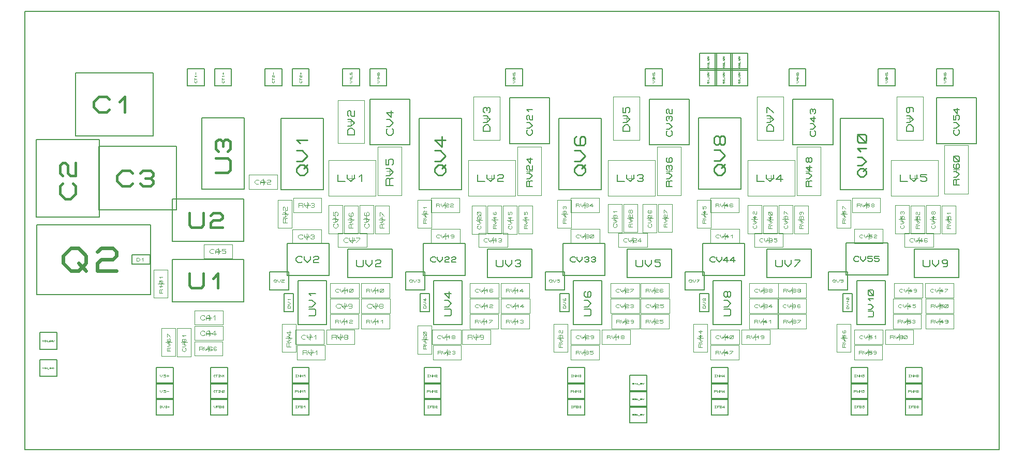
<source format=gbr>
G04 PROTEUS GERBER X2 FILE*
%TF.GenerationSoftware,Labcenter,Proteus,8.7-SP3-Build25561*%
%TF.CreationDate,2021-05-23T19:17:03+00:00*%
%TF.FileFunction,AssemblyDrawing,Top*%
%TF.FilePolarity,Positive*%
%TF.Part,Single*%
%TF.SameCoordinates,{23a4d374-2f20-46fa-8f71-d400e96580a3}*%
%FSLAX45Y45*%
%MOMM*%
G01*
%TA.AperFunction,Profile*%
%ADD39C,0.203200*%
%TA.AperFunction,Material*%
%ADD102C,0.050000*%
%ADD103C,0.193750*%
%ADD41C,0.203200*%
%ADD104C,0.034290*%
%ADD105C,0.054860*%
%ADD106C,0.118750*%
%ADD107C,0.178750*%
%ADD108C,0.187320*%
%ADD109C,0.198750*%
%ADD110C,0.291780*%
%ADD111C,0.180970*%
%ADD112C,0.116250*%
%ADD113C,0.171450*%
%ADD114C,0.074610*%
%ADD115C,0.077470*%
%ADD116C,0.093000*%
%ADD117C,0.095000*%
%ADD118C,0.149860*%
%ADD119C,0.159000*%
%ADD120C,0.137160*%
%ADD121C,0.233420*%
%ADD122C,0.144780*%
%ADD123C,0.059690*%
%ADD124C,0.045720*%
%ADD125C,0.039180*%
%ADD126C,0.068580*%
%ADD127C,0.389040*%
%ADD128C,0.423330*%
%ADD129C,0.090090*%
%ADD130C,0.622300*%
%TD.AperFunction*%
D39*
X-7429500Y-4254500D02*
X+8509000Y-4254500D01*
X+8509000Y+2921000D01*
X-7429500Y+2921000D01*
X-7429500Y-4254500D01*
D102*
X-1693000Y+480500D02*
X-2463000Y+480500D01*
X-2463000Y-99500D01*
X-1693000Y-99500D01*
X-1693000Y+480500D01*
X-2078000Y+140500D02*
X-2078000Y+240500D01*
X-2128000Y+190500D02*
X-2028000Y+190500D01*
D103*
X-2310500Y+248625D02*
X-2310500Y+132375D01*
X-2194250Y+132375D01*
X-2155500Y+248625D02*
X-2155500Y+190500D01*
X-2097375Y+132375D01*
X-2039250Y+190500D01*
X-2039250Y+248625D01*
X-1961750Y+209875D02*
X-1923000Y+248625D01*
X-1923000Y+132375D01*
D41*
X-7185660Y-2613660D02*
X-6911340Y-2613660D01*
X-6911340Y-2339340D01*
X-7185660Y-2339340D01*
X-7185660Y-2613660D01*
D104*
X-7144512Y-2466213D02*
X-7144512Y-2476500D01*
X-7134225Y-2486787D01*
X-7123938Y-2476500D01*
X-7123938Y-2466213D01*
X-7113651Y-2466213D02*
X-7099935Y-2466213D01*
X-7106793Y-2466213D02*
X-7106793Y-2486787D01*
X-7113651Y-2486787D02*
X-7099935Y-2486787D01*
X-7089648Y-2486787D02*
X-7089648Y-2466213D01*
X-7069074Y-2486787D01*
X-7069074Y-2466213D01*
X-7062216Y-2490216D02*
X-7041642Y-2490216D01*
X-7031355Y-2469642D02*
X-7027926Y-2466213D01*
X-7017639Y-2466213D01*
X-7014210Y-2469642D01*
X-7014210Y-2473071D01*
X-7017639Y-2476500D01*
X-7027926Y-2476500D01*
X-7031355Y-2479929D01*
X-7031355Y-2486787D01*
X-7014210Y-2486787D01*
X-6986778Y-2479929D02*
X-7007352Y-2479929D01*
X-6993636Y-2466213D01*
X-6993636Y-2486787D01*
X-6979920Y-2466213D02*
X-6979920Y-2476500D01*
X-6969633Y-2486787D01*
X-6959346Y-2476500D01*
X-6959346Y-2466213D01*
D41*
X-7185660Y-3058160D02*
X-6911340Y-3058160D01*
X-6911340Y-2783840D01*
X-7185660Y-2783840D01*
X-7185660Y-3058160D01*
D104*
X-7144512Y-2910713D02*
X-7144512Y-2921000D01*
X-7134225Y-2931287D01*
X-7123938Y-2921000D01*
X-7123938Y-2910713D01*
X-7113651Y-2910713D02*
X-7099935Y-2910713D01*
X-7106793Y-2910713D02*
X-7106793Y-2931287D01*
X-7113651Y-2931287D02*
X-7099935Y-2931287D01*
X-7089648Y-2931287D02*
X-7089648Y-2910713D01*
X-7069074Y-2931287D01*
X-7069074Y-2910713D01*
X-7062216Y-2934716D02*
X-7041642Y-2934716D01*
X-7021068Y-2924429D02*
X-7014210Y-2924429D01*
X-7014210Y-2931287D01*
X-7027926Y-2931287D01*
X-7034784Y-2924429D01*
X-7034784Y-2917571D01*
X-7027926Y-2910713D01*
X-7017639Y-2910713D01*
X-7014210Y-2914142D01*
X-7007352Y-2931287D02*
X-7007352Y-2910713D01*
X-6986778Y-2931287D01*
X-6986778Y-2910713D01*
X-6979920Y-2931287D02*
X-6979920Y-2910713D01*
X-6966204Y-2910713D01*
X-6959346Y-2917571D01*
X-6959346Y-2924429D01*
X-6966204Y-2931287D01*
X-6979920Y-2931287D01*
D41*
X-2232660Y+1704340D02*
X-1958340Y+1704340D01*
X-1958340Y+1978660D01*
X-2232660Y+1978660D01*
X-2232660Y+1704340D01*
D105*
X-2111959Y+1753718D02*
X-2095500Y+1753718D01*
X-2079040Y+1770177D01*
X-2095500Y+1786636D01*
X-2111959Y+1786636D01*
X-2100986Y+1808581D02*
X-2111959Y+1819554D01*
X-2079040Y+1819554D01*
X-2111959Y+1841500D02*
X-2079040Y+1841500D01*
X-2079040Y+1874418D01*
X-2084527Y+1885391D02*
X-2079040Y+1890877D01*
X-2079040Y+1912822D01*
X-2084527Y+1918309D01*
X-2090013Y+1918309D01*
X-2095500Y+1912822D01*
X-2095500Y+1890877D01*
X-2100986Y+1885391D01*
X-2106472Y+1885391D01*
X-2111959Y+1890877D01*
X-2111959Y+1912822D01*
X-2106472Y+1918309D01*
D41*
X-1788160Y+1704340D02*
X-1513840Y+1704340D01*
X-1513840Y+1978660D01*
X-1788160Y+1978660D01*
X-1788160Y+1704340D01*
D105*
X-1667459Y+1753718D02*
X-1651000Y+1753718D01*
X-1634540Y+1770177D01*
X-1651000Y+1786636D01*
X-1667459Y+1786636D01*
X-1656486Y+1808581D02*
X-1667459Y+1819554D01*
X-1634540Y+1819554D01*
X-1634540Y+1841500D02*
X-1667459Y+1841500D01*
X-1667459Y+1874418D02*
X-1634540Y+1874418D01*
X-1651000Y+1841500D02*
X-1651000Y+1874418D01*
X-1640027Y+1885391D02*
X-1634540Y+1890877D01*
X-1634540Y+1912822D01*
X-1640027Y+1918309D01*
X-1645513Y+1918309D01*
X-1651000Y+1912822D01*
X-1651000Y+1890877D01*
X-1656486Y+1885391D01*
X-1661972Y+1885391D01*
X-1667459Y+1890877D01*
X-1667459Y+1912822D01*
X-1661972Y+1918309D01*
D41*
X-3058160Y-3693160D02*
X-2783840Y-3693160D01*
X-2783840Y-3418840D01*
X-3058160Y-3418840D01*
X-3058160Y-3693160D01*
D105*
X-3003296Y-3539541D02*
X-2981351Y-3539541D01*
X-2992323Y-3539541D02*
X-2992323Y-3572460D01*
X-3003296Y-3572460D02*
X-2981351Y-3572460D01*
X-2964891Y-3572460D02*
X-2964891Y-3539541D01*
X-2931973Y-3539541D01*
X-2964891Y-3556000D02*
X-2942946Y-3556000D01*
X-2921000Y-3572460D02*
X-2921000Y-3539541D01*
X-2893569Y-3539541D01*
X-2888082Y-3545028D01*
X-2888082Y-3550514D01*
X-2893569Y-3556000D01*
X-2888082Y-3561487D01*
X-2888082Y-3566973D01*
X-2893569Y-3572460D01*
X-2921000Y-3572460D01*
X-2921000Y-3556000D02*
X-2893569Y-3556000D01*
X-2866137Y-3550514D02*
X-2855164Y-3539541D01*
X-2855164Y-3572460D01*
D41*
X-3058160Y-3185160D02*
X-2783840Y-3185160D01*
X-2783840Y-2910840D01*
X-3058160Y-2910840D01*
X-3058160Y-3185160D01*
D105*
X-3003296Y-3031541D02*
X-2981351Y-3031541D01*
X-2992323Y-3031541D02*
X-2992323Y-3064460D01*
X-3003296Y-3064460D02*
X-2981351Y-3064460D01*
X-2964891Y-3064460D02*
X-2964891Y-3031541D01*
X-2931973Y-3064460D01*
X-2931973Y-3031541D01*
X-2921000Y-3064460D02*
X-2921000Y-3031541D01*
X-2888082Y-3031541D02*
X-2888082Y-3064460D01*
X-2921000Y-3048000D02*
X-2888082Y-3048000D01*
X-2866137Y-3042514D02*
X-2855164Y-3031541D01*
X-2855164Y-3064460D01*
D41*
X-3058160Y-3439160D02*
X-2783840Y-3439160D01*
X-2783840Y-3164840D01*
X-3058160Y-3164840D01*
X-3058160Y-3439160D01*
D105*
X-3008782Y-3318460D02*
X-3008782Y-3285541D01*
X-2981351Y-3285541D01*
X-2975864Y-3291028D01*
X-2975864Y-3296514D01*
X-2981351Y-3302000D01*
X-3008782Y-3302000D01*
X-2964891Y-3285541D02*
X-2964891Y-3318460D01*
X-2948432Y-3302000D01*
X-2931973Y-3318460D01*
X-2931973Y-3285541D01*
X-2921000Y-3318460D02*
X-2921000Y-3285541D01*
X-2904541Y-3302000D01*
X-2888082Y-3285541D01*
X-2888082Y-3318460D01*
X-2866137Y-3296514D02*
X-2855164Y-3285541D01*
X-2855164Y-3318460D01*
D102*
X-4657000Y-2210500D02*
X-4187000Y-2210500D01*
X-4187000Y-1980500D01*
X-4657000Y-1980500D01*
X-4657000Y-2210500D01*
X-4422000Y-2045500D02*
X-4422000Y-2145500D01*
X-4372000Y-2095500D02*
X-4472000Y-2095500D01*
D106*
X-4493250Y-2119250D02*
X-4505125Y-2131125D01*
X-4540750Y-2131125D01*
X-4564500Y-2107375D01*
X-4564500Y-2083625D01*
X-4540750Y-2059875D01*
X-4505125Y-2059875D01*
X-4493250Y-2071750D01*
X-4469500Y-2131125D02*
X-4469500Y-2083625D01*
X-4445750Y-2059875D01*
X-4422000Y-2059875D01*
X-4398250Y-2083625D01*
X-4398250Y-2131125D01*
X-4469500Y-2107375D02*
X-4398250Y-2107375D01*
X-4350750Y-2083625D02*
X-4327000Y-2059875D01*
X-4327000Y-2131125D01*
D102*
X-3298000Y+242000D02*
X-3768000Y+242000D01*
X-3768000Y+12000D01*
X-3298000Y+12000D01*
X-3298000Y+242000D01*
X-3533000Y+77000D02*
X-3533000Y+177000D01*
X-3583000Y+127000D02*
X-3483000Y+127000D01*
D106*
X-3604250Y+103250D02*
X-3616125Y+91375D01*
X-3651750Y+91375D01*
X-3675500Y+115125D01*
X-3675500Y+138875D01*
X-3651750Y+162625D01*
X-3616125Y+162625D01*
X-3604250Y+150750D01*
X-3580500Y+91375D02*
X-3580500Y+138875D01*
X-3556750Y+162625D01*
X-3533000Y+162625D01*
X-3509250Y+138875D01*
X-3509250Y+91375D01*
X-3580500Y+115125D02*
X-3509250Y+115125D01*
X-3473625Y+150750D02*
X-3461750Y+162625D01*
X-3426125Y+162625D01*
X-3414250Y+150750D01*
X-3414250Y+138875D01*
X-3426125Y+127000D01*
X-3461750Y+127000D01*
X-3473625Y+115125D01*
X-3473625Y+91375D01*
X-3414250Y+91375D01*
D102*
X-1880500Y+759000D02*
X-1880500Y+1469000D01*
X-2310500Y+1469000D01*
X-2310500Y+759000D01*
X-1880500Y+759000D01*
X-2145500Y+1114000D02*
X-2045500Y+1114000D01*
X-2095500Y+1164000D02*
X-2095500Y+1064000D01*
D107*
X-2041875Y+899500D02*
X-2149125Y+899500D01*
X-2149125Y+971000D01*
X-2113375Y+1006750D01*
X-2077625Y+1006750D01*
X-2041875Y+971000D01*
X-2041875Y+899500D01*
X-2149125Y+1042500D02*
X-2095500Y+1042500D01*
X-2041875Y+1096125D01*
X-2095500Y+1149750D01*
X-2149125Y+1149750D01*
X-2131250Y+1203375D02*
X-2149125Y+1221250D01*
X-2149125Y+1274875D01*
X-2131250Y+1292750D01*
X-2113375Y+1292750D01*
X-2095500Y+1274875D01*
X-2095500Y+1221250D01*
X-2077625Y+1203375D01*
X-2041875Y+1203375D01*
X-2041875Y+1292750D01*
D41*
X-1788160Y+736600D02*
X-1132840Y+736600D01*
X-1132840Y+1485900D01*
X-1788160Y+1485900D01*
X-1788160Y+736600D01*
D108*
X-1423035Y+998855D02*
X-1404303Y+980122D01*
X-1404303Y+923925D01*
X-1441768Y+886460D01*
X-1479233Y+886460D01*
X-1516698Y+923925D01*
X-1516698Y+980122D01*
X-1497965Y+998855D01*
X-1516698Y+1036320D02*
X-1460500Y+1036320D01*
X-1404303Y+1092517D01*
X-1460500Y+1148715D01*
X-1516698Y+1148715D01*
X-1441768Y+1298575D02*
X-1441768Y+1186180D01*
X-1516698Y+1261110D01*
X-1404303Y+1261110D01*
D102*
X-1655500Y+700000D02*
X-1655500Y-90000D01*
X-1265500Y-90000D01*
X-1265500Y+700000D01*
X-1655500Y+700000D01*
X-1410500Y+305000D02*
X-1510500Y+305000D01*
X-1460500Y+255000D02*
X-1460500Y+355000D01*
D109*
X-1400875Y+66500D02*
X-1520125Y+66500D01*
X-1520125Y+165875D01*
X-1500250Y+185750D01*
X-1480375Y+185750D01*
X-1460500Y+165875D01*
X-1460500Y+66500D01*
X-1460500Y+165875D02*
X-1440625Y+185750D01*
X-1400875Y+185750D01*
X-1520125Y+225500D02*
X-1460500Y+225500D01*
X-1400875Y+285125D01*
X-1460500Y+344750D01*
X-1520125Y+344750D01*
X-1520125Y+503750D02*
X-1520125Y+404375D01*
X-1480375Y+404375D01*
X-1480375Y+483875D01*
X-1460500Y+503750D01*
X-1420750Y+503750D01*
X-1400875Y+483875D01*
X-1400875Y+424250D01*
X-1420750Y+404375D01*
D41*
X-3244850Y+0D02*
X-2546350Y+0D01*
X-2546350Y+1167130D01*
X-3244850Y+1167130D01*
X-3244850Y+0D01*
D110*
X-2924778Y+233428D02*
X-2983134Y+291784D01*
X-2983134Y+350140D01*
X-2924778Y+408496D01*
X-2866421Y+408496D01*
X-2808065Y+350140D01*
X-2808065Y+291784D01*
X-2866421Y+233428D01*
X-2924778Y+233428D01*
X-2866421Y+350140D02*
X-2808065Y+408496D01*
X-2983134Y+466853D02*
X-2895600Y+466853D01*
X-2808065Y+554387D01*
X-2895600Y+641921D01*
X-2983134Y+641921D01*
X-2924778Y+758634D02*
X-2983134Y+816990D01*
X-2808065Y+816990D01*
D41*
X-2964180Y-2209800D02*
X-2496820Y-2209800D01*
X-2496820Y-1485900D01*
X-2964180Y-1485900D01*
X-2964180Y-2209800D01*
D111*
X-2784793Y-2065020D02*
X-2694305Y-2065020D01*
X-2676208Y-2046923D01*
X-2676208Y-1974533D01*
X-2694305Y-1956435D01*
X-2784793Y-1956435D01*
X-2784793Y-1920240D02*
X-2730500Y-1920240D01*
X-2676208Y-1865948D01*
X-2730500Y-1811655D01*
X-2784793Y-1811655D01*
X-2748598Y-1739265D02*
X-2784793Y-1703070D01*
X-2676208Y-1703070D01*
D102*
X-2582000Y-139000D02*
X-3042000Y-139000D01*
X-3042000Y-369000D01*
X-2582000Y-369000D01*
X-2582000Y-139000D01*
X-2812000Y-304000D02*
X-2812000Y-204000D01*
X-2862000Y-254000D02*
X-2762000Y-254000D01*
D112*
X-2951500Y-288875D02*
X-2951500Y-219125D01*
X-2893375Y-219125D01*
X-2881750Y-230750D01*
X-2881750Y-242375D01*
X-2893375Y-254000D01*
X-2951500Y-254000D01*
X-2893375Y-254000D02*
X-2881750Y-265625D01*
X-2881750Y-288875D01*
X-2858500Y-219125D02*
X-2858500Y-254000D01*
X-2823625Y-288875D01*
X-2788750Y-254000D01*
X-2788750Y-219125D01*
X-2753875Y-230750D02*
X-2742250Y-219125D01*
X-2707375Y-219125D01*
X-2695750Y-230750D01*
X-2695750Y-242375D01*
X-2707375Y-254000D01*
X-2695750Y-265625D01*
X-2695750Y-277250D01*
X-2707375Y-288875D01*
X-2742250Y-288875D01*
X-2753875Y-277250D01*
X-2730625Y-254000D02*
X-2707375Y-254000D01*
D102*
X-3290000Y-169000D02*
X-3290000Y-629000D01*
X-3060000Y-629000D01*
X-3060000Y-169000D01*
X-3290000Y-169000D01*
X-3125000Y-399000D02*
X-3225000Y-399000D01*
X-3175000Y-449000D02*
X-3175000Y-349000D01*
D112*
X-3140125Y-538500D02*
X-3209875Y-538500D01*
X-3209875Y-480375D01*
X-3198250Y-468750D01*
X-3186625Y-468750D01*
X-3175000Y-480375D01*
X-3175000Y-538500D01*
X-3175000Y-480375D02*
X-3163375Y-468750D01*
X-3140125Y-468750D01*
X-3209875Y-445500D02*
X-3175000Y-445500D01*
X-3140125Y-410625D01*
X-3175000Y-375750D01*
X-3209875Y-375750D01*
X-3198250Y-340875D02*
X-3209875Y-329250D01*
X-3209875Y-294375D01*
X-3198250Y-282750D01*
X-3186625Y-282750D01*
X-3175000Y-294375D01*
X-3175000Y-329250D01*
X-3163375Y-340875D01*
X-3140125Y-340875D01*
X-3140125Y-282750D01*
D102*
X-3052000Y-883350D02*
X-2582000Y-883350D01*
X-2582000Y-653350D01*
X-3052000Y-653350D01*
X-3052000Y-883350D01*
X-2817000Y-718350D02*
X-2817000Y-818350D01*
X-2767000Y-768350D02*
X-2867000Y-768350D01*
D106*
X-2888250Y-792100D02*
X-2900125Y-803975D01*
X-2935750Y-803975D01*
X-2959500Y-780225D01*
X-2959500Y-756475D01*
X-2935750Y-732725D01*
X-2900125Y-732725D01*
X-2888250Y-744600D01*
X-2864500Y-732725D02*
X-2864500Y-768350D01*
X-2828875Y-803975D01*
X-2793250Y-768350D01*
X-2793250Y-732725D01*
X-2757625Y-744600D02*
X-2745750Y-732725D01*
X-2710125Y-732725D01*
X-2698250Y-744600D01*
X-2698250Y-756475D01*
X-2710125Y-768350D01*
X-2698250Y-780225D01*
X-2698250Y-792100D01*
X-2710125Y-803975D01*
X-2745750Y-803975D01*
X-2757625Y-792100D01*
X-2733875Y-768350D02*
X-2710125Y-768350D01*
D41*
X-3136900Y-1407160D02*
X-2451100Y-1407160D01*
X-2451100Y-878840D01*
X-3136900Y-878840D01*
X-3136900Y-1407160D01*
D113*
X-2896870Y-1177290D02*
X-2914015Y-1194435D01*
X-2965450Y-1194435D01*
X-2999740Y-1160145D01*
X-2999740Y-1125855D01*
X-2965450Y-1091565D01*
X-2914015Y-1091565D01*
X-2896870Y-1108710D01*
X-2862580Y-1091565D02*
X-2862580Y-1143000D01*
X-2811145Y-1194435D01*
X-2759710Y-1143000D01*
X-2759710Y-1091565D01*
X-2708275Y-1108710D02*
X-2691130Y-1091565D01*
X-2639695Y-1091565D01*
X-2622550Y-1108710D01*
X-2622550Y-1125855D01*
X-2639695Y-1143000D01*
X-2691130Y-1143000D01*
X-2708275Y-1160145D01*
X-2708275Y-1194435D01*
X-2622550Y-1194435D01*
D41*
X-3186580Y-2000250D02*
X-3036420Y-2000250D01*
X-3036420Y-1701800D01*
X-3186580Y-1701800D01*
X-3186580Y-2000250D01*
D114*
X-3089116Y-1940558D02*
X-3133883Y-1940558D01*
X-3133883Y-1910714D01*
X-3118961Y-1895792D01*
X-3104038Y-1895792D01*
X-3089116Y-1910714D01*
X-3089116Y-1940558D01*
X-3133883Y-1880869D02*
X-3111500Y-1880869D01*
X-3089116Y-1858486D01*
X-3111500Y-1836103D01*
X-3133883Y-1836103D01*
X-3118961Y-1806258D02*
X-3133883Y-1791336D01*
X-3089116Y-1791336D01*
D102*
X-3006000Y-2528000D02*
X-2536000Y-2528000D01*
X-2536000Y-2298000D01*
X-3006000Y-2298000D01*
X-3006000Y-2528000D01*
X-2771000Y-2363000D02*
X-2771000Y-2463000D01*
X-2721000Y-2413000D02*
X-2821000Y-2413000D01*
D106*
X-2842250Y-2436750D02*
X-2854125Y-2448625D01*
X-2889750Y-2448625D01*
X-2913500Y-2424875D01*
X-2913500Y-2401125D01*
X-2889750Y-2377375D01*
X-2854125Y-2377375D01*
X-2842250Y-2389250D01*
X-2818500Y-2377375D02*
X-2818500Y-2413000D01*
X-2782875Y-2448625D01*
X-2747250Y-2413000D01*
X-2747250Y-2377375D01*
X-2699750Y-2401125D02*
X-2676000Y-2377375D01*
X-2676000Y-2448625D01*
D102*
X-2978500Y-2782000D02*
X-2518500Y-2782000D01*
X-2518500Y-2552000D01*
X-2978500Y-2552000D01*
X-2978500Y-2782000D01*
X-2748500Y-2617000D02*
X-2748500Y-2717000D01*
X-2698500Y-2667000D02*
X-2798500Y-2667000D01*
D112*
X-2888000Y-2701875D02*
X-2888000Y-2632125D01*
X-2829875Y-2632125D01*
X-2818250Y-2643750D01*
X-2818250Y-2655375D01*
X-2829875Y-2667000D01*
X-2888000Y-2667000D01*
X-2829875Y-2667000D02*
X-2818250Y-2678625D01*
X-2818250Y-2701875D01*
X-2795000Y-2632125D02*
X-2795000Y-2667000D01*
X-2760125Y-2701875D01*
X-2725250Y-2667000D01*
X-2725250Y-2632125D01*
X-2678750Y-2655375D02*
X-2655500Y-2632125D01*
X-2655500Y-2701875D01*
D41*
X-3423920Y-1638300D02*
X-3114040Y-1638300D01*
X-3114040Y-1346200D01*
X-3423920Y-1346200D01*
X-3423920Y-1638300D01*
D115*
X-3361944Y-1484503D02*
X-3346450Y-1469009D01*
X-3330956Y-1469009D01*
X-3315462Y-1484503D01*
X-3315462Y-1499997D01*
X-3330956Y-1515491D01*
X-3346450Y-1515491D01*
X-3361944Y-1499997D01*
X-3361944Y-1484503D01*
X-3330956Y-1499997D02*
X-3315462Y-1515491D01*
X-3299968Y-1469009D02*
X-3299968Y-1492250D01*
X-3276727Y-1515491D01*
X-3253486Y-1492250D01*
X-3253486Y-1469009D01*
X-3230245Y-1476756D02*
X-3222498Y-1469009D01*
X-3199257Y-1469009D01*
X-3191510Y-1476756D01*
X-3191510Y-1484503D01*
X-3199257Y-1492250D01*
X-3222498Y-1492250D01*
X-3230245Y-1499997D01*
X-3230245Y-1515491D01*
X-3191510Y-1515491D01*
D102*
X-3226500Y-2201000D02*
X-3226500Y-2661000D01*
X-2996500Y-2661000D01*
X-2996500Y-2201000D01*
X-3226500Y-2201000D01*
X-3061500Y-2431000D02*
X-3161500Y-2431000D01*
X-3111500Y-2481000D02*
X-3111500Y-2381000D01*
D112*
X-3076625Y-2570500D02*
X-3146375Y-2570500D01*
X-3146375Y-2512375D01*
X-3134750Y-2500750D01*
X-3123125Y-2500750D01*
X-3111500Y-2512375D01*
X-3111500Y-2570500D01*
X-3111500Y-2512375D02*
X-3099875Y-2500750D01*
X-3076625Y-2500750D01*
X-3146375Y-2477500D02*
X-3111500Y-2477500D01*
X-3076625Y-2442625D01*
X-3111500Y-2407750D01*
X-3146375Y-2407750D01*
X-3099875Y-2314750D02*
X-3099875Y-2384500D01*
X-3146375Y-2338000D01*
X-3076625Y-2338000D01*
D102*
X-1472500Y-720000D02*
X-1472500Y-260000D01*
X-1702500Y-260000D01*
X-1702500Y-720000D01*
X-1472500Y-720000D01*
X-1637500Y-490000D02*
X-1537500Y-490000D01*
X-1587500Y-440000D02*
X-1587500Y-540000D01*
D112*
X-1552625Y-629500D02*
X-1622375Y-629500D01*
X-1622375Y-571375D01*
X-1610750Y-559750D01*
X-1599125Y-559750D01*
X-1587500Y-571375D01*
X-1587500Y-629500D01*
X-1587500Y-571375D02*
X-1575875Y-559750D01*
X-1552625Y-559750D01*
X-1622375Y-536500D02*
X-1587500Y-536500D01*
X-1552625Y-501625D01*
X-1587500Y-466750D01*
X-1622375Y-466750D01*
X-1622375Y-431875D02*
X-1622375Y-373750D01*
X-1610750Y-373750D01*
X-1552625Y-431875D01*
D102*
X-1980500Y-720000D02*
X-1980500Y-260000D01*
X-2210500Y-260000D01*
X-2210500Y-720000D01*
X-1980500Y-720000D01*
X-2145500Y-490000D02*
X-2045500Y-490000D01*
X-2095500Y-440000D02*
X-2095500Y-540000D01*
D112*
X-2060625Y-629500D02*
X-2130375Y-629500D01*
X-2130375Y-571375D01*
X-2118750Y-559750D01*
X-2107125Y-559750D01*
X-2095500Y-571375D01*
X-2095500Y-629500D01*
X-2095500Y-571375D02*
X-2083875Y-559750D01*
X-2060625Y-559750D01*
X-2130375Y-536500D02*
X-2095500Y-536500D01*
X-2060625Y-501625D01*
X-2095500Y-466750D01*
X-2130375Y-466750D01*
X-2118750Y-373750D02*
X-2130375Y-385375D01*
X-2130375Y-420250D01*
X-2118750Y-431875D01*
X-2072250Y-431875D01*
X-2060625Y-420250D01*
X-2060625Y-385375D01*
X-2072250Y-373750D01*
X-2083875Y-373750D01*
X-2095500Y-385375D01*
X-2095500Y-431875D01*
D102*
X-1956500Y-250000D02*
X-1956500Y-720000D01*
X-1726500Y-720000D01*
X-1726500Y-250000D01*
X-1956500Y-250000D01*
X-1791500Y-485000D02*
X-1891500Y-485000D01*
X-1841500Y-535000D02*
X-1841500Y-435000D01*
D106*
X-1817750Y-556250D02*
X-1805875Y-568125D01*
X-1805875Y-603750D01*
X-1829625Y-627500D01*
X-1853375Y-627500D01*
X-1877125Y-603750D01*
X-1877125Y-568125D01*
X-1865250Y-556250D01*
X-1877125Y-532500D02*
X-1841500Y-532500D01*
X-1805875Y-496875D01*
X-1841500Y-461250D01*
X-1877125Y-461250D01*
X-1865250Y-366250D02*
X-1877125Y-378125D01*
X-1877125Y-413750D01*
X-1865250Y-425625D01*
X-1817750Y-425625D01*
X-1805875Y-413750D01*
X-1805875Y-378125D01*
X-1817750Y-366250D01*
X-1829625Y-366250D01*
X-1841500Y-378125D01*
X-1841500Y-425625D01*
D41*
X-2146300Y-1440180D02*
X-1422400Y-1440180D01*
X-1422400Y-972820D01*
X-2146300Y-972820D01*
X-2146300Y-1440180D01*
D111*
X-2001520Y-1152207D02*
X-2001520Y-1242695D01*
X-1983423Y-1260792D01*
X-1911033Y-1260792D01*
X-1892935Y-1242695D01*
X-1892935Y-1152207D01*
X-1856740Y-1152207D02*
X-1856740Y-1206500D01*
X-1802448Y-1260792D01*
X-1748155Y-1206500D01*
X-1748155Y-1152207D01*
X-1693863Y-1170305D02*
X-1675765Y-1152207D01*
X-1621473Y-1152207D01*
X-1603375Y-1170305D01*
X-1603375Y-1188402D01*
X-1621473Y-1206500D01*
X-1675765Y-1206500D01*
X-1693863Y-1224597D01*
X-1693863Y-1260792D01*
X-1603375Y-1260792D01*
D102*
X-2307500Y-940500D02*
X-1837500Y-940500D01*
X-1837500Y-710500D01*
X-2307500Y-710500D01*
X-2307500Y-940500D01*
X-2072500Y-775500D02*
X-2072500Y-875500D01*
X-2022500Y-825500D02*
X-2122500Y-825500D01*
D106*
X-2143750Y-849250D02*
X-2155625Y-861125D01*
X-2191250Y-861125D01*
X-2215000Y-837375D01*
X-2215000Y-813625D01*
X-2191250Y-789875D01*
X-2155625Y-789875D01*
X-2143750Y-801750D01*
X-2120000Y-789875D02*
X-2120000Y-825500D01*
X-2084375Y-861125D01*
X-2048750Y-825500D01*
X-2048750Y-789875D01*
X-2013125Y-789875D02*
X-1953750Y-789875D01*
X-1953750Y-801750D01*
X-2013125Y-861125D01*
D102*
X-1926500Y-2274000D02*
X-1466500Y-2274000D01*
X-1466500Y-2044000D01*
X-1926500Y-2044000D01*
X-1926500Y-2274000D01*
X-1696500Y-2109000D02*
X-1696500Y-2209000D01*
X-1646500Y-2159000D02*
X-1746500Y-2159000D01*
D116*
X-1845300Y-2186900D02*
X-1845300Y-2131100D01*
X-1798800Y-2131100D01*
X-1789500Y-2140400D01*
X-1789500Y-2149700D01*
X-1798800Y-2159000D01*
X-1845300Y-2159000D01*
X-1798800Y-2159000D02*
X-1789500Y-2168300D01*
X-1789500Y-2186900D01*
X-1770900Y-2131100D02*
X-1770900Y-2159000D01*
X-1743000Y-2186900D01*
X-1715100Y-2159000D01*
X-1715100Y-2131100D01*
X-1677900Y-2149700D02*
X-1659300Y-2131100D01*
X-1659300Y-2186900D01*
X-1603500Y-2149700D02*
X-1584900Y-2131100D01*
X-1584900Y-2186900D01*
D102*
X-1926500Y-1766000D02*
X-1466500Y-1766000D01*
X-1466500Y-1536000D01*
X-1926500Y-1536000D01*
X-1926500Y-1766000D01*
X-1696500Y-1601000D02*
X-1696500Y-1701000D01*
X-1646500Y-1651000D02*
X-1746500Y-1651000D01*
D116*
X-1845300Y-1678900D02*
X-1845300Y-1623100D01*
X-1798800Y-1623100D01*
X-1789500Y-1632400D01*
X-1789500Y-1641700D01*
X-1798800Y-1651000D01*
X-1845300Y-1651000D01*
X-1798800Y-1651000D02*
X-1789500Y-1660300D01*
X-1789500Y-1678900D01*
X-1770900Y-1623100D02*
X-1770900Y-1651000D01*
X-1743000Y-1678900D01*
X-1715100Y-1651000D01*
X-1715100Y-1623100D01*
X-1677900Y-1641700D02*
X-1659300Y-1623100D01*
X-1659300Y-1678900D01*
X-1622100Y-1669600D02*
X-1622100Y-1632400D01*
X-1612800Y-1623100D01*
X-1575600Y-1623100D01*
X-1566300Y-1632400D01*
X-1566300Y-1669600D01*
X-1575600Y-1678900D01*
X-1612800Y-1678900D01*
X-1622100Y-1669600D01*
X-1622100Y-1678900D02*
X-1566300Y-1623100D01*
D102*
X-2434500Y-2274000D02*
X-1974500Y-2274000D01*
X-1974500Y-2044000D01*
X-2434500Y-2044000D01*
X-2434500Y-2274000D01*
X-2204500Y-2109000D02*
X-2204500Y-2209000D01*
X-2154500Y-2159000D02*
X-2254500Y-2159000D01*
D116*
X-2353300Y-2186900D02*
X-2353300Y-2131100D01*
X-2306800Y-2131100D01*
X-2297500Y-2140400D01*
X-2297500Y-2149700D01*
X-2306800Y-2159000D01*
X-2353300Y-2159000D01*
X-2306800Y-2159000D02*
X-2297500Y-2168300D01*
X-2297500Y-2186900D01*
X-2278900Y-2131100D02*
X-2278900Y-2159000D01*
X-2251000Y-2186900D01*
X-2223100Y-2159000D01*
X-2223100Y-2131100D01*
X-2185900Y-2149700D02*
X-2167300Y-2131100D01*
X-2167300Y-2186900D01*
X-2120800Y-2140400D02*
X-2111500Y-2131100D01*
X-2083600Y-2131100D01*
X-2074300Y-2140400D01*
X-2074300Y-2149700D01*
X-2083600Y-2159000D01*
X-2111500Y-2159000D01*
X-2120800Y-2168300D01*
X-2120800Y-2186900D01*
X-2074300Y-2186900D01*
D102*
X-2434500Y-1766000D02*
X-1964500Y-1766000D01*
X-1964500Y-1536000D01*
X-2434500Y-1536000D01*
X-2434500Y-1766000D01*
X-2199500Y-1601000D02*
X-2199500Y-1701000D01*
X-2149500Y-1651000D02*
X-2249500Y-1651000D01*
D117*
X-2294500Y-1670000D02*
X-2304000Y-1679500D01*
X-2332500Y-1679500D01*
X-2351500Y-1660500D01*
X-2351500Y-1641500D01*
X-2332500Y-1622500D01*
X-2304000Y-1622500D01*
X-2294500Y-1632000D01*
X-2275500Y-1622500D02*
X-2275500Y-1651000D01*
X-2247000Y-1679500D01*
X-2218500Y-1651000D01*
X-2218500Y-1622500D01*
X-2180500Y-1641500D02*
X-2161500Y-1622500D01*
X-2161500Y-1679500D01*
X-2123500Y-1670000D02*
X-2123500Y-1632000D01*
X-2114000Y-1622500D01*
X-2076000Y-1622500D01*
X-2066500Y-1632000D01*
X-2066500Y-1670000D01*
X-2076000Y-1679500D01*
X-2114000Y-1679500D01*
X-2123500Y-1670000D01*
X-2123500Y-1679500D02*
X-2066500Y-1622500D01*
D102*
X-2434500Y-2020000D02*
X-1964500Y-2020000D01*
X-1964500Y-1790000D01*
X-2434500Y-1790000D01*
X-2434500Y-2020000D01*
X-2199500Y-1855000D02*
X-2199500Y-1955000D01*
X-2149500Y-1905000D02*
X-2249500Y-1905000D01*
D106*
X-2270750Y-1928750D02*
X-2282625Y-1940625D01*
X-2318250Y-1940625D01*
X-2342000Y-1916875D01*
X-2342000Y-1893125D01*
X-2318250Y-1869375D01*
X-2282625Y-1869375D01*
X-2270750Y-1881250D01*
X-2247000Y-1869375D02*
X-2247000Y-1905000D01*
X-2211375Y-1940625D01*
X-2175750Y-1905000D01*
X-2175750Y-1869375D01*
X-2080750Y-1893125D02*
X-2092625Y-1905000D01*
X-2128250Y-1905000D01*
X-2140125Y-1893125D01*
X-2140125Y-1881250D01*
X-2128250Y-1869375D01*
X-2092625Y-1869375D01*
X-2080750Y-1881250D01*
X-2080750Y-1928750D01*
X-2092625Y-1940625D01*
X-2128250Y-1940625D01*
D102*
X-1926500Y-2020000D02*
X-1456500Y-2020000D01*
X-1456500Y-1790000D01*
X-1926500Y-1790000D01*
X-1926500Y-2020000D01*
X-1691500Y-1855000D02*
X-1691500Y-1955000D01*
X-1641500Y-1905000D02*
X-1741500Y-1905000D01*
D106*
X-1762750Y-1928750D02*
X-1774625Y-1940625D01*
X-1810250Y-1940625D01*
X-1834000Y-1916875D01*
X-1834000Y-1893125D01*
X-1810250Y-1869375D01*
X-1774625Y-1869375D01*
X-1762750Y-1881250D01*
X-1739000Y-1869375D02*
X-1739000Y-1905000D01*
X-1703375Y-1940625D01*
X-1667750Y-1905000D01*
X-1667750Y-1869375D01*
X-1620250Y-1905000D02*
X-1632125Y-1893125D01*
X-1632125Y-1881250D01*
X-1620250Y-1869375D01*
X-1584625Y-1869375D01*
X-1572750Y-1881250D01*
X-1572750Y-1893125D01*
X-1584625Y-1905000D01*
X-1620250Y-1905000D01*
X-1632125Y-1916875D01*
X-1632125Y-1928750D01*
X-1620250Y-1940625D01*
X-1584625Y-1940625D01*
X-1572750Y-1928750D01*
X-1572750Y-1916875D01*
X-1584625Y-1905000D01*
D102*
X-2464500Y-250000D02*
X-2464500Y-720000D01*
X-2234500Y-720000D01*
X-2234500Y-250000D01*
X-2464500Y-250000D01*
X-2299500Y-485000D02*
X-2399500Y-485000D01*
X-2349500Y-535000D02*
X-2349500Y-435000D01*
D106*
X-2325750Y-556250D02*
X-2313875Y-568125D01*
X-2313875Y-603750D01*
X-2337625Y-627500D01*
X-2361375Y-627500D01*
X-2385125Y-603750D01*
X-2385125Y-568125D01*
X-2373250Y-556250D01*
X-2385125Y-532500D02*
X-2349500Y-532500D01*
X-2313875Y-496875D01*
X-2349500Y-461250D01*
X-2385125Y-461250D01*
X-2385125Y-366250D02*
X-2385125Y-425625D01*
X-2361375Y-425625D01*
X-2361375Y-378125D01*
X-2349500Y-366250D01*
X-2325750Y-366250D01*
X-2313875Y-378125D01*
X-2313875Y-413750D01*
X-2325750Y-425625D01*
D41*
X-984250Y+0D02*
X-285750Y+0D01*
X-285750Y+1167130D01*
X-984250Y+1167130D01*
X-984250Y+0D01*
D110*
X-664178Y+233428D02*
X-722534Y+291784D01*
X-722534Y+350140D01*
X-664178Y+408496D01*
X-605821Y+408496D01*
X-547465Y+350140D01*
X-547465Y+291784D01*
X-605821Y+233428D01*
X-664178Y+233428D01*
X-605821Y+350140D02*
X-547465Y+408496D01*
X-722534Y+466853D02*
X-635000Y+466853D01*
X-547465Y+554387D01*
X-635000Y+641921D01*
X-722534Y+641921D01*
X-605821Y+875346D02*
X-605821Y+700278D01*
X-722534Y+816990D01*
X-547465Y+816990D01*
D102*
X+593000Y+480500D02*
X-177000Y+480500D01*
X-177000Y-99500D01*
X+593000Y-99500D01*
X+593000Y+480500D01*
X+208000Y+140500D02*
X+208000Y+240500D01*
X+158000Y+190500D02*
X+258000Y+190500D01*
D103*
X-24500Y+248625D02*
X-24500Y+132375D01*
X+91750Y+132375D01*
X+130500Y+248625D02*
X+130500Y+190500D01*
X+188625Y+132375D01*
X+246750Y+190500D01*
X+246750Y+248625D01*
X+304875Y+229250D02*
X+324250Y+248625D01*
X+382375Y+248625D01*
X+401750Y+229250D01*
X+401750Y+209875D01*
X+382375Y+190500D01*
X+324250Y+190500D01*
X+304875Y+171125D01*
X+304875Y+132375D01*
X+401750Y+132375D01*
D102*
X+342000Y+817000D02*
X+342000Y+1527000D01*
X-88000Y+1527000D01*
X-88000Y+817000D01*
X+342000Y+817000D01*
X+77000Y+1172000D02*
X+177000Y+1172000D01*
X+127000Y+1222000D02*
X+127000Y+1122000D01*
D107*
X+180625Y+957500D02*
X+73375Y+957500D01*
X+73375Y+1029000D01*
X+109125Y+1064750D01*
X+144875Y+1064750D01*
X+180625Y+1029000D01*
X+180625Y+957500D01*
X+73375Y+1100500D02*
X+127000Y+1100500D01*
X+180625Y+1154125D01*
X+127000Y+1207750D01*
X+73375Y+1207750D01*
X+91250Y+1261375D02*
X+73375Y+1279250D01*
X+73375Y+1332875D01*
X+91250Y+1350750D01*
X+109125Y+1350750D01*
X+127000Y+1332875D01*
X+144875Y+1350750D01*
X+162750Y+1350750D01*
X+180625Y+1332875D01*
X+180625Y+1279250D01*
X+162750Y+1261375D01*
X+127000Y+1297125D02*
X+127000Y+1332875D01*
D41*
X+497840Y+754600D02*
X+1153160Y+754600D01*
X+1153160Y+1503900D01*
X+497840Y+1503900D01*
X+497840Y+754600D01*
D118*
X+855472Y+979390D02*
X+870458Y+964404D01*
X+870458Y+919446D01*
X+840486Y+889474D01*
X+810514Y+889474D01*
X+780542Y+919446D01*
X+780542Y+964404D01*
X+795528Y+979390D01*
X+780542Y+1009362D02*
X+825500Y+1009362D01*
X+870458Y+1054320D01*
X+825500Y+1099278D01*
X+780542Y+1099278D01*
X+795528Y+1144236D02*
X+780542Y+1159222D01*
X+780542Y+1204180D01*
X+795528Y+1219166D01*
X+810514Y+1219166D01*
X+825500Y+1204180D01*
X+825500Y+1159222D01*
X+840486Y+1144236D01*
X+870458Y+1144236D01*
X+870458Y+1219166D01*
X+810514Y+1279110D02*
X+780542Y+1309082D01*
X+870458Y+1309082D01*
D102*
X+630500Y+700000D02*
X+630500Y-90000D01*
X+1020500Y-90000D01*
X+1020500Y+700000D01*
X+630500Y+700000D01*
X+875500Y+305000D02*
X+775500Y+305000D01*
X+825500Y+255000D02*
X+825500Y+355000D01*
D119*
X+873200Y+50600D02*
X+777800Y+50600D01*
X+777800Y+130100D01*
X+793700Y+146000D01*
X+809600Y+146000D01*
X+825500Y+130100D01*
X+825500Y+50600D01*
X+825500Y+130100D02*
X+841400Y+146000D01*
X+873200Y+146000D01*
X+777800Y+177800D02*
X+825500Y+177800D01*
X+873200Y+225500D01*
X+825500Y+273200D01*
X+777800Y+273200D01*
X+793700Y+320900D02*
X+777800Y+336800D01*
X+777800Y+384500D01*
X+793700Y+400400D01*
X+809600Y+400400D01*
X+825500Y+384500D01*
X+825500Y+336800D01*
X+841400Y+320900D01*
X+873200Y+320900D01*
X+873200Y+400400D01*
X+841400Y+527600D02*
X+841400Y+432200D01*
X+777800Y+495800D01*
X+873200Y+495800D01*
D41*
X+139700Y-1440180D02*
X+863600Y-1440180D01*
X+863600Y-972820D01*
X+139700Y-972820D01*
X+139700Y-1440180D01*
D111*
X+284480Y-1152207D02*
X+284480Y-1242695D01*
X+302577Y-1260792D01*
X+374967Y-1260792D01*
X+393065Y-1242695D01*
X+393065Y-1152207D01*
X+429260Y-1152207D02*
X+429260Y-1206500D01*
X+483552Y-1260792D01*
X+537845Y-1206500D01*
X+537845Y-1152207D01*
X+592137Y-1170305D02*
X+610235Y-1152207D01*
X+664527Y-1152207D01*
X+682625Y-1170305D01*
X+682625Y-1188402D01*
X+664527Y-1206500D01*
X+682625Y-1224597D01*
X+682625Y-1242695D01*
X+664527Y-1260792D01*
X+610235Y-1260792D01*
X+592137Y-1242695D01*
X+628332Y-1206500D02*
X+664527Y-1206500D01*
D102*
X-1004000Y-169000D02*
X-1004000Y-629000D01*
X-774000Y-629000D01*
X-774000Y-169000D01*
X-1004000Y-169000D01*
X-839000Y-399000D02*
X-939000Y-399000D01*
X-889000Y-449000D02*
X-889000Y-349000D01*
D116*
X-861100Y-547800D02*
X-916900Y-547800D01*
X-916900Y-501300D01*
X-907600Y-492000D01*
X-898300Y-492000D01*
X-889000Y-501300D01*
X-889000Y-547800D01*
X-889000Y-501300D02*
X-879700Y-492000D01*
X-861100Y-492000D01*
X-916900Y-473400D02*
X-889000Y-473400D01*
X-861100Y-445500D01*
X-889000Y-417600D01*
X-916900Y-417600D01*
X-907600Y-389700D02*
X-916900Y-380400D01*
X-916900Y-352500D01*
X-907600Y-343200D01*
X-898300Y-343200D01*
X-889000Y-352500D01*
X-889000Y-380400D01*
X-879700Y-389700D01*
X-861100Y-389700D01*
X-861100Y-343200D01*
X-898300Y-306000D02*
X-916900Y-287400D01*
X-861100Y-287400D01*
D102*
X-323500Y-139000D02*
X-783500Y-139000D01*
X-783500Y-369000D01*
X-323500Y-369000D01*
X-323500Y-139000D01*
X-553500Y-304000D02*
X-553500Y-204000D01*
X-603500Y-254000D02*
X-503500Y-254000D01*
D116*
X-702300Y-281900D02*
X-702300Y-226100D01*
X-655800Y-226100D01*
X-646500Y-235400D01*
X-646500Y-244700D01*
X-655800Y-254000D01*
X-702300Y-254000D01*
X-655800Y-254000D02*
X-646500Y-263300D01*
X-646500Y-281900D01*
X-627900Y-226100D02*
X-627900Y-254000D01*
X-600000Y-281900D01*
X-572100Y-254000D01*
X-572100Y-226100D01*
X-544200Y-235400D02*
X-534900Y-226100D01*
X-507000Y-226100D01*
X-497700Y-235400D01*
X-497700Y-244700D01*
X-507000Y-254000D01*
X-534900Y-254000D01*
X-544200Y-263300D01*
X-544200Y-281900D01*
X-497700Y-281900D01*
X-469800Y-235400D02*
X-460500Y-226100D01*
X-432600Y-226100D01*
X-423300Y-235400D01*
X-423300Y-244700D01*
X-432600Y-254000D01*
X-460500Y-254000D01*
X-469800Y-263300D01*
X-469800Y-281900D01*
X-423300Y-281900D01*
D102*
X-783500Y-877000D02*
X-313500Y-877000D01*
X-313500Y-647000D01*
X-783500Y-647000D01*
X-783500Y-877000D01*
X-548500Y-712000D02*
X-548500Y-812000D01*
X-498500Y-762000D02*
X-598500Y-762000D01*
D117*
X-643500Y-781000D02*
X-653000Y-790500D01*
X-681500Y-790500D01*
X-700500Y-771500D01*
X-700500Y-752500D01*
X-681500Y-733500D01*
X-653000Y-733500D01*
X-643500Y-743000D01*
X-624500Y-733500D02*
X-624500Y-762000D01*
X-596000Y-790500D01*
X-567500Y-762000D01*
X-567500Y-733500D01*
X-529500Y-752500D02*
X-510500Y-733500D01*
X-510500Y-790500D01*
X-415500Y-752500D02*
X-425000Y-762000D01*
X-453500Y-762000D01*
X-463000Y-752500D01*
X-463000Y-743000D01*
X-453500Y-733500D01*
X-425000Y-733500D01*
X-415500Y-743000D01*
X-415500Y-781000D01*
X-425000Y-790500D01*
X-453500Y-790500D01*
D41*
X-914400Y-1407160D02*
X-228600Y-1407160D01*
X-228600Y-878840D01*
X-914400Y-878840D01*
X-914400Y-1407160D01*
D120*
X-708660Y-1170432D02*
X-722376Y-1184148D01*
X-763524Y-1184148D01*
X-790956Y-1156716D01*
X-790956Y-1129284D01*
X-763524Y-1101852D01*
X-722376Y-1101852D01*
X-708660Y-1115568D01*
X-681228Y-1101852D02*
X-681228Y-1143000D01*
X-640080Y-1184148D01*
X-598932Y-1143000D01*
X-598932Y-1101852D01*
X-557784Y-1115568D02*
X-544068Y-1101852D01*
X-502920Y-1101852D01*
X-489204Y-1115568D01*
X-489204Y-1129284D01*
X-502920Y-1143000D01*
X-544068Y-1143000D01*
X-557784Y-1156716D01*
X-557784Y-1184148D01*
X-489204Y-1184148D01*
X-448056Y-1115568D02*
X-434340Y-1101852D01*
X-393192Y-1101852D01*
X-379476Y-1115568D01*
X-379476Y-1129284D01*
X-393192Y-1143000D01*
X-434340Y-1143000D01*
X-448056Y-1156716D01*
X-448056Y-1184148D01*
X-379476Y-1184148D01*
D41*
X-1201420Y-1638300D02*
X-891540Y-1638300D01*
X-891540Y-1346200D01*
X-1201420Y-1346200D01*
X-1201420Y-1638300D01*
D115*
X-1139444Y-1484503D02*
X-1123950Y-1469009D01*
X-1108456Y-1469009D01*
X-1092962Y-1484503D01*
X-1092962Y-1499997D01*
X-1108456Y-1515491D01*
X-1123950Y-1515491D01*
X-1139444Y-1499997D01*
X-1139444Y-1484503D01*
X-1108456Y-1499997D02*
X-1092962Y-1515491D01*
X-1077468Y-1469009D02*
X-1077468Y-1492250D01*
X-1054227Y-1515491D01*
X-1030986Y-1492250D01*
X-1030986Y-1469009D01*
X-1007745Y-1476756D02*
X-999998Y-1469009D01*
X-976757Y-1469009D01*
X-969010Y-1476756D01*
X-969010Y-1484503D01*
X-976757Y-1492250D01*
X-969010Y-1499997D01*
X-969010Y-1507744D01*
X-976757Y-1515491D01*
X-999998Y-1515491D01*
X-1007745Y-1507744D01*
X-992251Y-1492250D02*
X-976757Y-1492250D01*
D41*
X-964080Y-2000250D02*
X-813920Y-2000250D01*
X-813920Y-1701800D01*
X-964080Y-1701800D01*
X-964080Y-2000250D01*
D114*
X-866616Y-1940558D02*
X-911383Y-1940558D01*
X-911383Y-1910714D01*
X-896461Y-1895792D01*
X-881538Y-1895792D01*
X-866616Y-1910714D01*
X-866616Y-1940558D01*
X-911383Y-1880869D02*
X-889000Y-1880869D01*
X-866616Y-1858486D01*
X-889000Y-1836103D01*
X-911383Y-1836103D01*
X-881538Y-1776414D02*
X-881538Y-1821180D01*
X-911383Y-1791336D01*
X-866616Y-1791336D01*
D41*
X-741680Y-2209800D02*
X-274320Y-2209800D01*
X-274320Y-1485900D01*
X-741680Y-1485900D01*
X-741680Y-2209800D01*
D111*
X-562293Y-2065020D02*
X-471805Y-2065020D01*
X-453708Y-2046923D01*
X-453708Y-1974533D01*
X-471805Y-1956435D01*
X-562293Y-1956435D01*
X-562293Y-1920240D02*
X-508000Y-1920240D01*
X-453708Y-1865948D01*
X-508000Y-1811655D01*
X-562293Y-1811655D01*
X-489903Y-1666875D02*
X-489903Y-1775460D01*
X-562293Y-1703070D01*
X-453708Y-1703070D01*
D102*
X-1004000Y-2228500D02*
X-1004000Y-2688500D01*
X-774000Y-2688500D01*
X-774000Y-2228500D01*
X-1004000Y-2228500D01*
X-839000Y-2458500D02*
X-939000Y-2458500D01*
X-889000Y-2508500D02*
X-889000Y-2408500D01*
D116*
X-861100Y-2607300D02*
X-916900Y-2607300D01*
X-916900Y-2560800D01*
X-907600Y-2551500D01*
X-898300Y-2551500D01*
X-889000Y-2560800D01*
X-889000Y-2607300D01*
X-889000Y-2560800D02*
X-879700Y-2551500D01*
X-861100Y-2551500D01*
X-916900Y-2532900D02*
X-889000Y-2532900D01*
X-861100Y-2505000D01*
X-889000Y-2477100D01*
X-916900Y-2477100D01*
X-907600Y-2449200D02*
X-916900Y-2439900D01*
X-916900Y-2412000D01*
X-907600Y-2402700D01*
X-898300Y-2402700D01*
X-889000Y-2412000D01*
X-889000Y-2439900D01*
X-879700Y-2449200D01*
X-861100Y-2449200D01*
X-861100Y-2402700D01*
X-870400Y-2384100D02*
X-907600Y-2384100D01*
X-916900Y-2374800D01*
X-916900Y-2337600D01*
X-907600Y-2328300D01*
X-870400Y-2328300D01*
X-861100Y-2337600D01*
X-861100Y-2374800D01*
X-870400Y-2384100D01*
X-861100Y-2384100D02*
X-916900Y-2328300D01*
D102*
X-756000Y-2782000D02*
X-296000Y-2782000D01*
X-296000Y-2552000D01*
X-756000Y-2552000D01*
X-756000Y-2782000D01*
X-526000Y-2617000D02*
X-526000Y-2717000D01*
X-476000Y-2667000D02*
X-576000Y-2667000D01*
D116*
X-674800Y-2694900D02*
X-674800Y-2639100D01*
X-628300Y-2639100D01*
X-619000Y-2648400D01*
X-619000Y-2657700D01*
X-628300Y-2667000D01*
X-674800Y-2667000D01*
X-628300Y-2667000D02*
X-619000Y-2676300D01*
X-619000Y-2694900D01*
X-600400Y-2639100D02*
X-600400Y-2667000D01*
X-572500Y-2694900D01*
X-544600Y-2667000D01*
X-544600Y-2639100D01*
X-516700Y-2648400D02*
X-507400Y-2639100D01*
X-479500Y-2639100D01*
X-470200Y-2648400D01*
X-470200Y-2657700D01*
X-479500Y-2667000D01*
X-507400Y-2667000D01*
X-516700Y-2676300D01*
X-516700Y-2694900D01*
X-470200Y-2694900D01*
X-442300Y-2648400D02*
X-433000Y-2639100D01*
X-405100Y-2639100D01*
X-395800Y-2648400D01*
X-395800Y-2657700D01*
X-405100Y-2667000D01*
X-395800Y-2676300D01*
X-395800Y-2685600D01*
X-405100Y-2694900D01*
X-433000Y-2694900D01*
X-442300Y-2685600D01*
X-423700Y-2667000D02*
X-405100Y-2667000D01*
D102*
X-766000Y-2528000D02*
X-296000Y-2528000D01*
X-296000Y-2298000D01*
X-766000Y-2298000D01*
X-766000Y-2528000D01*
X-531000Y-2363000D02*
X-531000Y-2463000D01*
X-481000Y-2413000D02*
X-581000Y-2413000D01*
D117*
X-626000Y-2432000D02*
X-635500Y-2441500D01*
X-664000Y-2441500D01*
X-683000Y-2422500D01*
X-683000Y-2403500D01*
X-664000Y-2384500D01*
X-635500Y-2384500D01*
X-626000Y-2394000D01*
X-607000Y-2384500D02*
X-607000Y-2413000D01*
X-578500Y-2441500D01*
X-550000Y-2413000D01*
X-550000Y-2384500D01*
X-512000Y-2403500D02*
X-493000Y-2384500D01*
X-493000Y-2441500D01*
X-436000Y-2413000D02*
X-445500Y-2403500D01*
X-445500Y-2394000D01*
X-436000Y-2384500D01*
X-407500Y-2384500D01*
X-398000Y-2394000D01*
X-398000Y-2403500D01*
X-407500Y-2413000D01*
X-436000Y-2413000D01*
X-445500Y-2422500D01*
X-445500Y-2432000D01*
X-436000Y-2441500D01*
X-407500Y-2441500D01*
X-398000Y-2432000D01*
X-398000Y-2422500D01*
X-407500Y-2413000D01*
D102*
X-115000Y-260000D02*
X-115000Y-730000D01*
X+115000Y-730000D01*
X+115000Y-260000D01*
X-115000Y-260000D01*
X+50000Y-495000D02*
X-50000Y-495000D01*
X+0Y-545000D02*
X+0Y-445000D01*
D117*
X+19000Y-590000D02*
X+28500Y-599500D01*
X+28500Y-628000D01*
X+9500Y-647000D01*
X-9500Y-647000D01*
X-28500Y-628000D01*
X-28500Y-599500D01*
X-19000Y-590000D01*
X-28500Y-571000D02*
X+0Y-571000D01*
X+28500Y-542500D01*
X+0Y-514000D01*
X-28500Y-514000D01*
X-19000Y-485500D02*
X-28500Y-476000D01*
X-28500Y-447500D01*
X-19000Y-438000D01*
X-9500Y-438000D01*
X+0Y-447500D01*
X+0Y-476000D01*
X+9500Y-485500D01*
X+28500Y-485500D01*
X+28500Y-438000D01*
X+19000Y-419000D02*
X-19000Y-419000D01*
X-28500Y-409500D01*
X-28500Y-371500D01*
X-19000Y-362000D01*
X+19000Y-362000D01*
X+28500Y-371500D01*
X+28500Y-409500D01*
X+19000Y-419000D01*
X+28500Y-419000D02*
X-28500Y-362000D01*
D102*
X+393000Y-260000D02*
X+393000Y-730000D01*
X+623000Y-730000D01*
X+623000Y-260000D01*
X+393000Y-260000D01*
X+558000Y-495000D02*
X+458000Y-495000D01*
X+508000Y-545000D02*
X+508000Y-445000D01*
D117*
X+527000Y-590000D02*
X+536500Y-599500D01*
X+536500Y-628000D01*
X+517500Y-647000D01*
X+498500Y-647000D01*
X+479500Y-628000D01*
X+479500Y-599500D01*
X+489000Y-590000D01*
X+479500Y-571000D02*
X+508000Y-571000D01*
X+536500Y-542500D01*
X+508000Y-514000D01*
X+479500Y-514000D01*
X+498500Y-476000D02*
X+479500Y-457000D01*
X+536500Y-457000D01*
X+479500Y-362000D02*
X+479500Y-409500D01*
X+498500Y-409500D01*
X+498500Y-371500D01*
X+508000Y-362000D01*
X+527000Y-362000D01*
X+536500Y-371500D01*
X+536500Y-400000D01*
X+527000Y-409500D01*
D102*
X+877000Y-720000D02*
X+877000Y-260000D01*
X+647000Y-260000D01*
X+647000Y-720000D01*
X+877000Y-720000D01*
X+712000Y-490000D02*
X+812000Y-490000D01*
X+762000Y-440000D02*
X+762000Y-540000D01*
D116*
X+789900Y-638800D02*
X+734100Y-638800D01*
X+734100Y-592300D01*
X+743400Y-583000D01*
X+752700Y-583000D01*
X+762000Y-592300D01*
X+762000Y-638800D01*
X+762000Y-592300D02*
X+771300Y-583000D01*
X+789900Y-583000D01*
X+734100Y-564400D02*
X+762000Y-564400D01*
X+789900Y-536500D01*
X+762000Y-508600D01*
X+734100Y-508600D01*
X+752700Y-471400D02*
X+734100Y-452800D01*
X+789900Y-452800D01*
X+734100Y-359800D02*
X+734100Y-406300D01*
X+752700Y-406300D01*
X+752700Y-369100D01*
X+762000Y-359800D01*
X+780600Y-359800D01*
X+789900Y-369100D01*
X+789900Y-397000D01*
X+780600Y-406300D01*
D102*
X+369000Y-720000D02*
X+369000Y-260000D01*
X+139000Y-260000D01*
X+139000Y-720000D01*
X+369000Y-720000D01*
X+204000Y-490000D02*
X+304000Y-490000D01*
X+254000Y-440000D02*
X+254000Y-540000D01*
D116*
X+281900Y-638800D02*
X+226100Y-638800D01*
X+226100Y-592300D01*
X+235400Y-583000D01*
X+244700Y-583000D01*
X+254000Y-592300D01*
X+254000Y-638800D01*
X+254000Y-592300D02*
X+263300Y-583000D01*
X+281900Y-583000D01*
X+226100Y-564400D02*
X+254000Y-564400D01*
X+281900Y-536500D01*
X+254000Y-508600D01*
X+226100Y-508600D01*
X+244700Y-471400D02*
X+226100Y-452800D01*
X+281900Y-452800D01*
X+235400Y-359800D02*
X+226100Y-369100D01*
X+226100Y-397000D01*
X+235400Y-406300D01*
X+272600Y-406300D01*
X+281900Y-397000D01*
X+281900Y-369100D01*
X+272600Y-359800D01*
X+263300Y-359800D01*
X+254000Y-369100D01*
X+254000Y-406300D01*
D102*
X-4000Y-940500D02*
X+466000Y-940500D01*
X+466000Y-710500D01*
X-4000Y-710500D01*
X-4000Y-940500D01*
X+231000Y-775500D02*
X+231000Y-875500D01*
X+281000Y-825500D02*
X+181000Y-825500D01*
D117*
X+136000Y-844500D02*
X+126500Y-854000D01*
X+98000Y-854000D01*
X+79000Y-835000D01*
X+79000Y-816000D01*
X+98000Y-797000D01*
X+126500Y-797000D01*
X+136000Y-806500D01*
X+155000Y-797000D02*
X+155000Y-825500D01*
X+183500Y-854000D01*
X+212000Y-825500D01*
X+212000Y-797000D01*
X+250000Y-816000D02*
X+269000Y-797000D01*
X+269000Y-854000D01*
X+316500Y-806500D02*
X+326000Y-797000D01*
X+354500Y-797000D01*
X+364000Y-806500D01*
X+364000Y-816000D01*
X+354500Y-825500D01*
X+364000Y-835000D01*
X+364000Y-844500D01*
X+354500Y-854000D01*
X+326000Y-854000D01*
X+316500Y-844500D01*
X+335500Y-825500D02*
X+354500Y-825500D01*
D102*
X-148500Y-1766000D02*
X+321500Y-1766000D01*
X+321500Y-1536000D01*
X-148500Y-1536000D01*
X-148500Y-1766000D01*
X+86500Y-1601000D02*
X+86500Y-1701000D01*
X+136500Y-1651000D02*
X+36500Y-1651000D01*
D117*
X-8500Y-1670000D02*
X-18000Y-1679500D01*
X-46500Y-1679500D01*
X-65500Y-1660500D01*
X-65500Y-1641500D01*
X-46500Y-1622500D01*
X-18000Y-1622500D01*
X-8500Y-1632000D01*
X+10500Y-1622500D02*
X+10500Y-1651000D01*
X+39000Y-1679500D01*
X+67500Y-1651000D01*
X+67500Y-1622500D01*
X+105500Y-1641500D02*
X+124500Y-1622500D01*
X+124500Y-1679500D01*
X+219500Y-1632000D02*
X+210000Y-1622500D01*
X+181500Y-1622500D01*
X+172000Y-1632000D01*
X+172000Y-1670000D01*
X+181500Y-1679500D01*
X+210000Y-1679500D01*
X+219500Y-1670000D01*
X+219500Y-1660500D01*
X+210000Y-1651000D01*
X+172000Y-1651000D01*
D102*
X-148500Y-2020000D02*
X+321500Y-2020000D01*
X+321500Y-1790000D01*
X-148500Y-1790000D01*
X-148500Y-2020000D01*
X+86500Y-1855000D02*
X+86500Y-1955000D01*
X+136500Y-1905000D02*
X+36500Y-1905000D01*
D117*
X-8500Y-1924000D02*
X-18000Y-1933500D01*
X-46500Y-1933500D01*
X-65500Y-1914500D01*
X-65500Y-1895500D01*
X-46500Y-1876500D01*
X-18000Y-1876500D01*
X-8500Y-1886000D01*
X+10500Y-1876500D02*
X+10500Y-1905000D01*
X+39000Y-1933500D01*
X+67500Y-1905000D01*
X+67500Y-1876500D01*
X+105500Y-1895500D02*
X+124500Y-1876500D01*
X+124500Y-1933500D01*
X+172000Y-1886000D02*
X+181500Y-1876500D01*
X+210000Y-1876500D01*
X+219500Y-1886000D01*
X+219500Y-1895500D01*
X+210000Y-1905000D01*
X+181500Y-1905000D01*
X+172000Y-1914500D01*
X+172000Y-1933500D01*
X+219500Y-1933500D01*
D102*
X-148500Y-2274000D02*
X+311500Y-2274000D01*
X+311500Y-2044000D01*
X-148500Y-2044000D01*
X-148500Y-2274000D01*
X+81500Y-2109000D02*
X+81500Y-2209000D01*
X+131500Y-2159000D02*
X+31500Y-2159000D01*
D116*
X-67300Y-2186900D02*
X-67300Y-2131100D01*
X-20800Y-2131100D01*
X-11500Y-2140400D01*
X-11500Y-2149700D01*
X-20800Y-2159000D01*
X-67300Y-2159000D01*
X-20800Y-2159000D02*
X-11500Y-2168300D01*
X-11500Y-2186900D01*
X+7100Y-2131100D02*
X+7100Y-2159000D01*
X+35000Y-2186900D01*
X+62900Y-2159000D01*
X+62900Y-2131100D01*
X+100100Y-2149700D02*
X+118700Y-2131100D01*
X+118700Y-2186900D01*
X+165200Y-2131100D02*
X+211700Y-2131100D01*
X+211700Y-2140400D01*
X+165200Y-2186900D01*
D102*
X+359500Y-1766000D02*
X+819500Y-1766000D01*
X+819500Y-1536000D01*
X+359500Y-1536000D01*
X+359500Y-1766000D01*
X+589500Y-1601000D02*
X+589500Y-1701000D01*
X+639500Y-1651000D02*
X+539500Y-1651000D01*
D116*
X+440700Y-1678900D02*
X+440700Y-1623100D01*
X+487200Y-1623100D01*
X+496500Y-1632400D01*
X+496500Y-1641700D01*
X+487200Y-1651000D01*
X+440700Y-1651000D01*
X+487200Y-1651000D02*
X+496500Y-1660300D01*
X+496500Y-1678900D01*
X+515100Y-1623100D02*
X+515100Y-1651000D01*
X+543000Y-1678900D01*
X+570900Y-1651000D01*
X+570900Y-1623100D01*
X+608100Y-1641700D02*
X+626700Y-1623100D01*
X+626700Y-1678900D01*
X+719700Y-1660300D02*
X+663900Y-1660300D01*
X+701100Y-1623100D01*
X+701100Y-1678900D01*
D102*
X+359500Y-2274000D02*
X+819500Y-2274000D01*
X+819500Y-2044000D01*
X+359500Y-2044000D01*
X+359500Y-2274000D01*
X+589500Y-2109000D02*
X+589500Y-2209000D01*
X+639500Y-2159000D02*
X+539500Y-2159000D01*
D116*
X+440700Y-2186900D02*
X+440700Y-2131100D01*
X+487200Y-2131100D01*
X+496500Y-2140400D01*
X+496500Y-2149700D01*
X+487200Y-2159000D01*
X+440700Y-2159000D01*
X+487200Y-2159000D02*
X+496500Y-2168300D01*
X+496500Y-2186900D01*
X+515100Y-2131100D02*
X+515100Y-2159000D01*
X+543000Y-2186900D01*
X+570900Y-2159000D01*
X+570900Y-2131100D01*
X+608100Y-2149700D02*
X+626700Y-2131100D01*
X+626700Y-2186900D01*
X+673200Y-2140400D02*
X+682500Y-2131100D01*
X+710400Y-2131100D01*
X+719700Y-2140400D01*
X+719700Y-2149700D01*
X+710400Y-2159000D01*
X+719700Y-2168300D01*
X+719700Y-2177600D01*
X+710400Y-2186900D01*
X+682500Y-2186900D01*
X+673200Y-2177600D01*
X+691800Y-2159000D02*
X+710400Y-2159000D01*
D102*
X+359500Y-2020000D02*
X+829500Y-2020000D01*
X+829500Y-1790000D01*
X+359500Y-1790000D01*
X+359500Y-2020000D01*
X+594500Y-1855000D02*
X+594500Y-1955000D01*
X+644500Y-1905000D02*
X+544500Y-1905000D01*
D117*
X+499500Y-1924000D02*
X+490000Y-1933500D01*
X+461500Y-1933500D01*
X+442500Y-1914500D01*
X+442500Y-1895500D01*
X+461500Y-1876500D01*
X+490000Y-1876500D01*
X+499500Y-1886000D01*
X+518500Y-1876500D02*
X+518500Y-1905000D01*
X+547000Y-1933500D01*
X+575500Y-1905000D01*
X+575500Y-1876500D01*
X+613500Y-1895500D02*
X+632500Y-1876500D01*
X+632500Y-1933500D01*
X+727500Y-1914500D02*
X+670500Y-1914500D01*
X+708500Y-1876500D01*
X+708500Y-1933500D01*
D41*
X+434340Y+1704340D02*
X+708660Y+1704340D01*
X+708660Y+1978660D01*
X+434340Y+1978660D01*
X+434340Y+1704340D01*
D105*
X+555041Y+1753718D02*
X+571500Y+1753718D01*
X+587960Y+1770177D01*
X+571500Y+1786636D01*
X+555041Y+1786636D01*
X+560528Y+1803095D02*
X+555041Y+1808581D01*
X+555041Y+1825040D01*
X+560528Y+1830527D01*
X+566014Y+1830527D01*
X+571500Y+1825040D01*
X+571500Y+1808581D01*
X+576987Y+1803095D01*
X+587960Y+1803095D01*
X+587960Y+1830527D01*
X+587960Y+1841500D02*
X+555041Y+1841500D01*
X+555041Y+1874418D02*
X+587960Y+1874418D01*
X+571500Y+1841500D02*
X+571500Y+1874418D01*
X+582473Y+1885391D02*
X+587960Y+1890877D01*
X+587960Y+1912822D01*
X+582473Y+1918309D01*
X+576987Y+1918309D01*
X+571500Y+1912822D01*
X+571500Y+1890877D01*
X+566014Y+1885391D01*
X+560528Y+1885391D01*
X+555041Y+1890877D01*
X+555041Y+1912822D01*
X+560528Y+1918309D01*
D41*
X-899160Y-3693160D02*
X-624840Y-3693160D01*
X-624840Y-3418840D01*
X-899160Y-3418840D01*
X-899160Y-3693160D01*
D105*
X-844296Y-3539541D02*
X-822351Y-3539541D01*
X-833323Y-3539541D02*
X-833323Y-3572460D01*
X-844296Y-3572460D02*
X-822351Y-3572460D01*
X-805891Y-3572460D02*
X-805891Y-3539541D01*
X-772973Y-3539541D01*
X-805891Y-3556000D02*
X-783946Y-3556000D01*
X-762000Y-3572460D02*
X-762000Y-3539541D01*
X-734569Y-3539541D01*
X-729082Y-3545028D01*
X-729082Y-3550514D01*
X-734569Y-3556000D01*
X-729082Y-3561487D01*
X-729082Y-3566973D01*
X-734569Y-3572460D01*
X-762000Y-3572460D01*
X-762000Y-3556000D02*
X-734569Y-3556000D01*
X-712623Y-3545028D02*
X-707137Y-3539541D01*
X-690678Y-3539541D01*
X-685191Y-3545028D01*
X-685191Y-3550514D01*
X-690678Y-3556000D01*
X-707137Y-3556000D01*
X-712623Y-3561487D01*
X-712623Y-3572460D01*
X-685191Y-3572460D01*
D41*
X-899160Y-3439160D02*
X-624840Y-3439160D01*
X-624840Y-3164840D01*
X-899160Y-3164840D01*
X-899160Y-3439160D01*
D105*
X-849782Y-3318460D02*
X-849782Y-3285541D01*
X-822351Y-3285541D01*
X-816864Y-3291028D01*
X-816864Y-3296514D01*
X-822351Y-3302000D01*
X-849782Y-3302000D01*
X-805891Y-3285541D02*
X-805891Y-3318460D01*
X-789432Y-3302000D01*
X-772973Y-3318460D01*
X-772973Y-3285541D01*
X-762000Y-3318460D02*
X-762000Y-3285541D01*
X-745541Y-3302000D01*
X-729082Y-3285541D01*
X-729082Y-3318460D01*
X-712623Y-3291028D02*
X-707137Y-3285541D01*
X-690678Y-3285541D01*
X-685191Y-3291028D01*
X-685191Y-3296514D01*
X-690678Y-3302000D01*
X-707137Y-3302000D01*
X-712623Y-3307487D01*
X-712623Y-3318460D01*
X-685191Y-3318460D01*
D41*
X-899160Y-3185160D02*
X-624840Y-3185160D01*
X-624840Y-2910840D01*
X-899160Y-2910840D01*
X-899160Y-3185160D01*
D105*
X-844296Y-3031541D02*
X-822351Y-3031541D01*
X-833323Y-3031541D02*
X-833323Y-3064460D01*
X-844296Y-3064460D02*
X-822351Y-3064460D01*
X-805891Y-3064460D02*
X-805891Y-3031541D01*
X-772973Y-3064460D01*
X-772973Y-3031541D01*
X-762000Y-3064460D02*
X-762000Y-3031541D01*
X-729082Y-3031541D02*
X-729082Y-3064460D01*
X-762000Y-3048000D02*
X-729082Y-3048000D01*
X-712623Y-3037028D02*
X-707137Y-3031541D01*
X-690678Y-3031541D01*
X-685191Y-3037028D01*
X-685191Y-3042514D01*
X-690678Y-3048000D01*
X-707137Y-3048000D01*
X-712623Y-3053487D01*
X-712623Y-3064460D01*
X-685191Y-3064460D01*
D41*
X+2783840Y+736600D02*
X+3439160Y+736600D01*
X+3439160Y+1485900D01*
X+2783840Y+1485900D01*
X+2783840Y+736600D01*
D118*
X+3141472Y+961390D02*
X+3156458Y+946404D01*
X+3156458Y+901446D01*
X+3126486Y+871474D01*
X+3096514Y+871474D01*
X+3066542Y+901446D01*
X+3066542Y+946404D01*
X+3081528Y+961390D01*
X+3066542Y+991362D02*
X+3111500Y+991362D01*
X+3156458Y+1036320D01*
X+3111500Y+1081278D01*
X+3066542Y+1081278D01*
X+3081528Y+1126236D02*
X+3066542Y+1141222D01*
X+3066542Y+1186180D01*
X+3081528Y+1201166D01*
X+3096514Y+1201166D01*
X+3111500Y+1186180D01*
X+3126486Y+1201166D01*
X+3141472Y+1201166D01*
X+3156458Y+1186180D01*
X+3156458Y+1141222D01*
X+3141472Y+1126236D01*
X+3111500Y+1156208D02*
X+3111500Y+1186180D01*
X+3081528Y+1246124D02*
X+3066542Y+1261110D01*
X+3066542Y+1306068D01*
X+3081528Y+1321054D01*
X+3096514Y+1321054D01*
X+3111500Y+1306068D01*
X+3111500Y+1261110D01*
X+3126486Y+1246124D01*
X+3156458Y+1246124D01*
X+3156458Y+1321054D01*
D102*
X+2628000Y+817000D02*
X+2628000Y+1527000D01*
X+2198000Y+1527000D01*
X+2198000Y+817000D01*
X+2628000Y+817000D01*
X+2363000Y+1172000D02*
X+2463000Y+1172000D01*
X+2413000Y+1222000D02*
X+2413000Y+1122000D01*
D107*
X+2466625Y+957500D02*
X+2359375Y+957500D01*
X+2359375Y+1029000D01*
X+2395125Y+1064750D01*
X+2430875Y+1064750D01*
X+2466625Y+1029000D01*
X+2466625Y+957500D01*
X+2359375Y+1100500D02*
X+2413000Y+1100500D01*
X+2466625Y+1154125D01*
X+2413000Y+1207750D01*
X+2359375Y+1207750D01*
X+2359375Y+1350750D02*
X+2359375Y+1261375D01*
X+2395125Y+1261375D01*
X+2395125Y+1332875D01*
X+2413000Y+1350750D01*
X+2448750Y+1350750D01*
X+2466625Y+1332875D01*
X+2466625Y+1279250D01*
X+2448750Y+1261375D01*
D41*
X+1321920Y-2000250D02*
X+1472080Y-2000250D01*
X+1472080Y-1701800D01*
X+1321920Y-1701800D01*
X+1321920Y-2000250D01*
D114*
X+1419384Y-1940558D02*
X+1374617Y-1940558D01*
X+1374617Y-1910714D01*
X+1389539Y-1895792D01*
X+1404462Y-1895792D01*
X+1419384Y-1910714D01*
X+1419384Y-1940558D01*
X+1374617Y-1880869D02*
X+1397000Y-1880869D01*
X+1419384Y-1858486D01*
X+1397000Y-1836103D01*
X+1374617Y-1836103D01*
X+1382078Y-1776414D02*
X+1374617Y-1783875D01*
X+1374617Y-1806258D01*
X+1382078Y-1813719D01*
X+1411923Y-1813719D01*
X+1419384Y-1806258D01*
X+1419384Y-1783875D01*
X+1411923Y-1776414D01*
X+1404462Y-1776414D01*
X+1397000Y-1783875D01*
X+1397000Y-1813719D01*
D102*
X+2879000Y+480500D02*
X+2109000Y+480500D01*
X+2109000Y-99500D01*
X+2879000Y-99500D01*
X+2879000Y+480500D01*
X+2494000Y+140500D02*
X+2494000Y+240500D01*
X+2444000Y+190500D02*
X+2544000Y+190500D01*
D103*
X+2261500Y+248625D02*
X+2261500Y+132375D01*
X+2377750Y+132375D01*
X+2416500Y+248625D02*
X+2416500Y+190500D01*
X+2474625Y+132375D01*
X+2532750Y+190500D01*
X+2532750Y+248625D01*
X+2590875Y+229250D02*
X+2610250Y+248625D01*
X+2668375Y+248625D01*
X+2687750Y+229250D01*
X+2687750Y+209875D01*
X+2668375Y+190500D01*
X+2687750Y+171125D01*
X+2687750Y+151750D01*
X+2668375Y+132375D01*
X+2610250Y+132375D01*
X+2590875Y+151750D01*
X+2629625Y+190500D02*
X+2668375Y+190500D01*
D41*
X+1084580Y-1638300D02*
X+1394460Y-1638300D01*
X+1394460Y-1346200D01*
X+1084580Y-1346200D01*
X+1084580Y-1638300D01*
D115*
X+1146556Y-1484503D02*
X+1162050Y-1469009D01*
X+1177544Y-1469009D01*
X+1193038Y-1484503D01*
X+1193038Y-1499997D01*
X+1177544Y-1515491D01*
X+1162050Y-1515491D01*
X+1146556Y-1499997D01*
X+1146556Y-1484503D01*
X+1177544Y-1499997D02*
X+1193038Y-1515491D01*
X+1208532Y-1469009D02*
X+1208532Y-1492250D01*
X+1231773Y-1515491D01*
X+1255014Y-1492250D01*
X+1255014Y-1469009D01*
X+1316990Y-1469009D02*
X+1278255Y-1469009D01*
X+1278255Y-1484503D01*
X+1309243Y-1484503D01*
X+1316990Y-1492250D01*
X+1316990Y-1507744D01*
X+1309243Y-1515491D01*
X+1286002Y-1515491D01*
X+1278255Y-1507744D01*
D41*
X+1301750Y+0D02*
X+2000250Y+0D01*
X+2000250Y+1167130D01*
X+1301750Y+1167130D01*
X+1301750Y+0D01*
D110*
X+1621822Y+233428D02*
X+1563466Y+291784D01*
X+1563466Y+350140D01*
X+1621822Y+408496D01*
X+1680179Y+408496D01*
X+1738535Y+350140D01*
X+1738535Y+291784D01*
X+1680179Y+233428D01*
X+1621822Y+233428D01*
X+1680179Y+350140D02*
X+1738535Y+408496D01*
X+1563466Y+466853D02*
X+1651000Y+466853D01*
X+1738535Y+554387D01*
X+1651000Y+641921D01*
X+1563466Y+641921D01*
X+1592644Y+875346D02*
X+1563466Y+846168D01*
X+1563466Y+758634D01*
X+1592644Y+729456D01*
X+1709357Y+729456D01*
X+1738535Y+758634D01*
X+1738535Y+846168D01*
X+1709357Y+875346D01*
X+1680179Y+875346D01*
X+1651000Y+846168D01*
X+1651000Y+729456D01*
D41*
X+1450340Y-3439160D02*
X+1724660Y-3439160D01*
X+1724660Y-3164840D01*
X+1450340Y-3164840D01*
X+1450340Y-3439160D01*
D105*
X+1499718Y-3318460D02*
X+1499718Y-3285541D01*
X+1527149Y-3285541D01*
X+1532636Y-3291028D01*
X+1532636Y-3296514D01*
X+1527149Y-3302000D01*
X+1499718Y-3302000D01*
X+1543609Y-3285541D02*
X+1543609Y-3318460D01*
X+1560068Y-3302000D01*
X+1576527Y-3318460D01*
X+1576527Y-3285541D01*
X+1587500Y-3318460D02*
X+1587500Y-3285541D01*
X+1603959Y-3302000D01*
X+1620418Y-3285541D01*
X+1620418Y-3318460D01*
X+1636877Y-3291028D02*
X+1642363Y-3285541D01*
X+1658822Y-3285541D01*
X+1664309Y-3291028D01*
X+1664309Y-3296514D01*
X+1658822Y-3302000D01*
X+1664309Y-3307487D01*
X+1664309Y-3312973D01*
X+1658822Y-3318460D01*
X+1642363Y-3318460D01*
X+1636877Y-3312973D01*
X+1647850Y-3302000D02*
X+1658822Y-3302000D01*
D41*
X+1450340Y-3693160D02*
X+1724660Y-3693160D01*
X+1724660Y-3418840D01*
X+1450340Y-3418840D01*
X+1450340Y-3693160D01*
D105*
X+1505204Y-3539541D02*
X+1527149Y-3539541D01*
X+1516177Y-3539541D02*
X+1516177Y-3572460D01*
X+1505204Y-3572460D02*
X+1527149Y-3572460D01*
X+1543609Y-3572460D02*
X+1543609Y-3539541D01*
X+1576527Y-3539541D01*
X+1543609Y-3556000D02*
X+1565554Y-3556000D01*
X+1587500Y-3572460D02*
X+1587500Y-3539541D01*
X+1614931Y-3539541D01*
X+1620418Y-3545028D01*
X+1620418Y-3550514D01*
X+1614931Y-3556000D01*
X+1620418Y-3561487D01*
X+1620418Y-3566973D01*
X+1614931Y-3572460D01*
X+1587500Y-3572460D01*
X+1587500Y-3556000D02*
X+1614931Y-3556000D01*
X+1636877Y-3545028D02*
X+1642363Y-3539541D01*
X+1658822Y-3539541D01*
X+1664309Y-3545028D01*
X+1664309Y-3550514D01*
X+1658822Y-3556000D01*
X+1664309Y-3561487D01*
X+1664309Y-3566973D01*
X+1658822Y-3572460D01*
X+1642363Y-3572460D01*
X+1636877Y-3566973D01*
X+1647850Y-3556000D02*
X+1658822Y-3556000D01*
D41*
X+1450340Y-3185160D02*
X+1724660Y-3185160D01*
X+1724660Y-2910840D01*
X+1450340Y-2910840D01*
X+1450340Y-3185160D01*
D105*
X+1505204Y-3031541D02*
X+1527149Y-3031541D01*
X+1516177Y-3031541D02*
X+1516177Y-3064460D01*
X+1505204Y-3064460D02*
X+1527149Y-3064460D01*
X+1543609Y-3064460D02*
X+1543609Y-3031541D01*
X+1576527Y-3064460D01*
X+1576527Y-3031541D01*
X+1587500Y-3064460D02*
X+1587500Y-3031541D01*
X+1620418Y-3031541D02*
X+1620418Y-3064460D01*
X+1587500Y-3048000D02*
X+1620418Y-3048000D01*
X+1636877Y-3037028D02*
X+1642363Y-3031541D01*
X+1658822Y-3031541D01*
X+1664309Y-3037028D01*
X+1664309Y-3042514D01*
X+1658822Y-3048000D01*
X+1664309Y-3053487D01*
X+1664309Y-3058973D01*
X+1658822Y-3064460D01*
X+1642363Y-3064460D01*
X+1636877Y-3058973D01*
X+1647850Y-3048000D02*
X+1658822Y-3048000D01*
D41*
X+2425700Y-1440180D02*
X+3149600Y-1440180D01*
X+3149600Y-972820D01*
X+2425700Y-972820D01*
X+2425700Y-1440180D01*
D111*
X+2570480Y-1152207D02*
X+2570480Y-1242695D01*
X+2588577Y-1260792D01*
X+2660967Y-1260792D01*
X+2679065Y-1242695D01*
X+2679065Y-1152207D01*
X+2715260Y-1152207D02*
X+2715260Y-1206500D01*
X+2769552Y-1260792D01*
X+2823845Y-1206500D01*
X+2823845Y-1152207D01*
X+2968625Y-1152207D02*
X+2878137Y-1152207D01*
X+2878137Y-1188402D01*
X+2950527Y-1188402D01*
X+2968625Y-1206500D01*
X+2968625Y-1242695D01*
X+2950527Y-1260792D01*
X+2896235Y-1260792D01*
X+2878137Y-1242695D01*
D41*
X+1544320Y-2209800D02*
X+2011680Y-2209800D01*
X+2011680Y-1485900D01*
X+1544320Y-1485900D01*
X+1544320Y-2209800D01*
D111*
X+1723707Y-2065020D02*
X+1814195Y-2065020D01*
X+1832292Y-2046923D01*
X+1832292Y-1974533D01*
X+1814195Y-1956435D01*
X+1723707Y-1956435D01*
X+1723707Y-1920240D02*
X+1778000Y-1920240D01*
X+1832292Y-1865948D01*
X+1778000Y-1811655D01*
X+1723707Y-1811655D01*
X+1741805Y-1666875D02*
X+1723707Y-1684973D01*
X+1723707Y-1739265D01*
X+1741805Y-1757363D01*
X+1814195Y-1757363D01*
X+1832292Y-1739265D01*
X+1832292Y-1684973D01*
X+1814195Y-1666875D01*
X+1796097Y-1666875D01*
X+1778000Y-1684973D01*
X+1778000Y-1757363D01*
D102*
X+2916500Y+700000D02*
X+2916500Y-90000D01*
X+3306500Y-90000D01*
X+3306500Y+700000D01*
X+2916500Y+700000D01*
X+3161500Y+305000D02*
X+3061500Y+305000D01*
X+3111500Y+255000D02*
X+3111500Y+355000D01*
D119*
X+3159200Y+50600D02*
X+3063800Y+50600D01*
X+3063800Y+130100D01*
X+3079700Y+146000D01*
X+3095600Y+146000D01*
X+3111500Y+130100D01*
X+3111500Y+50600D01*
X+3111500Y+130100D02*
X+3127400Y+146000D01*
X+3159200Y+146000D01*
X+3063800Y+177800D02*
X+3111500Y+177800D01*
X+3159200Y+225500D01*
X+3111500Y+273200D01*
X+3063800Y+273200D01*
X+3079700Y+320900D02*
X+3063800Y+336800D01*
X+3063800Y+384500D01*
X+3079700Y+400400D01*
X+3095600Y+400400D01*
X+3111500Y+384500D01*
X+3127400Y+400400D01*
X+3143300Y+400400D01*
X+3159200Y+384500D01*
X+3159200Y+336800D01*
X+3143300Y+320900D01*
X+3111500Y+352700D02*
X+3111500Y+384500D01*
X+3079700Y+527600D02*
X+3063800Y+511700D01*
X+3063800Y+464000D01*
X+3079700Y+448100D01*
X+3143300Y+448100D01*
X+3159200Y+464000D01*
X+3159200Y+511700D01*
X+3143300Y+527600D01*
X+3127400Y+527600D01*
X+3111500Y+511700D01*
X+3111500Y+448100D01*
D41*
X+2720340Y+1704340D02*
X+2994660Y+1704340D01*
X+2994660Y+1978660D01*
X+2720340Y+1978660D01*
X+2720340Y+1704340D01*
D105*
X+2841041Y+1753718D02*
X+2857500Y+1753718D01*
X+2873960Y+1770177D01*
X+2857500Y+1786636D01*
X+2841041Y+1786636D01*
X+2846528Y+1803095D02*
X+2841041Y+1808581D01*
X+2841041Y+1825040D01*
X+2846528Y+1830527D01*
X+2852014Y+1830527D01*
X+2857500Y+1825040D01*
X+2862987Y+1830527D01*
X+2868473Y+1830527D01*
X+2873960Y+1825040D01*
X+2873960Y+1808581D01*
X+2868473Y+1803095D01*
X+2857500Y+1814068D02*
X+2857500Y+1825040D01*
X+2873960Y+1841500D02*
X+2841041Y+1841500D01*
X+2841041Y+1874418D02*
X+2873960Y+1874418D01*
X+2857500Y+1841500D02*
X+2857500Y+1874418D01*
X+2868473Y+1885391D02*
X+2873960Y+1890877D01*
X+2873960Y+1912822D01*
X+2868473Y+1918309D01*
X+2862987Y+1918309D01*
X+2857500Y+1912822D01*
X+2857500Y+1890877D01*
X+2852014Y+1885391D01*
X+2846528Y+1885391D01*
X+2841041Y+1890877D01*
X+2841041Y+1912822D01*
X+2846528Y+1918309D01*
D102*
X+1502500Y-877000D02*
X+1972500Y-877000D01*
X+1972500Y-647000D01*
X+1502500Y-647000D01*
X+1502500Y-877000D01*
X+1737500Y-712000D02*
X+1737500Y-812000D01*
X+1787500Y-762000D02*
X+1687500Y-762000D01*
D117*
X+1642500Y-781000D02*
X+1633000Y-790500D01*
X+1604500Y-790500D01*
X+1585500Y-771500D01*
X+1585500Y-752500D01*
X+1604500Y-733500D01*
X+1633000Y-733500D01*
X+1642500Y-743000D01*
X+1661500Y-733500D02*
X+1661500Y-762000D01*
X+1690000Y-790500D01*
X+1718500Y-762000D01*
X+1718500Y-733500D01*
X+1747000Y-743000D02*
X+1756500Y-733500D01*
X+1785000Y-733500D01*
X+1794500Y-743000D01*
X+1794500Y-752500D01*
X+1785000Y-762000D01*
X+1794500Y-771500D01*
X+1794500Y-781000D01*
X+1785000Y-790500D01*
X+1756500Y-790500D01*
X+1747000Y-781000D01*
X+1766000Y-762000D02*
X+1785000Y-762000D01*
X+1813500Y-781000D02*
X+1813500Y-743000D01*
X+1823000Y-733500D01*
X+1861000Y-733500D01*
X+1870500Y-743000D01*
X+1870500Y-781000D01*
X+1861000Y-790500D01*
X+1823000Y-790500D01*
X+1813500Y-781000D01*
X+1813500Y-790500D02*
X+1870500Y-733500D01*
D41*
X+1371600Y-1407160D02*
X+2057400Y-1407160D01*
X+2057400Y-878840D01*
X+1371600Y-878840D01*
X+1371600Y-1407160D01*
D120*
X+1577340Y-1170432D02*
X+1563624Y-1184148D01*
X+1522476Y-1184148D01*
X+1495044Y-1156716D01*
X+1495044Y-1129284D01*
X+1522476Y-1101852D01*
X+1563624Y-1101852D01*
X+1577340Y-1115568D01*
X+1604772Y-1101852D02*
X+1604772Y-1143000D01*
X+1645920Y-1184148D01*
X+1687068Y-1143000D01*
X+1687068Y-1101852D01*
X+1728216Y-1115568D02*
X+1741932Y-1101852D01*
X+1783080Y-1101852D01*
X+1796796Y-1115568D01*
X+1796796Y-1129284D01*
X+1783080Y-1143000D01*
X+1796796Y-1156716D01*
X+1796796Y-1170432D01*
X+1783080Y-1184148D01*
X+1741932Y-1184148D01*
X+1728216Y-1170432D01*
X+1755648Y-1143000D02*
X+1783080Y-1143000D01*
X+1837944Y-1115568D02*
X+1851660Y-1101852D01*
X+1892808Y-1101852D01*
X+1906524Y-1115568D01*
X+1906524Y-1129284D01*
X+1892808Y-1143000D01*
X+1906524Y-1156716D01*
X+1906524Y-1170432D01*
X+1892808Y-1184148D01*
X+1851660Y-1184148D01*
X+1837944Y-1170432D01*
X+1865376Y-1143000D02*
X+1892808Y-1143000D01*
D102*
X+1282000Y-169000D02*
X+1282000Y-629000D01*
X+1512000Y-629000D01*
X+1512000Y-169000D01*
X+1282000Y-169000D01*
X+1447000Y-399000D02*
X+1347000Y-399000D01*
X+1397000Y-449000D02*
X+1397000Y-349000D01*
D116*
X+1424900Y-547800D02*
X+1369100Y-547800D01*
X+1369100Y-501300D01*
X+1378400Y-492000D01*
X+1387700Y-492000D01*
X+1397000Y-501300D01*
X+1397000Y-547800D01*
X+1397000Y-501300D02*
X+1406300Y-492000D01*
X+1424900Y-492000D01*
X+1369100Y-473400D02*
X+1397000Y-473400D01*
X+1424900Y-445500D01*
X+1397000Y-417600D01*
X+1369100Y-417600D01*
X+1378400Y-389700D02*
X+1369100Y-380400D01*
X+1369100Y-352500D01*
X+1378400Y-343200D01*
X+1387700Y-343200D01*
X+1397000Y-352500D01*
X+1406300Y-343200D01*
X+1415600Y-343200D01*
X+1424900Y-352500D01*
X+1424900Y-380400D01*
X+1415600Y-389700D01*
X+1397000Y-371100D02*
X+1397000Y-352500D01*
X+1378400Y-315300D02*
X+1369100Y-306000D01*
X+1369100Y-278100D01*
X+1378400Y-268800D01*
X+1387700Y-268800D01*
X+1397000Y-278100D01*
X+1406300Y-268800D01*
X+1415600Y-268800D01*
X+1424900Y-278100D01*
X+1424900Y-306000D01*
X+1415600Y-315300D01*
X+1397000Y-296700D02*
X+1397000Y-278100D01*
D102*
X+1962500Y-139000D02*
X+1502500Y-139000D01*
X+1502500Y-369000D01*
X+1962500Y-369000D01*
X+1962500Y-139000D01*
X+1732500Y-304000D02*
X+1732500Y-204000D01*
X+1682500Y-254000D02*
X+1782500Y-254000D01*
D116*
X+1583700Y-281900D02*
X+1583700Y-226100D01*
X+1630200Y-226100D01*
X+1639500Y-235400D01*
X+1639500Y-244700D01*
X+1630200Y-254000D01*
X+1583700Y-254000D01*
X+1630200Y-254000D02*
X+1639500Y-263300D01*
X+1639500Y-281900D01*
X+1658100Y-226100D02*
X+1658100Y-254000D01*
X+1686000Y-281900D01*
X+1713900Y-254000D01*
X+1713900Y-226100D01*
X+1741800Y-235400D02*
X+1751100Y-226100D01*
X+1779000Y-226100D01*
X+1788300Y-235400D01*
X+1788300Y-244700D01*
X+1779000Y-254000D01*
X+1788300Y-263300D01*
X+1788300Y-272600D01*
X+1779000Y-281900D01*
X+1751100Y-281900D01*
X+1741800Y-272600D01*
X+1760400Y-254000D02*
X+1779000Y-254000D01*
X+1862700Y-263300D02*
X+1806900Y-263300D01*
X+1844100Y-226100D01*
X+1844100Y-281900D01*
D102*
X+1502500Y-2782000D02*
X+1962500Y-2782000D01*
X+1962500Y-2552000D01*
X+1502500Y-2552000D01*
X+1502500Y-2782000D01*
X+1732500Y-2617000D02*
X+1732500Y-2717000D01*
X+1782500Y-2667000D02*
X+1682500Y-2667000D01*
D116*
X+1583700Y-2694900D02*
X+1583700Y-2639100D01*
X+1630200Y-2639100D01*
X+1639500Y-2648400D01*
X+1639500Y-2657700D01*
X+1630200Y-2667000D01*
X+1583700Y-2667000D01*
X+1630200Y-2667000D02*
X+1639500Y-2676300D01*
X+1639500Y-2694900D01*
X+1658100Y-2639100D02*
X+1658100Y-2667000D01*
X+1686000Y-2694900D01*
X+1713900Y-2667000D01*
X+1713900Y-2639100D01*
X+1741800Y-2648400D02*
X+1751100Y-2639100D01*
X+1779000Y-2639100D01*
X+1788300Y-2648400D01*
X+1788300Y-2657700D01*
X+1779000Y-2667000D01*
X+1788300Y-2676300D01*
X+1788300Y-2685600D01*
X+1779000Y-2694900D01*
X+1751100Y-2694900D01*
X+1741800Y-2685600D01*
X+1760400Y-2667000D02*
X+1779000Y-2667000D01*
X+1862700Y-2639100D02*
X+1816200Y-2639100D01*
X+1816200Y-2657700D01*
X+1853400Y-2657700D01*
X+1862700Y-2667000D01*
X+1862700Y-2685600D01*
X+1853400Y-2694900D01*
X+1825500Y-2694900D01*
X+1816200Y-2685600D01*
D102*
X+1218500Y-2201000D02*
X+1218500Y-2661000D01*
X+1448500Y-2661000D01*
X+1448500Y-2201000D01*
X+1218500Y-2201000D01*
X+1383500Y-2431000D02*
X+1283500Y-2431000D01*
X+1333500Y-2481000D02*
X+1333500Y-2381000D01*
D116*
X+1361400Y-2579800D02*
X+1305600Y-2579800D01*
X+1305600Y-2533300D01*
X+1314900Y-2524000D01*
X+1324200Y-2524000D01*
X+1333500Y-2533300D01*
X+1333500Y-2579800D01*
X+1333500Y-2533300D02*
X+1342800Y-2524000D01*
X+1361400Y-2524000D01*
X+1305600Y-2505400D02*
X+1333500Y-2505400D01*
X+1361400Y-2477500D01*
X+1333500Y-2449600D01*
X+1305600Y-2449600D01*
X+1314900Y-2421700D02*
X+1305600Y-2412400D01*
X+1305600Y-2384500D01*
X+1314900Y-2375200D01*
X+1324200Y-2375200D01*
X+1333500Y-2384500D01*
X+1342800Y-2375200D01*
X+1352100Y-2375200D01*
X+1361400Y-2384500D01*
X+1361400Y-2412400D01*
X+1352100Y-2421700D01*
X+1333500Y-2403100D02*
X+1333500Y-2384500D01*
X+1314900Y-2347300D02*
X+1305600Y-2338000D01*
X+1305600Y-2310100D01*
X+1314900Y-2300800D01*
X+1324200Y-2300800D01*
X+1333500Y-2310100D01*
X+1333500Y-2338000D01*
X+1342800Y-2347300D01*
X+1361400Y-2347300D01*
X+1361400Y-2300800D01*
D102*
X+1502500Y-2528000D02*
X+1972500Y-2528000D01*
X+1972500Y-2298000D01*
X+1502500Y-2298000D01*
X+1502500Y-2528000D01*
X+1737500Y-2363000D02*
X+1737500Y-2463000D01*
X+1787500Y-2413000D02*
X+1687500Y-2413000D01*
D117*
X+1642500Y-2432000D02*
X+1633000Y-2441500D01*
X+1604500Y-2441500D01*
X+1585500Y-2422500D01*
X+1585500Y-2403500D01*
X+1604500Y-2384500D01*
X+1633000Y-2384500D01*
X+1642500Y-2394000D01*
X+1661500Y-2384500D02*
X+1661500Y-2413000D01*
X+1690000Y-2441500D01*
X+1718500Y-2413000D01*
X+1718500Y-2384500D01*
X+1747000Y-2394000D02*
X+1756500Y-2384500D01*
X+1785000Y-2384500D01*
X+1794500Y-2394000D01*
X+1794500Y-2403500D01*
X+1785000Y-2413000D01*
X+1756500Y-2413000D01*
X+1747000Y-2422500D01*
X+1747000Y-2441500D01*
X+1794500Y-2441500D01*
X+1870500Y-2403500D02*
X+1861000Y-2413000D01*
X+1832500Y-2413000D01*
X+1823000Y-2403500D01*
X+1823000Y-2394000D01*
X+1832500Y-2384500D01*
X+1861000Y-2384500D01*
X+1870500Y-2394000D01*
X+1870500Y-2432000D01*
X+1861000Y-2441500D01*
X+1832500Y-2441500D01*
D102*
X+2107500Y-232500D02*
X+2107500Y-702500D01*
X+2337500Y-702500D01*
X+2337500Y-232500D01*
X+2107500Y-232500D01*
X+2272500Y-467500D02*
X+2172500Y-467500D01*
X+2222500Y-517500D02*
X+2222500Y-417500D01*
D117*
X+2241500Y-562500D02*
X+2251000Y-572000D01*
X+2251000Y-600500D01*
X+2232000Y-619500D01*
X+2213000Y-619500D01*
X+2194000Y-600500D01*
X+2194000Y-572000D01*
X+2203500Y-562500D01*
X+2194000Y-543500D02*
X+2222500Y-543500D01*
X+2251000Y-515000D01*
X+2222500Y-486500D01*
X+2194000Y-486500D01*
X+2203500Y-458000D02*
X+2194000Y-448500D01*
X+2194000Y-420000D01*
X+2203500Y-410500D01*
X+2213000Y-410500D01*
X+2222500Y-420000D01*
X+2232000Y-410500D01*
X+2241500Y-410500D01*
X+2251000Y-420000D01*
X+2251000Y-448500D01*
X+2241500Y-458000D01*
X+2222500Y-439000D02*
X+2222500Y-420000D01*
X+2213000Y-372500D02*
X+2194000Y-353500D01*
X+2251000Y-353500D01*
D102*
X+2591500Y-692500D02*
X+2591500Y-232500D01*
X+2361500Y-232500D01*
X+2361500Y-692500D01*
X+2591500Y-692500D01*
X+2426500Y-462500D02*
X+2526500Y-462500D01*
X+2476500Y-412500D02*
X+2476500Y-512500D01*
D116*
X+2504400Y-611300D02*
X+2448600Y-611300D01*
X+2448600Y-564800D01*
X+2457900Y-555500D01*
X+2467200Y-555500D01*
X+2476500Y-564800D01*
X+2476500Y-611300D01*
X+2476500Y-564800D02*
X+2485800Y-555500D01*
X+2504400Y-555500D01*
X+2448600Y-536900D02*
X+2476500Y-536900D01*
X+2504400Y-509000D01*
X+2476500Y-481100D01*
X+2448600Y-481100D01*
X+2457900Y-453200D02*
X+2448600Y-443900D01*
X+2448600Y-416000D01*
X+2457900Y-406700D01*
X+2467200Y-406700D01*
X+2476500Y-416000D01*
X+2476500Y-443900D01*
X+2485800Y-453200D01*
X+2504400Y-453200D01*
X+2504400Y-406700D01*
X+2476500Y-369500D02*
X+2467200Y-378800D01*
X+2457900Y-378800D01*
X+2448600Y-369500D01*
X+2448600Y-341600D01*
X+2457900Y-332300D01*
X+2467200Y-332300D01*
X+2476500Y-341600D01*
X+2476500Y-369500D01*
X+2485800Y-378800D01*
X+2495100Y-378800D01*
X+2504400Y-369500D01*
X+2504400Y-341600D01*
X+2495100Y-332300D01*
X+2485800Y-332300D01*
X+2476500Y-341600D01*
D102*
X+3163000Y-692500D02*
X+3163000Y-232500D01*
X+2933000Y-232500D01*
X+2933000Y-692500D01*
X+3163000Y-692500D01*
X+2998000Y-462500D02*
X+3098000Y-462500D01*
X+3048000Y-412500D02*
X+3048000Y-512500D01*
D116*
X+3075900Y-611300D02*
X+3020100Y-611300D01*
X+3020100Y-564800D01*
X+3029400Y-555500D01*
X+3038700Y-555500D01*
X+3048000Y-564800D01*
X+3048000Y-611300D01*
X+3048000Y-564800D02*
X+3057300Y-555500D01*
X+3075900Y-555500D01*
X+3020100Y-536900D02*
X+3048000Y-536900D01*
X+3075900Y-509000D01*
X+3048000Y-481100D01*
X+3020100Y-481100D01*
X+3029400Y-453200D02*
X+3020100Y-443900D01*
X+3020100Y-416000D01*
X+3029400Y-406700D01*
X+3038700Y-406700D01*
X+3048000Y-416000D01*
X+3048000Y-443900D01*
X+3057300Y-453200D01*
X+3075900Y-453200D01*
X+3075900Y-406700D01*
X+3020100Y-378800D02*
X+3020100Y-332300D01*
X+3029400Y-332300D01*
X+3075900Y-378800D01*
D102*
X+2909000Y-702500D02*
X+2909000Y-232500D01*
X+2679000Y-232500D01*
X+2679000Y-702500D01*
X+2909000Y-702500D01*
X+2744000Y-467500D02*
X+2844000Y-467500D01*
X+2794000Y-417500D02*
X+2794000Y-517500D01*
D117*
X+2813000Y-562500D02*
X+2822500Y-572000D01*
X+2822500Y-600500D01*
X+2803500Y-619500D01*
X+2784500Y-619500D01*
X+2765500Y-600500D01*
X+2765500Y-572000D01*
X+2775000Y-562500D01*
X+2765500Y-543500D02*
X+2794000Y-543500D01*
X+2822500Y-515000D01*
X+2794000Y-486500D01*
X+2765500Y-486500D01*
X+2775000Y-458000D02*
X+2765500Y-448500D01*
X+2765500Y-420000D01*
X+2775000Y-410500D01*
X+2784500Y-410500D01*
X+2794000Y-420000D01*
X+2794000Y-448500D01*
X+2803500Y-458000D01*
X+2822500Y-458000D01*
X+2822500Y-410500D01*
X+2775000Y-334500D02*
X+2765500Y-344000D01*
X+2765500Y-372500D01*
X+2775000Y-382000D01*
X+2813000Y-382000D01*
X+2822500Y-372500D01*
X+2822500Y-344000D01*
X+2813000Y-334500D01*
X+2803500Y-334500D01*
X+2794000Y-344000D01*
X+2794000Y-382000D01*
D102*
X+2282000Y-940500D02*
X+2752000Y-940500D01*
X+2752000Y-710500D01*
X+2282000Y-710500D01*
X+2282000Y-940500D01*
X+2517000Y-775500D02*
X+2517000Y-875500D01*
X+2567000Y-825500D02*
X+2467000Y-825500D01*
D117*
X+2422000Y-844500D02*
X+2412500Y-854000D01*
X+2384000Y-854000D01*
X+2365000Y-835000D01*
X+2365000Y-816000D01*
X+2384000Y-797000D01*
X+2412500Y-797000D01*
X+2422000Y-806500D01*
X+2441000Y-797000D02*
X+2441000Y-825500D01*
X+2469500Y-854000D01*
X+2498000Y-825500D01*
X+2498000Y-797000D01*
X+2526500Y-806500D02*
X+2536000Y-797000D01*
X+2564500Y-797000D01*
X+2574000Y-806500D01*
X+2574000Y-816000D01*
X+2564500Y-825500D01*
X+2536000Y-825500D01*
X+2526500Y-835000D01*
X+2526500Y-854000D01*
X+2574000Y-854000D01*
X+2650000Y-835000D02*
X+2593000Y-835000D01*
X+2631000Y-797000D01*
X+2631000Y-854000D01*
D102*
X+2645500Y-2274000D02*
X+3105500Y-2274000D01*
X+3105500Y-2044000D01*
X+2645500Y-2044000D01*
X+2645500Y-2274000D01*
X+2875500Y-2109000D02*
X+2875500Y-2209000D01*
X+2925500Y-2159000D02*
X+2825500Y-2159000D01*
D116*
X+2726700Y-2186900D02*
X+2726700Y-2131100D01*
X+2773200Y-2131100D01*
X+2782500Y-2140400D01*
X+2782500Y-2149700D01*
X+2773200Y-2159000D01*
X+2726700Y-2159000D01*
X+2773200Y-2159000D02*
X+2782500Y-2168300D01*
X+2782500Y-2186900D01*
X+2801100Y-2131100D02*
X+2801100Y-2159000D01*
X+2829000Y-2186900D01*
X+2856900Y-2159000D01*
X+2856900Y-2131100D01*
X+2884800Y-2140400D02*
X+2894100Y-2131100D01*
X+2922000Y-2131100D01*
X+2931300Y-2140400D01*
X+2931300Y-2149700D01*
X+2922000Y-2159000D01*
X+2894100Y-2159000D01*
X+2884800Y-2168300D01*
X+2884800Y-2186900D01*
X+2931300Y-2186900D01*
X+3005700Y-2131100D02*
X+2959200Y-2131100D01*
X+2959200Y-2149700D01*
X+2996400Y-2149700D01*
X+3005700Y-2159000D01*
X+3005700Y-2177600D01*
X+2996400Y-2186900D01*
X+2968500Y-2186900D01*
X+2959200Y-2177600D01*
D102*
X+2645500Y-1766000D02*
X+3105500Y-1766000D01*
X+3105500Y-1536000D01*
X+2645500Y-1536000D01*
X+2645500Y-1766000D01*
X+2875500Y-1601000D02*
X+2875500Y-1701000D01*
X+2925500Y-1651000D02*
X+2825500Y-1651000D01*
D116*
X+2726700Y-1678900D02*
X+2726700Y-1623100D01*
X+2773200Y-1623100D01*
X+2782500Y-1632400D01*
X+2782500Y-1641700D01*
X+2773200Y-1651000D01*
X+2726700Y-1651000D01*
X+2773200Y-1651000D02*
X+2782500Y-1660300D01*
X+2782500Y-1678900D01*
X+2801100Y-1623100D02*
X+2801100Y-1651000D01*
X+2829000Y-1678900D01*
X+2856900Y-1651000D01*
X+2856900Y-1623100D01*
X+2884800Y-1632400D02*
X+2894100Y-1623100D01*
X+2922000Y-1623100D01*
X+2931300Y-1632400D01*
X+2931300Y-1641700D01*
X+2922000Y-1651000D01*
X+2894100Y-1651000D01*
X+2884800Y-1660300D01*
X+2884800Y-1678900D01*
X+2931300Y-1678900D01*
X+3005700Y-1632400D02*
X+2996400Y-1623100D01*
X+2968500Y-1623100D01*
X+2959200Y-1632400D01*
X+2959200Y-1669600D01*
X+2968500Y-1678900D01*
X+2996400Y-1678900D01*
X+3005700Y-1669600D01*
X+3005700Y-1660300D01*
X+2996400Y-1651000D01*
X+2959200Y-1651000D01*
D102*
X+2165000Y-2274000D02*
X+2625000Y-2274000D01*
X+2625000Y-2044000D01*
X+2165000Y-2044000D01*
X+2165000Y-2274000D01*
X+2395000Y-2109000D02*
X+2395000Y-2209000D01*
X+2445000Y-2159000D02*
X+2345000Y-2159000D01*
D116*
X+2246200Y-2186900D02*
X+2246200Y-2131100D01*
X+2292700Y-2131100D01*
X+2302000Y-2140400D01*
X+2302000Y-2149700D01*
X+2292700Y-2159000D01*
X+2246200Y-2159000D01*
X+2292700Y-2159000D02*
X+2302000Y-2168300D01*
X+2302000Y-2186900D01*
X+2320600Y-2131100D02*
X+2320600Y-2159000D01*
X+2348500Y-2186900D01*
X+2376400Y-2159000D01*
X+2376400Y-2131100D01*
X+2404300Y-2140400D02*
X+2413600Y-2131100D01*
X+2441500Y-2131100D01*
X+2450800Y-2140400D01*
X+2450800Y-2149700D01*
X+2441500Y-2159000D01*
X+2413600Y-2159000D01*
X+2404300Y-2168300D01*
X+2404300Y-2186900D01*
X+2450800Y-2186900D01*
X+2525200Y-2149700D02*
X+2515900Y-2159000D01*
X+2488000Y-2159000D01*
X+2478700Y-2149700D01*
X+2478700Y-2140400D01*
X+2488000Y-2131100D01*
X+2515900Y-2131100D01*
X+2525200Y-2140400D01*
X+2525200Y-2177600D01*
X+2515900Y-2186900D01*
X+2488000Y-2186900D01*
D102*
X+2155000Y-2020000D02*
X+2625000Y-2020000D01*
X+2625000Y-1790000D01*
X+2155000Y-1790000D01*
X+2155000Y-2020000D01*
X+2390000Y-1855000D02*
X+2390000Y-1955000D01*
X+2440000Y-1905000D02*
X+2340000Y-1905000D01*
D117*
X+2295000Y-1924000D02*
X+2285500Y-1933500D01*
X+2257000Y-1933500D01*
X+2238000Y-1914500D01*
X+2238000Y-1895500D01*
X+2257000Y-1876500D01*
X+2285500Y-1876500D01*
X+2295000Y-1886000D01*
X+2314000Y-1876500D02*
X+2314000Y-1905000D01*
X+2342500Y-1933500D01*
X+2371000Y-1905000D01*
X+2371000Y-1876500D01*
X+2399500Y-1886000D02*
X+2409000Y-1876500D01*
X+2437500Y-1876500D01*
X+2447000Y-1886000D01*
X+2447000Y-1895500D01*
X+2437500Y-1905000D01*
X+2409000Y-1905000D01*
X+2399500Y-1914500D01*
X+2399500Y-1933500D01*
X+2447000Y-1933500D01*
X+2475500Y-1886000D02*
X+2485000Y-1876500D01*
X+2513500Y-1876500D01*
X+2523000Y-1886000D01*
X+2523000Y-1895500D01*
X+2513500Y-1905000D01*
X+2523000Y-1914500D01*
X+2523000Y-1924000D01*
X+2513500Y-1933500D01*
X+2485000Y-1933500D01*
X+2475500Y-1924000D01*
X+2494500Y-1905000D02*
X+2513500Y-1905000D01*
D102*
X+2645500Y-2020000D02*
X+3115500Y-2020000D01*
X+3115500Y-1790000D01*
X+2645500Y-1790000D01*
X+2645500Y-2020000D01*
X+2880500Y-1855000D02*
X+2880500Y-1955000D01*
X+2930500Y-1905000D02*
X+2830500Y-1905000D01*
D117*
X+2785500Y-1924000D02*
X+2776000Y-1933500D01*
X+2747500Y-1933500D01*
X+2728500Y-1914500D01*
X+2728500Y-1895500D01*
X+2747500Y-1876500D01*
X+2776000Y-1876500D01*
X+2785500Y-1886000D01*
X+2804500Y-1876500D02*
X+2804500Y-1905000D01*
X+2833000Y-1933500D01*
X+2861500Y-1905000D01*
X+2861500Y-1876500D01*
X+2890000Y-1886000D02*
X+2899500Y-1876500D01*
X+2928000Y-1876500D01*
X+2937500Y-1886000D01*
X+2937500Y-1895500D01*
X+2928000Y-1905000D01*
X+2899500Y-1905000D01*
X+2890000Y-1914500D01*
X+2890000Y-1933500D01*
X+2937500Y-1933500D01*
X+3013500Y-1876500D02*
X+2966000Y-1876500D01*
X+2966000Y-1895500D01*
X+3004000Y-1895500D01*
X+3013500Y-1905000D01*
X+3013500Y-1924000D01*
X+3004000Y-1933500D01*
X+2975500Y-1933500D01*
X+2966000Y-1924000D01*
D102*
X+2155000Y-1766000D02*
X+2625000Y-1766000D01*
X+2625000Y-1536000D01*
X+2155000Y-1536000D01*
X+2155000Y-1766000D01*
X+2390000Y-1601000D02*
X+2390000Y-1701000D01*
X+2440000Y-1651000D02*
X+2340000Y-1651000D01*
D117*
X+2295000Y-1670000D02*
X+2285500Y-1679500D01*
X+2257000Y-1679500D01*
X+2238000Y-1660500D01*
X+2238000Y-1641500D01*
X+2257000Y-1622500D01*
X+2285500Y-1622500D01*
X+2295000Y-1632000D01*
X+2314000Y-1622500D02*
X+2314000Y-1651000D01*
X+2342500Y-1679500D01*
X+2371000Y-1651000D01*
X+2371000Y-1622500D01*
X+2399500Y-1632000D02*
X+2409000Y-1622500D01*
X+2437500Y-1622500D01*
X+2447000Y-1632000D01*
X+2447000Y-1641500D01*
X+2437500Y-1651000D01*
X+2409000Y-1651000D01*
X+2399500Y-1660500D01*
X+2399500Y-1679500D01*
X+2447000Y-1679500D01*
X+2475500Y-1622500D02*
X+2523000Y-1622500D01*
X+2523000Y-1632000D01*
X+2475500Y-1679500D01*
D41*
X+5133340Y+736600D02*
X+5788660Y+736600D01*
X+5788660Y+1485900D01*
X+5133340Y+1485900D01*
X+5133340Y+736600D01*
D118*
X+5490972Y+961390D02*
X+5505958Y+946404D01*
X+5505958Y+901446D01*
X+5475986Y+871474D01*
X+5446014Y+871474D01*
X+5416042Y+901446D01*
X+5416042Y+946404D01*
X+5431028Y+961390D01*
X+5416042Y+991362D02*
X+5461000Y+991362D01*
X+5505958Y+1036320D01*
X+5461000Y+1081278D01*
X+5416042Y+1081278D01*
X+5475986Y+1201166D02*
X+5475986Y+1111250D01*
X+5416042Y+1171194D01*
X+5505958Y+1171194D01*
X+5431028Y+1246124D02*
X+5416042Y+1261110D01*
X+5416042Y+1306068D01*
X+5431028Y+1321054D01*
X+5446014Y+1321054D01*
X+5461000Y+1306068D01*
X+5475986Y+1321054D01*
X+5490972Y+1321054D01*
X+5505958Y+1306068D01*
X+5505958Y+1261110D01*
X+5490972Y+1246124D01*
X+5461000Y+1276096D02*
X+5461000Y+1306068D01*
D102*
X+4977500Y+817000D02*
X+4977500Y+1527000D01*
X+4547500Y+1527000D01*
X+4547500Y+817000D01*
X+4977500Y+817000D01*
X+4712500Y+1172000D02*
X+4812500Y+1172000D01*
X+4762500Y+1222000D02*
X+4762500Y+1122000D01*
D107*
X+4816125Y+957500D02*
X+4708875Y+957500D01*
X+4708875Y+1029000D01*
X+4744625Y+1064750D01*
X+4780375Y+1064750D01*
X+4816125Y+1029000D01*
X+4816125Y+957500D01*
X+4708875Y+1100500D02*
X+4762500Y+1100500D01*
X+4816125Y+1154125D01*
X+4762500Y+1207750D01*
X+4708875Y+1207750D01*
X+4708875Y+1261375D02*
X+4708875Y+1350750D01*
X+4726750Y+1350750D01*
X+4816125Y+1261375D01*
D41*
X+3607920Y-2000250D02*
X+3758080Y-2000250D01*
X+3758080Y-1701800D01*
X+3607920Y-1701800D01*
X+3607920Y-2000250D01*
D114*
X+3705384Y-1940558D02*
X+3660617Y-1940558D01*
X+3660617Y-1910714D01*
X+3675539Y-1895792D01*
X+3690462Y-1895792D01*
X+3705384Y-1910714D01*
X+3705384Y-1940558D01*
X+3660617Y-1880869D02*
X+3683000Y-1880869D01*
X+3705384Y-1858486D01*
X+3683000Y-1836103D01*
X+3660617Y-1836103D01*
X+3683000Y-1806258D02*
X+3675539Y-1813719D01*
X+3668078Y-1813719D01*
X+3660617Y-1806258D01*
X+3660617Y-1783875D01*
X+3668078Y-1776414D01*
X+3675539Y-1776414D01*
X+3683000Y-1783875D01*
X+3683000Y-1806258D01*
X+3690462Y-1813719D01*
X+3697923Y-1813719D01*
X+3705384Y-1806258D01*
X+3705384Y-1783875D01*
X+3697923Y-1776414D01*
X+3690462Y-1776414D01*
X+3683000Y-1783875D01*
D41*
X+3799840Y-3693160D02*
X+4074160Y-3693160D01*
X+4074160Y-3418840D01*
X+3799840Y-3418840D01*
X+3799840Y-3693160D01*
D105*
X+3854704Y-3539541D02*
X+3876649Y-3539541D01*
X+3865677Y-3539541D02*
X+3865677Y-3572460D01*
X+3854704Y-3572460D02*
X+3876649Y-3572460D01*
X+3893109Y-3572460D02*
X+3893109Y-3539541D01*
X+3926027Y-3539541D01*
X+3893109Y-3556000D02*
X+3915054Y-3556000D01*
X+3937000Y-3572460D02*
X+3937000Y-3539541D01*
X+3964431Y-3539541D01*
X+3969918Y-3545028D01*
X+3969918Y-3550514D01*
X+3964431Y-3556000D01*
X+3969918Y-3561487D01*
X+3969918Y-3566973D01*
X+3964431Y-3572460D01*
X+3937000Y-3572460D01*
X+3937000Y-3556000D02*
X+3964431Y-3556000D01*
X+4013809Y-3561487D02*
X+3980891Y-3561487D01*
X+4002836Y-3539541D01*
X+4002836Y-3572460D01*
D41*
X+6085840Y-3693160D02*
X+6360160Y-3693160D01*
X+6360160Y-3418840D01*
X+6085840Y-3418840D01*
X+6085840Y-3693160D01*
D105*
X+6140704Y-3539541D02*
X+6162649Y-3539541D01*
X+6151677Y-3539541D02*
X+6151677Y-3572460D01*
X+6140704Y-3572460D02*
X+6162649Y-3572460D01*
X+6179109Y-3572460D02*
X+6179109Y-3539541D01*
X+6212027Y-3539541D01*
X+6179109Y-3556000D02*
X+6201054Y-3556000D01*
X+6223000Y-3572460D02*
X+6223000Y-3539541D01*
X+6250431Y-3539541D01*
X+6255918Y-3545028D01*
X+6255918Y-3550514D01*
X+6250431Y-3556000D01*
X+6255918Y-3561487D01*
X+6255918Y-3566973D01*
X+6250431Y-3572460D01*
X+6223000Y-3572460D01*
X+6223000Y-3556000D02*
X+6250431Y-3556000D01*
X+6299809Y-3539541D02*
X+6272377Y-3539541D01*
X+6272377Y-3550514D01*
X+6294322Y-3550514D01*
X+6299809Y-3556000D01*
X+6299809Y-3566973D01*
X+6294322Y-3572460D01*
X+6277863Y-3572460D01*
X+6272377Y-3566973D01*
D41*
X+3799840Y-3185160D02*
X+4074160Y-3185160D01*
X+4074160Y-2910840D01*
X+3799840Y-2910840D01*
X+3799840Y-3185160D01*
D105*
X+3854704Y-3031541D02*
X+3876649Y-3031541D01*
X+3865677Y-3031541D02*
X+3865677Y-3064460D01*
X+3854704Y-3064460D02*
X+3876649Y-3064460D01*
X+3893109Y-3064460D02*
X+3893109Y-3031541D01*
X+3926027Y-3064460D01*
X+3926027Y-3031541D01*
X+3937000Y-3064460D02*
X+3937000Y-3031541D01*
X+3969918Y-3031541D02*
X+3969918Y-3064460D01*
X+3937000Y-3048000D02*
X+3969918Y-3048000D01*
X+4013809Y-3053487D02*
X+3980891Y-3053487D01*
X+4002836Y-3031541D01*
X+4002836Y-3064460D01*
D41*
X+6085840Y-3185160D02*
X+6360160Y-3185160D01*
X+6360160Y-2910840D01*
X+6085840Y-2910840D01*
X+6085840Y-3185160D01*
D105*
X+6140704Y-3031541D02*
X+6162649Y-3031541D01*
X+6151677Y-3031541D02*
X+6151677Y-3064460D01*
X+6140704Y-3064460D02*
X+6162649Y-3064460D01*
X+6179109Y-3064460D02*
X+6179109Y-3031541D01*
X+6212027Y-3064460D01*
X+6212027Y-3031541D01*
X+6223000Y-3064460D02*
X+6223000Y-3031541D01*
X+6255918Y-3031541D02*
X+6255918Y-3064460D01*
X+6223000Y-3048000D02*
X+6255918Y-3048000D01*
X+6299809Y-3031541D02*
X+6272377Y-3031541D01*
X+6272377Y-3042514D01*
X+6294322Y-3042514D01*
X+6299809Y-3048000D01*
X+6299809Y-3058973D01*
X+6294322Y-3064460D01*
X+6277863Y-3064460D01*
X+6272377Y-3058973D01*
D102*
X+5165000Y+480500D02*
X+4395000Y+480500D01*
X+4395000Y-99500D01*
X+5165000Y-99500D01*
X+5165000Y+480500D01*
X+4780000Y+140500D02*
X+4780000Y+240500D01*
X+4730000Y+190500D02*
X+4830000Y+190500D01*
D103*
X+4547500Y+248625D02*
X+4547500Y+132375D01*
X+4663750Y+132375D01*
X+4702500Y+248625D02*
X+4702500Y+190500D01*
X+4760625Y+132375D01*
X+4818750Y+190500D01*
X+4818750Y+248625D01*
X+4973750Y+171125D02*
X+4857500Y+171125D01*
X+4935000Y+248625D01*
X+4935000Y+132375D01*
D41*
X+3799840Y-3439160D02*
X+4074160Y-3439160D01*
X+4074160Y-3164840D01*
X+3799840Y-3164840D01*
X+3799840Y-3439160D01*
D105*
X+3849218Y-3318460D02*
X+3849218Y-3285541D01*
X+3876649Y-3285541D01*
X+3882136Y-3291028D01*
X+3882136Y-3296514D01*
X+3876649Y-3302000D01*
X+3849218Y-3302000D01*
X+3893109Y-3285541D02*
X+3893109Y-3318460D01*
X+3909568Y-3302000D01*
X+3926027Y-3318460D01*
X+3926027Y-3285541D01*
X+3937000Y-3318460D02*
X+3937000Y-3285541D01*
X+3953459Y-3302000D01*
X+3969918Y-3285541D01*
X+3969918Y-3318460D01*
X+4013809Y-3307487D02*
X+3980891Y-3307487D01*
X+4002836Y-3285541D01*
X+4002836Y-3318460D01*
D41*
X+6085840Y-3439160D02*
X+6360160Y-3439160D01*
X+6360160Y-3164840D01*
X+6085840Y-3164840D01*
X+6085840Y-3439160D01*
D105*
X+6135218Y-3318460D02*
X+6135218Y-3285541D01*
X+6162649Y-3285541D01*
X+6168136Y-3291028D01*
X+6168136Y-3296514D01*
X+6162649Y-3302000D01*
X+6135218Y-3302000D01*
X+6179109Y-3285541D02*
X+6179109Y-3318460D01*
X+6195568Y-3302000D01*
X+6212027Y-3318460D01*
X+6212027Y-3285541D01*
X+6223000Y-3318460D02*
X+6223000Y-3285541D01*
X+6239459Y-3302000D01*
X+6255918Y-3285541D01*
X+6255918Y-3318460D01*
X+6299809Y-3285541D02*
X+6272377Y-3285541D01*
X+6272377Y-3296514D01*
X+6294322Y-3296514D01*
X+6299809Y-3302000D01*
X+6299809Y-3312973D01*
X+6294322Y-3318460D01*
X+6277863Y-3318460D01*
X+6272377Y-3312973D01*
D41*
X+3370580Y-1638300D02*
X+3680460Y-1638300D01*
X+3680460Y-1346200D01*
X+3370580Y-1346200D01*
X+3370580Y-1638300D01*
D115*
X+3432556Y-1484503D02*
X+3448050Y-1469009D01*
X+3463544Y-1469009D01*
X+3479038Y-1484503D01*
X+3479038Y-1499997D01*
X+3463544Y-1515491D01*
X+3448050Y-1515491D01*
X+3432556Y-1499997D01*
X+3432556Y-1484503D01*
X+3463544Y-1499997D02*
X+3479038Y-1515491D01*
X+3494532Y-1469009D02*
X+3494532Y-1492250D01*
X+3517773Y-1515491D01*
X+3541014Y-1492250D01*
X+3541014Y-1469009D01*
X+3564255Y-1469009D02*
X+3602990Y-1469009D01*
X+3602990Y-1476756D01*
X+3564255Y-1515491D01*
D41*
X+3587750Y+7620D02*
X+4286250Y+7620D01*
X+4286250Y+1174750D01*
X+3587750Y+1174750D01*
X+3587750Y+7620D01*
D110*
X+3907822Y+241048D02*
X+3849466Y+299404D01*
X+3849466Y+357760D01*
X+3907822Y+416116D01*
X+3966179Y+416116D01*
X+4024535Y+357760D01*
X+4024535Y+299404D01*
X+3966179Y+241048D01*
X+3907822Y+241048D01*
X+3966179Y+357760D02*
X+4024535Y+416116D01*
X+3849466Y+474473D02*
X+3937000Y+474473D01*
X+4024535Y+562007D01*
X+3937000Y+649541D01*
X+3849466Y+649541D01*
X+3937000Y+766254D02*
X+3907822Y+737076D01*
X+3878644Y+737076D01*
X+3849466Y+766254D01*
X+3849466Y+853788D01*
X+3878644Y+882966D01*
X+3907822Y+882966D01*
X+3937000Y+853788D01*
X+3937000Y+766254D01*
X+3966179Y+737076D01*
X+3995357Y+737076D01*
X+4024535Y+766254D01*
X+4024535Y+853788D01*
X+3995357Y+882966D01*
X+3966179Y+882966D01*
X+3937000Y+853788D01*
D41*
X+5720080Y-1638300D02*
X+6029960Y-1638300D01*
X+6029960Y-1346200D01*
X+5720080Y-1346200D01*
X+5720080Y-1638300D01*
D115*
X+5782056Y-1484503D02*
X+5797550Y-1469009D01*
X+5813044Y-1469009D01*
X+5828538Y-1484503D01*
X+5828538Y-1499997D01*
X+5813044Y-1515491D01*
X+5797550Y-1515491D01*
X+5782056Y-1499997D01*
X+5782056Y-1484503D01*
X+5813044Y-1499997D02*
X+5828538Y-1515491D01*
X+5844032Y-1469009D02*
X+5844032Y-1492250D01*
X+5867273Y-1515491D01*
X+5890514Y-1492250D01*
X+5890514Y-1469009D01*
X+5952490Y-1484503D02*
X+5944743Y-1492250D01*
X+5921502Y-1492250D01*
X+5913755Y-1484503D01*
X+5913755Y-1476756D01*
X+5921502Y-1469009D01*
X+5944743Y-1469009D01*
X+5952490Y-1476756D01*
X+5952490Y-1507744D01*
X+5944743Y-1515491D01*
X+5921502Y-1515491D01*
D41*
X+5911850Y+0D02*
X+6610350Y+0D01*
X+6610350Y+1167130D01*
X+5911850Y+1167130D01*
X+5911850Y+0D01*
D121*
X+6237758Y+210085D02*
X+6191073Y+256770D01*
X+6191073Y+303455D01*
X+6237758Y+350140D01*
X+6284443Y+350140D01*
X+6331128Y+303455D01*
X+6331128Y+256770D01*
X+6284443Y+210085D01*
X+6237758Y+210085D01*
X+6284443Y+303455D02*
X+6331128Y+350140D01*
X+6191073Y+396825D02*
X+6261100Y+396825D01*
X+6331128Y+466852D01*
X+6261100Y+536880D01*
X+6191073Y+536880D01*
X+6237758Y+630250D02*
X+6191073Y+676935D01*
X+6331128Y+676935D01*
X+6307786Y+770305D02*
X+6214415Y+770305D01*
X+6191073Y+793647D01*
X+6191073Y+887017D01*
X+6214415Y+910360D01*
X+6307786Y+910360D01*
X+6331128Y+887017D01*
X+6331128Y+793647D01*
X+6307786Y+770305D01*
X+6331128Y+770305D02*
X+6191073Y+910360D01*
D41*
X+5069840Y+1704340D02*
X+5344160Y+1704340D01*
X+5344160Y+1978660D01*
X+5069840Y+1978660D01*
X+5069840Y+1704340D01*
D105*
X+5190541Y+1753718D02*
X+5207000Y+1753718D01*
X+5223460Y+1770177D01*
X+5207000Y+1786636D01*
X+5190541Y+1786636D01*
X+5212487Y+1830527D02*
X+5212487Y+1797609D01*
X+5190541Y+1819554D01*
X+5223460Y+1819554D01*
X+5223460Y+1841500D02*
X+5190541Y+1841500D01*
X+5190541Y+1874418D02*
X+5223460Y+1874418D01*
X+5207000Y+1841500D02*
X+5207000Y+1874418D01*
X+5217973Y+1885391D02*
X+5223460Y+1890877D01*
X+5223460Y+1912822D01*
X+5217973Y+1918309D01*
X+5212487Y+1918309D01*
X+5207000Y+1912822D01*
X+5207000Y+1890877D01*
X+5201514Y+1885391D01*
X+5196028Y+1885391D01*
X+5190541Y+1890877D01*
X+5190541Y+1912822D01*
X+5196028Y+1918309D01*
D41*
X+7482840Y+1704340D02*
X+7757160Y+1704340D01*
X+7757160Y+1978660D01*
X+7482840Y+1978660D01*
X+7482840Y+1704340D01*
D105*
X+7603541Y+1753718D02*
X+7620000Y+1753718D01*
X+7636460Y+1770177D01*
X+7620000Y+1786636D01*
X+7603541Y+1786636D01*
X+7603541Y+1830527D02*
X+7603541Y+1803095D01*
X+7614514Y+1803095D01*
X+7614514Y+1825040D01*
X+7620000Y+1830527D01*
X+7630973Y+1830527D01*
X+7636460Y+1825040D01*
X+7636460Y+1808581D01*
X+7630973Y+1803095D01*
X+7636460Y+1841500D02*
X+7603541Y+1841500D01*
X+7603541Y+1874418D02*
X+7636460Y+1874418D01*
X+7620000Y+1841500D02*
X+7620000Y+1874418D01*
X+7630973Y+1885391D02*
X+7636460Y+1890877D01*
X+7636460Y+1912822D01*
X+7630973Y+1918309D01*
X+7625487Y+1918309D01*
X+7620000Y+1912822D01*
X+7620000Y+1890877D01*
X+7614514Y+1885391D01*
X+7609028Y+1885391D01*
X+7603541Y+1890877D01*
X+7603541Y+1912822D01*
X+7609028Y+1918309D01*
D102*
X+5202500Y+700000D02*
X+5202500Y-90000D01*
X+5592500Y-90000D01*
X+5592500Y+700000D01*
X+5202500Y+700000D01*
X+5447500Y+305000D02*
X+5347500Y+305000D01*
X+5397500Y+255000D02*
X+5397500Y+355000D01*
D119*
X+5445200Y+50600D02*
X+5349800Y+50600D01*
X+5349800Y+130100D01*
X+5365700Y+146000D01*
X+5381600Y+146000D01*
X+5397500Y+130100D01*
X+5397500Y+50600D01*
X+5397500Y+130100D02*
X+5413400Y+146000D01*
X+5445200Y+146000D01*
X+5349800Y+177800D02*
X+5397500Y+177800D01*
X+5445200Y+225500D01*
X+5397500Y+273200D01*
X+5349800Y+273200D01*
X+5413400Y+400400D02*
X+5413400Y+305000D01*
X+5349800Y+368600D01*
X+5445200Y+368600D01*
X+5397500Y+464000D02*
X+5381600Y+448100D01*
X+5365700Y+448100D01*
X+5349800Y+464000D01*
X+5349800Y+511700D01*
X+5365700Y+527600D01*
X+5381600Y+527600D01*
X+5397500Y+511700D01*
X+5397500Y+464000D01*
X+5413400Y+448100D01*
X+5429300Y+448100D01*
X+5445200Y+464000D01*
X+5445200Y+511700D01*
X+5429300Y+527600D01*
X+5413400Y+527600D01*
X+5397500Y+511700D01*
D102*
X+7615500Y+725000D02*
X+7615500Y-65000D01*
X+8005500Y-65000D01*
X+8005500Y+725000D01*
X+7615500Y+725000D01*
X+7860500Y+330000D02*
X+7760500Y+330000D01*
X+7810500Y+280000D02*
X+7810500Y+380000D01*
D119*
X+7858200Y+75600D02*
X+7762800Y+75600D01*
X+7762800Y+155100D01*
X+7778700Y+171000D01*
X+7794600Y+171000D01*
X+7810500Y+155100D01*
X+7810500Y+75600D01*
X+7810500Y+155100D02*
X+7826400Y+171000D01*
X+7858200Y+171000D01*
X+7762800Y+202800D02*
X+7810500Y+202800D01*
X+7858200Y+250500D01*
X+7810500Y+298200D01*
X+7762800Y+298200D01*
X+7778700Y+425400D02*
X+7762800Y+409500D01*
X+7762800Y+361800D01*
X+7778700Y+345900D01*
X+7842300Y+345900D01*
X+7858200Y+361800D01*
X+7858200Y+409500D01*
X+7842300Y+425400D01*
X+7826400Y+425400D01*
X+7810500Y+409500D01*
X+7810500Y+345900D01*
X+7842300Y+457200D02*
X+7778700Y+457200D01*
X+7762800Y+473100D01*
X+7762800Y+536700D01*
X+7778700Y+552600D01*
X+7842300Y+552600D01*
X+7858200Y+536700D01*
X+7858200Y+473100D01*
X+7842300Y+457200D01*
X+7858200Y+457200D02*
X+7762800Y+552600D01*
D41*
X+4711700Y-1440180D02*
X+5435600Y-1440180D01*
X+5435600Y-972820D01*
X+4711700Y-972820D01*
X+4711700Y-1440180D01*
D111*
X+4856480Y-1152207D02*
X+4856480Y-1242695D01*
X+4874577Y-1260792D01*
X+4946967Y-1260792D01*
X+4965065Y-1242695D01*
X+4965065Y-1152207D01*
X+5001260Y-1152207D02*
X+5001260Y-1206500D01*
X+5055552Y-1260792D01*
X+5109845Y-1206500D01*
X+5109845Y-1152207D01*
X+5164137Y-1152207D02*
X+5254625Y-1152207D01*
X+5254625Y-1170305D01*
X+5164137Y-1260792D01*
D41*
X+3830320Y-2209800D02*
X+4297680Y-2209800D01*
X+4297680Y-1485900D01*
X+3830320Y-1485900D01*
X+3830320Y-2209800D01*
D111*
X+4009707Y-2065020D02*
X+4100195Y-2065020D01*
X+4118292Y-2046923D01*
X+4118292Y-1974533D01*
X+4100195Y-1956435D01*
X+4009707Y-1956435D01*
X+4009707Y-1920240D02*
X+4064000Y-1920240D01*
X+4118292Y-1865948D01*
X+4064000Y-1811655D01*
X+4009707Y-1811655D01*
X+4064000Y-1739265D02*
X+4045902Y-1757363D01*
X+4027805Y-1757363D01*
X+4009707Y-1739265D01*
X+4009707Y-1684973D01*
X+4027805Y-1666875D01*
X+4045902Y-1666875D01*
X+4064000Y-1684973D01*
X+4064000Y-1739265D01*
X+4082097Y-1757363D01*
X+4100195Y-1757363D01*
X+4118292Y-1739265D01*
X+4118292Y-1684973D01*
X+4100195Y-1666875D01*
X+4082097Y-1666875D01*
X+4064000Y-1684973D01*
D41*
X+7124700Y-1440180D02*
X+7848600Y-1440180D01*
X+7848600Y-972820D01*
X+7124700Y-972820D01*
X+7124700Y-1440180D01*
D111*
X+7269480Y-1152207D02*
X+7269480Y-1242695D01*
X+7287577Y-1260792D01*
X+7359967Y-1260792D01*
X+7378065Y-1242695D01*
X+7378065Y-1152207D01*
X+7414260Y-1152207D02*
X+7414260Y-1206500D01*
X+7468552Y-1260792D01*
X+7522845Y-1206500D01*
X+7522845Y-1152207D01*
X+7667625Y-1188402D02*
X+7649527Y-1206500D01*
X+7595235Y-1206500D01*
X+7577137Y-1188402D01*
X+7577137Y-1170305D01*
X+7595235Y-1152207D01*
X+7649527Y-1152207D01*
X+7667625Y-1170305D01*
X+7667625Y-1242695D01*
X+7649527Y-1260792D01*
X+7595235Y-1260792D01*
D41*
X+6179820Y-2209800D02*
X+6647180Y-2209800D01*
X+6647180Y-1485900D01*
X+6179820Y-1485900D01*
X+6179820Y-2209800D01*
D122*
X+6370066Y-2079498D02*
X+6442456Y-2079498D01*
X+6456934Y-2065020D01*
X+6456934Y-2007108D01*
X+6442456Y-1992630D01*
X+6370066Y-1992630D01*
X+6370066Y-1963674D02*
X+6413500Y-1963674D01*
X+6456934Y-1920240D01*
X+6413500Y-1876806D01*
X+6370066Y-1876806D01*
X+6399022Y-1818894D02*
X+6370066Y-1789938D01*
X+6456934Y-1789938D01*
X+6442456Y-1732026D02*
X+6384544Y-1732026D01*
X+6370066Y-1717548D01*
X+6370066Y-1659636D01*
X+6384544Y-1645158D01*
X+6442456Y-1645158D01*
X+6456934Y-1659636D01*
X+6456934Y-1717548D01*
X+6442456Y-1732026D01*
X+6456934Y-1732026D02*
X+6370066Y-1645158D01*
D102*
X+3788500Y-2528000D02*
X+4258500Y-2528000D01*
X+4258500Y-2298000D01*
X+3788500Y-2298000D01*
X+3788500Y-2528000D01*
X+4023500Y-2363000D02*
X+4023500Y-2463000D01*
X+4073500Y-2413000D02*
X+3973500Y-2413000D01*
D117*
X+3928500Y-2432000D02*
X+3919000Y-2441500D01*
X+3890500Y-2441500D01*
X+3871500Y-2422500D01*
X+3871500Y-2403500D01*
X+3890500Y-2384500D01*
X+3919000Y-2384500D01*
X+3928500Y-2394000D01*
X+3947500Y-2384500D02*
X+3947500Y-2413000D01*
X+3976000Y-2441500D01*
X+4004500Y-2413000D01*
X+4004500Y-2384500D01*
X+4080500Y-2422500D02*
X+4023500Y-2422500D01*
X+4061500Y-2384500D01*
X+4061500Y-2441500D01*
X+4099500Y-2432000D02*
X+4099500Y-2394000D01*
X+4109000Y-2384500D01*
X+4147000Y-2384500D01*
X+4156500Y-2394000D01*
X+4156500Y-2432000D01*
X+4147000Y-2441500D01*
X+4109000Y-2441500D01*
X+4099500Y-2432000D01*
X+4099500Y-2441500D02*
X+4156500Y-2384500D01*
D102*
X+3788500Y-877000D02*
X+4258500Y-877000D01*
X+4258500Y-647000D01*
X+3788500Y-647000D01*
X+3788500Y-877000D01*
X+4023500Y-712000D02*
X+4023500Y-812000D01*
X+4073500Y-762000D02*
X+3973500Y-762000D01*
D117*
X+3928500Y-781000D02*
X+3919000Y-790500D01*
X+3890500Y-790500D01*
X+3871500Y-771500D01*
X+3871500Y-752500D01*
X+3890500Y-733500D01*
X+3919000Y-733500D01*
X+3928500Y-743000D01*
X+3947500Y-733500D02*
X+3947500Y-762000D01*
X+3976000Y-790500D01*
X+4004500Y-762000D01*
X+4004500Y-733500D01*
X+4080500Y-771500D02*
X+4023500Y-771500D01*
X+4061500Y-733500D01*
X+4061500Y-790500D01*
X+4118500Y-752500D02*
X+4137500Y-733500D01*
X+4137500Y-790500D01*
D41*
X+3657600Y-1407160D02*
X+4343400Y-1407160D01*
X+4343400Y-878840D01*
X+3657600Y-878840D01*
X+3657600Y-1407160D01*
D120*
X+3863340Y-1170432D02*
X+3849624Y-1184148D01*
X+3808476Y-1184148D01*
X+3781044Y-1156716D01*
X+3781044Y-1129284D01*
X+3808476Y-1101852D01*
X+3849624Y-1101852D01*
X+3863340Y-1115568D01*
X+3890772Y-1101852D02*
X+3890772Y-1143000D01*
X+3931920Y-1184148D01*
X+3973068Y-1143000D01*
X+3973068Y-1101852D01*
X+4082796Y-1156716D02*
X+4000500Y-1156716D01*
X+4055364Y-1101852D01*
X+4055364Y-1184148D01*
X+4192524Y-1156716D02*
X+4110228Y-1156716D01*
X+4165092Y-1101852D01*
X+4165092Y-1184148D01*
D102*
X+3504500Y-2201000D02*
X+3504500Y-2661000D01*
X+3734500Y-2661000D01*
X+3734500Y-2201000D01*
X+3504500Y-2201000D01*
X+3669500Y-2431000D02*
X+3569500Y-2431000D01*
X+3619500Y-2481000D02*
X+3619500Y-2381000D01*
D116*
X+3647400Y-2579800D02*
X+3591600Y-2579800D01*
X+3591600Y-2533300D01*
X+3600900Y-2524000D01*
X+3610200Y-2524000D01*
X+3619500Y-2533300D01*
X+3619500Y-2579800D01*
X+3619500Y-2533300D02*
X+3628800Y-2524000D01*
X+3647400Y-2524000D01*
X+3591600Y-2505400D02*
X+3619500Y-2505400D01*
X+3647400Y-2477500D01*
X+3619500Y-2449600D01*
X+3591600Y-2449600D01*
X+3628800Y-2375200D02*
X+3628800Y-2431000D01*
X+3591600Y-2393800D01*
X+3647400Y-2393800D01*
X+3628800Y-2300800D02*
X+3628800Y-2356600D01*
X+3591600Y-2319400D01*
X+3647400Y-2319400D01*
D102*
X+3568000Y-169000D02*
X+3568000Y-629000D01*
X+3798000Y-629000D01*
X+3798000Y-169000D01*
X+3568000Y-169000D01*
X+3733000Y-399000D02*
X+3633000Y-399000D01*
X+3683000Y-449000D02*
X+3683000Y-349000D01*
D116*
X+3710900Y-547800D02*
X+3655100Y-547800D01*
X+3655100Y-501300D01*
X+3664400Y-492000D01*
X+3673700Y-492000D01*
X+3683000Y-501300D01*
X+3683000Y-547800D01*
X+3683000Y-501300D02*
X+3692300Y-492000D01*
X+3710900Y-492000D01*
X+3655100Y-473400D02*
X+3683000Y-473400D01*
X+3710900Y-445500D01*
X+3683000Y-417600D01*
X+3655100Y-417600D01*
X+3692300Y-343200D02*
X+3692300Y-399000D01*
X+3655100Y-361800D01*
X+3710900Y-361800D01*
X+3655100Y-268800D02*
X+3655100Y-315300D01*
X+3673700Y-315300D01*
X+3673700Y-278100D01*
X+3683000Y-268800D01*
X+3701600Y-268800D01*
X+3710900Y-278100D01*
X+3710900Y-306000D01*
X+3701600Y-315300D01*
D102*
X+4248500Y-139000D02*
X+3788500Y-139000D01*
X+3788500Y-369000D01*
X+4248500Y-369000D01*
X+4248500Y-139000D01*
X+4018500Y-304000D02*
X+4018500Y-204000D01*
X+3968500Y-254000D02*
X+4068500Y-254000D01*
D116*
X+3869700Y-281900D02*
X+3869700Y-226100D01*
X+3916200Y-226100D01*
X+3925500Y-235400D01*
X+3925500Y-244700D01*
X+3916200Y-254000D01*
X+3869700Y-254000D01*
X+3916200Y-254000D02*
X+3925500Y-263300D01*
X+3925500Y-281900D01*
X+3944100Y-226100D02*
X+3944100Y-254000D01*
X+3972000Y-281900D01*
X+3999900Y-254000D01*
X+3999900Y-226100D01*
X+4074300Y-263300D02*
X+4018500Y-263300D01*
X+4055700Y-226100D01*
X+4055700Y-281900D01*
X+4148700Y-235400D02*
X+4139400Y-226100D01*
X+4111500Y-226100D01*
X+4102200Y-235400D01*
X+4102200Y-272600D01*
X+4111500Y-281900D01*
X+4139400Y-281900D01*
X+4148700Y-272600D01*
X+4148700Y-263300D01*
X+4139400Y-254000D01*
X+4102200Y-254000D01*
D102*
X+3788500Y-2782000D02*
X+4248500Y-2782000D01*
X+4248500Y-2552000D01*
X+3788500Y-2552000D01*
X+3788500Y-2782000D01*
X+4018500Y-2617000D02*
X+4018500Y-2717000D01*
X+4068500Y-2667000D02*
X+3968500Y-2667000D01*
D116*
X+3869700Y-2694900D02*
X+3869700Y-2639100D01*
X+3916200Y-2639100D01*
X+3925500Y-2648400D01*
X+3925500Y-2657700D01*
X+3916200Y-2667000D01*
X+3869700Y-2667000D01*
X+3916200Y-2667000D02*
X+3925500Y-2676300D01*
X+3925500Y-2694900D01*
X+3944100Y-2639100D02*
X+3944100Y-2667000D01*
X+3972000Y-2694900D01*
X+3999900Y-2667000D01*
X+3999900Y-2639100D01*
X+4074300Y-2676300D02*
X+4018500Y-2676300D01*
X+4055700Y-2639100D01*
X+4055700Y-2694900D01*
X+4102200Y-2639100D02*
X+4148700Y-2639100D01*
X+4148700Y-2648400D01*
X+4102200Y-2694900D01*
D102*
X+5385500Y-720000D02*
X+5385500Y-260000D01*
X+5155500Y-260000D01*
X+5155500Y-720000D01*
X+5385500Y-720000D01*
X+5220500Y-490000D02*
X+5320500Y-490000D01*
X+5270500Y-440000D02*
X+5270500Y-540000D01*
D116*
X+5298400Y-638800D02*
X+5242600Y-638800D01*
X+5242600Y-592300D01*
X+5251900Y-583000D01*
X+5261200Y-583000D01*
X+5270500Y-592300D01*
X+5270500Y-638800D01*
X+5270500Y-592300D02*
X+5279800Y-583000D01*
X+5298400Y-583000D01*
X+5242600Y-564400D02*
X+5270500Y-564400D01*
X+5298400Y-536500D01*
X+5270500Y-508600D01*
X+5242600Y-508600D01*
X+5251900Y-480700D02*
X+5242600Y-471400D01*
X+5242600Y-443500D01*
X+5251900Y-434200D01*
X+5261200Y-434200D01*
X+5270500Y-443500D01*
X+5279800Y-434200D01*
X+5289100Y-434200D01*
X+5298400Y-443500D01*
X+5298400Y-471400D01*
X+5289100Y-480700D01*
X+5270500Y-462100D02*
X+5270500Y-443500D01*
X+5261200Y-359800D02*
X+5270500Y-369100D01*
X+5270500Y-397000D01*
X+5261200Y-406300D01*
X+5251900Y-406300D01*
X+5242600Y-397000D01*
X+5242600Y-369100D01*
X+5251900Y-359800D01*
X+5289100Y-359800D01*
X+5298400Y-369100D01*
X+5298400Y-397000D01*
D102*
X+4877500Y-720000D02*
X+4877500Y-260000D01*
X+4647500Y-260000D01*
X+4647500Y-720000D01*
X+4877500Y-720000D01*
X+4712500Y-490000D02*
X+4812500Y-490000D01*
X+4762500Y-440000D02*
X+4762500Y-540000D01*
D116*
X+4790400Y-638800D02*
X+4734600Y-638800D01*
X+4734600Y-592300D01*
X+4743900Y-583000D01*
X+4753200Y-583000D01*
X+4762500Y-592300D01*
X+4762500Y-638800D01*
X+4762500Y-592300D02*
X+4771800Y-583000D01*
X+4790400Y-583000D01*
X+4734600Y-564400D02*
X+4762500Y-564400D01*
X+4790400Y-536500D01*
X+4762500Y-508600D01*
X+4734600Y-508600D01*
X+4771800Y-434200D02*
X+4771800Y-490000D01*
X+4734600Y-452800D01*
X+4790400Y-452800D01*
X+4781100Y-415600D02*
X+4743900Y-415600D01*
X+4734600Y-406300D01*
X+4734600Y-369100D01*
X+4743900Y-359800D01*
X+4781100Y-359800D01*
X+4790400Y-369100D01*
X+4790400Y-406300D01*
X+4781100Y-415600D01*
X+4790400Y-415600D02*
X+4734600Y-359800D01*
D102*
X+4423500Y-2274000D02*
X+4883500Y-2274000D01*
X+4883500Y-2044000D01*
X+4423500Y-2044000D01*
X+4423500Y-2274000D01*
X+4653500Y-2109000D02*
X+4653500Y-2209000D01*
X+4703500Y-2159000D02*
X+4603500Y-2159000D01*
D116*
X+4504700Y-2186900D02*
X+4504700Y-2131100D01*
X+4551200Y-2131100D01*
X+4560500Y-2140400D01*
X+4560500Y-2149700D01*
X+4551200Y-2159000D01*
X+4504700Y-2159000D01*
X+4551200Y-2159000D02*
X+4560500Y-2168300D01*
X+4560500Y-2186900D01*
X+4579100Y-2131100D02*
X+4579100Y-2159000D01*
X+4607000Y-2186900D01*
X+4634900Y-2159000D01*
X+4634900Y-2131100D01*
X+4709300Y-2168300D02*
X+4653500Y-2168300D01*
X+4690700Y-2131100D01*
X+4690700Y-2186900D01*
X+4746500Y-2149700D02*
X+4765100Y-2131100D01*
X+4765100Y-2186900D01*
D102*
X+4504500Y-940500D02*
X+4974500Y-940500D01*
X+4974500Y-710500D01*
X+4504500Y-710500D01*
X+4504500Y-940500D01*
X+4739500Y-775500D02*
X+4739500Y-875500D01*
X+4789500Y-825500D02*
X+4689500Y-825500D01*
D117*
X+4644500Y-844500D02*
X+4635000Y-854000D01*
X+4606500Y-854000D01*
X+4587500Y-835000D01*
X+4587500Y-816000D01*
X+4606500Y-797000D01*
X+4635000Y-797000D01*
X+4644500Y-806500D01*
X+4663500Y-797000D02*
X+4663500Y-825500D01*
X+4692000Y-854000D01*
X+4720500Y-825500D01*
X+4720500Y-797000D01*
X+4749000Y-806500D02*
X+4758500Y-797000D01*
X+4787000Y-797000D01*
X+4796500Y-806500D01*
X+4796500Y-816000D01*
X+4787000Y-825500D01*
X+4796500Y-835000D01*
X+4796500Y-844500D01*
X+4787000Y-854000D01*
X+4758500Y-854000D01*
X+4749000Y-844500D01*
X+4768000Y-825500D02*
X+4787000Y-825500D01*
X+4872500Y-797000D02*
X+4825000Y-797000D01*
X+4825000Y-816000D01*
X+4863000Y-816000D01*
X+4872500Y-825500D01*
X+4872500Y-844500D01*
X+4863000Y-854000D01*
X+4834500Y-854000D01*
X+4825000Y-844500D01*
D102*
X+4901500Y-250000D02*
X+4901500Y-720000D01*
X+5131500Y-720000D01*
X+5131500Y-250000D01*
X+4901500Y-250000D01*
X+5066500Y-485000D02*
X+4966500Y-485000D01*
X+5016500Y-535000D02*
X+5016500Y-435000D01*
D117*
X+5035500Y-580000D02*
X+5045000Y-589500D01*
X+5045000Y-618000D01*
X+5026000Y-637000D01*
X+5007000Y-637000D01*
X+4988000Y-618000D01*
X+4988000Y-589500D01*
X+4997500Y-580000D01*
X+4988000Y-561000D02*
X+5016500Y-561000D01*
X+5045000Y-532500D01*
X+5016500Y-504000D01*
X+4988000Y-504000D01*
X+4997500Y-475500D02*
X+4988000Y-466000D01*
X+4988000Y-437500D01*
X+4997500Y-428000D01*
X+5007000Y-428000D01*
X+5016500Y-437500D01*
X+5026000Y-428000D01*
X+5035500Y-428000D01*
X+5045000Y-437500D01*
X+5045000Y-466000D01*
X+5035500Y-475500D01*
X+5016500Y-456500D02*
X+5016500Y-437500D01*
X+4988000Y-399500D02*
X+4988000Y-352000D01*
X+4997500Y-352000D01*
X+5045000Y-399500D01*
D102*
X+4393500Y-250000D02*
X+4393500Y-720000D01*
X+4623500Y-720000D01*
X+4623500Y-250000D01*
X+4393500Y-250000D01*
X+4558500Y-485000D02*
X+4458500Y-485000D01*
X+4508500Y-535000D02*
X+4508500Y-435000D01*
D117*
X+4527500Y-580000D02*
X+4537000Y-589500D01*
X+4537000Y-618000D01*
X+4518000Y-637000D01*
X+4499000Y-637000D01*
X+4480000Y-618000D01*
X+4480000Y-589500D01*
X+4489500Y-580000D01*
X+4480000Y-561000D02*
X+4508500Y-561000D01*
X+4537000Y-532500D01*
X+4508500Y-504000D01*
X+4480000Y-504000D01*
X+4518000Y-428000D02*
X+4518000Y-485000D01*
X+4480000Y-447000D01*
X+4537000Y-447000D01*
X+4489500Y-399500D02*
X+4480000Y-390000D01*
X+4480000Y-361500D01*
X+4489500Y-352000D01*
X+4499000Y-352000D01*
X+4508500Y-361500D01*
X+4508500Y-390000D01*
X+4518000Y-399500D01*
X+4537000Y-399500D01*
X+4537000Y-352000D01*
D102*
X+4895500Y-2274000D02*
X+5355500Y-2274000D01*
X+5355500Y-2044000D01*
X+4895500Y-2044000D01*
X+4895500Y-2274000D01*
X+5125500Y-2109000D02*
X+5125500Y-2209000D01*
X+5175500Y-2159000D02*
X+5075500Y-2159000D01*
D116*
X+4976700Y-2186900D02*
X+4976700Y-2131100D01*
X+5023200Y-2131100D01*
X+5032500Y-2140400D01*
X+5032500Y-2149700D01*
X+5023200Y-2159000D01*
X+4976700Y-2159000D01*
X+5023200Y-2159000D02*
X+5032500Y-2168300D01*
X+5032500Y-2186900D01*
X+5051100Y-2131100D02*
X+5051100Y-2159000D01*
X+5079000Y-2186900D01*
X+5106900Y-2159000D01*
X+5106900Y-2131100D01*
X+5134800Y-2140400D02*
X+5144100Y-2131100D01*
X+5172000Y-2131100D01*
X+5181300Y-2140400D01*
X+5181300Y-2149700D01*
X+5172000Y-2159000D01*
X+5181300Y-2168300D01*
X+5181300Y-2177600D01*
X+5172000Y-2186900D01*
X+5144100Y-2186900D01*
X+5134800Y-2177600D01*
X+5153400Y-2159000D02*
X+5172000Y-2159000D01*
X+5209200Y-2131100D02*
X+5255700Y-2131100D01*
X+5255700Y-2140400D01*
X+5209200Y-2186900D01*
D102*
X+4895500Y-1766000D02*
X+5355500Y-1766000D01*
X+5355500Y-1536000D01*
X+4895500Y-1536000D01*
X+4895500Y-1766000D01*
X+5125500Y-1601000D02*
X+5125500Y-1701000D01*
X+5175500Y-1651000D02*
X+5075500Y-1651000D01*
D116*
X+4976700Y-1678900D02*
X+4976700Y-1623100D01*
X+5023200Y-1623100D01*
X+5032500Y-1632400D01*
X+5032500Y-1641700D01*
X+5023200Y-1651000D01*
X+4976700Y-1651000D01*
X+5023200Y-1651000D02*
X+5032500Y-1660300D01*
X+5032500Y-1678900D01*
X+5051100Y-1623100D02*
X+5051100Y-1651000D01*
X+5079000Y-1678900D01*
X+5106900Y-1651000D01*
X+5106900Y-1623100D01*
X+5134800Y-1632400D02*
X+5144100Y-1623100D01*
X+5172000Y-1623100D01*
X+5181300Y-1632400D01*
X+5181300Y-1641700D01*
X+5172000Y-1651000D01*
X+5181300Y-1660300D01*
X+5181300Y-1669600D01*
X+5172000Y-1678900D01*
X+5144100Y-1678900D01*
X+5134800Y-1669600D01*
X+5153400Y-1651000D02*
X+5172000Y-1651000D01*
X+5218500Y-1651000D02*
X+5209200Y-1641700D01*
X+5209200Y-1632400D01*
X+5218500Y-1623100D01*
X+5246400Y-1623100D01*
X+5255700Y-1632400D01*
X+5255700Y-1641700D01*
X+5246400Y-1651000D01*
X+5218500Y-1651000D01*
X+5209200Y-1660300D01*
X+5209200Y-1669600D01*
X+5218500Y-1678900D01*
X+5246400Y-1678900D01*
X+5255700Y-1669600D01*
X+5255700Y-1660300D01*
X+5246400Y-1651000D01*
D102*
X+7308500Y-2274000D02*
X+7768500Y-2274000D01*
X+7768500Y-2044000D01*
X+7308500Y-2044000D01*
X+7308500Y-2274000D01*
X+7538500Y-2109000D02*
X+7538500Y-2209000D01*
X+7588500Y-2159000D02*
X+7488500Y-2159000D01*
D116*
X+7389700Y-2186900D02*
X+7389700Y-2131100D01*
X+7436200Y-2131100D01*
X+7445500Y-2140400D01*
X+7445500Y-2149700D01*
X+7436200Y-2159000D01*
X+7389700Y-2159000D01*
X+7436200Y-2159000D02*
X+7445500Y-2168300D01*
X+7445500Y-2186900D01*
X+7464100Y-2131100D02*
X+7464100Y-2159000D01*
X+7492000Y-2186900D01*
X+7519900Y-2159000D01*
X+7519900Y-2131100D01*
X+7594300Y-2168300D02*
X+7538500Y-2168300D01*
X+7575700Y-2131100D01*
X+7575700Y-2186900D01*
X+7668700Y-2149700D02*
X+7659400Y-2159000D01*
X+7631500Y-2159000D01*
X+7622200Y-2149700D01*
X+7622200Y-2140400D01*
X+7631500Y-2131100D01*
X+7659400Y-2131100D01*
X+7668700Y-2140400D01*
X+7668700Y-2177600D01*
X+7659400Y-2186900D01*
X+7631500Y-2186900D01*
D102*
X+4423500Y-2020000D02*
X+4893500Y-2020000D01*
X+4893500Y-1790000D01*
X+4423500Y-1790000D01*
X+4423500Y-2020000D01*
X+4658500Y-1855000D02*
X+4658500Y-1955000D01*
X+4708500Y-1905000D02*
X+4608500Y-1905000D01*
D117*
X+4563500Y-1924000D02*
X+4554000Y-1933500D01*
X+4525500Y-1933500D01*
X+4506500Y-1914500D01*
X+4506500Y-1895500D01*
X+4525500Y-1876500D01*
X+4554000Y-1876500D01*
X+4563500Y-1886000D01*
X+4582500Y-1876500D02*
X+4582500Y-1905000D01*
X+4611000Y-1933500D01*
X+4639500Y-1905000D01*
X+4639500Y-1876500D01*
X+4668000Y-1886000D02*
X+4677500Y-1876500D01*
X+4706000Y-1876500D01*
X+4715500Y-1886000D01*
X+4715500Y-1895500D01*
X+4706000Y-1905000D01*
X+4715500Y-1914500D01*
X+4715500Y-1924000D01*
X+4706000Y-1933500D01*
X+4677500Y-1933500D01*
X+4668000Y-1924000D01*
X+4687000Y-1905000D02*
X+4706000Y-1905000D01*
X+4791500Y-1914500D02*
X+4734500Y-1914500D01*
X+4772500Y-1876500D01*
X+4772500Y-1933500D01*
D102*
X+4885500Y-2020000D02*
X+5355500Y-2020000D01*
X+5355500Y-1790000D01*
X+4885500Y-1790000D01*
X+4885500Y-2020000D01*
X+5120500Y-1855000D02*
X+5120500Y-1955000D01*
X+5170500Y-1905000D02*
X+5070500Y-1905000D01*
D117*
X+5025500Y-1924000D02*
X+5016000Y-1933500D01*
X+4987500Y-1933500D01*
X+4968500Y-1914500D01*
X+4968500Y-1895500D01*
X+4987500Y-1876500D01*
X+5016000Y-1876500D01*
X+5025500Y-1886000D01*
X+5044500Y-1876500D02*
X+5044500Y-1905000D01*
X+5073000Y-1933500D01*
X+5101500Y-1905000D01*
X+5101500Y-1876500D01*
X+5130000Y-1886000D02*
X+5139500Y-1876500D01*
X+5168000Y-1876500D01*
X+5177500Y-1886000D01*
X+5177500Y-1895500D01*
X+5168000Y-1905000D01*
X+5177500Y-1914500D01*
X+5177500Y-1924000D01*
X+5168000Y-1933500D01*
X+5139500Y-1933500D01*
X+5130000Y-1924000D01*
X+5149000Y-1905000D02*
X+5168000Y-1905000D01*
X+5253500Y-1886000D02*
X+5244000Y-1876500D01*
X+5215500Y-1876500D01*
X+5206000Y-1886000D01*
X+5206000Y-1924000D01*
X+5215500Y-1933500D01*
X+5244000Y-1933500D01*
X+5253500Y-1924000D01*
X+5253500Y-1914500D01*
X+5244000Y-1905000D01*
X+5206000Y-1905000D01*
D102*
X+4423500Y-1766000D02*
X+4893500Y-1766000D01*
X+4893500Y-1536000D01*
X+4423500Y-1536000D01*
X+4423500Y-1766000D01*
X+4658500Y-1601000D02*
X+4658500Y-1701000D01*
X+4708500Y-1651000D02*
X+4608500Y-1651000D01*
D117*
X+4563500Y-1670000D02*
X+4554000Y-1679500D01*
X+4525500Y-1679500D01*
X+4506500Y-1660500D01*
X+4506500Y-1641500D01*
X+4525500Y-1622500D01*
X+4554000Y-1622500D01*
X+4563500Y-1632000D01*
X+4582500Y-1622500D02*
X+4582500Y-1651000D01*
X+4611000Y-1679500D01*
X+4639500Y-1651000D01*
X+4639500Y-1622500D01*
X+4668000Y-1632000D02*
X+4677500Y-1622500D01*
X+4706000Y-1622500D01*
X+4715500Y-1632000D01*
X+4715500Y-1641500D01*
X+4706000Y-1651000D01*
X+4715500Y-1660500D01*
X+4715500Y-1670000D01*
X+4706000Y-1679500D01*
X+4677500Y-1679500D01*
X+4668000Y-1670000D01*
X+4687000Y-1651000D02*
X+4706000Y-1651000D01*
X+4753500Y-1651000D02*
X+4744000Y-1641500D01*
X+4744000Y-1632000D01*
X+4753500Y-1622500D01*
X+4782000Y-1622500D01*
X+4791500Y-1632000D01*
X+4791500Y-1641500D01*
X+4782000Y-1651000D01*
X+4753500Y-1651000D01*
X+4744000Y-1660500D01*
X+4744000Y-1670000D01*
X+4753500Y-1679500D01*
X+4782000Y-1679500D01*
X+4791500Y-1670000D01*
X+4791500Y-1660500D01*
X+4782000Y-1651000D01*
D41*
X+7482840Y+754600D02*
X+8138160Y+754600D01*
X+8138160Y+1503900D01*
X+7482840Y+1503900D01*
X+7482840Y+754600D01*
D118*
X+7840472Y+979390D02*
X+7855458Y+964404D01*
X+7855458Y+919446D01*
X+7825486Y+889474D01*
X+7795514Y+889474D01*
X+7765542Y+919446D01*
X+7765542Y+964404D01*
X+7780528Y+979390D01*
X+7765542Y+1009362D02*
X+7810500Y+1009362D01*
X+7855458Y+1054320D01*
X+7810500Y+1099278D01*
X+7765542Y+1099278D01*
X+7765542Y+1219166D02*
X+7765542Y+1144236D01*
X+7795514Y+1144236D01*
X+7795514Y+1204180D01*
X+7810500Y+1219166D01*
X+7840472Y+1219166D01*
X+7855458Y+1204180D01*
X+7855458Y+1159222D01*
X+7840472Y+1144236D01*
X+7825486Y+1339054D02*
X+7825486Y+1249138D01*
X+7765542Y+1309082D01*
X+7855458Y+1309082D01*
D102*
X+7263500Y+817000D02*
X+7263500Y+1527000D01*
X+6833500Y+1527000D01*
X+6833500Y+817000D01*
X+7263500Y+817000D01*
X+6998500Y+1172000D02*
X+7098500Y+1172000D01*
X+7048500Y+1222000D02*
X+7048500Y+1122000D01*
D107*
X+7102125Y+957500D02*
X+6994875Y+957500D01*
X+6994875Y+1029000D01*
X+7030625Y+1064750D01*
X+7066375Y+1064750D01*
X+7102125Y+1029000D01*
X+7102125Y+957500D01*
X+6994875Y+1100500D02*
X+7048500Y+1100500D01*
X+7102125Y+1154125D01*
X+7048500Y+1207750D01*
X+6994875Y+1207750D01*
X+7030625Y+1350750D02*
X+7048500Y+1332875D01*
X+7048500Y+1279250D01*
X+7030625Y+1261375D01*
X+7012750Y+1261375D01*
X+6994875Y+1279250D01*
X+6994875Y+1332875D01*
X+7012750Y+1350750D01*
X+7084250Y+1350750D01*
X+7102125Y+1332875D01*
X+7102125Y+1279250D01*
D41*
X+5957420Y-2000250D02*
X+6107580Y-2000250D01*
X+6107580Y-1701800D01*
X+5957420Y-1701800D01*
X+5957420Y-2000250D01*
D123*
X+6050407Y-1946529D02*
X+6014593Y-1946529D01*
X+6014593Y-1922653D01*
X+6026531Y-1910715D01*
X+6038469Y-1910715D01*
X+6050407Y-1922653D01*
X+6050407Y-1946529D01*
X+6014593Y-1898777D02*
X+6032500Y-1898777D01*
X+6050407Y-1880870D01*
X+6032500Y-1862963D01*
X+6014593Y-1862963D01*
X+6026531Y-1839087D02*
X+6014593Y-1827149D01*
X+6050407Y-1827149D01*
X+6044438Y-1803273D02*
X+6020562Y-1803273D01*
X+6014593Y-1797304D01*
X+6014593Y-1773428D01*
X+6020562Y-1767459D01*
X+6044438Y-1767459D01*
X+6050407Y-1773428D01*
X+6050407Y-1797304D01*
X+6044438Y-1803273D01*
X+6050407Y-1803273D02*
X+6014593Y-1767459D01*
D102*
X+7514500Y+480500D02*
X+6744500Y+480500D01*
X+6744500Y-99500D01*
X+7514500Y-99500D01*
X+7514500Y+480500D01*
X+7129500Y+140500D02*
X+7129500Y+240500D01*
X+7079500Y+190500D02*
X+7179500Y+190500D01*
D103*
X+6897000Y+248625D02*
X+6897000Y+132375D01*
X+7013250Y+132375D01*
X+7052000Y+248625D02*
X+7052000Y+190500D01*
X+7110125Y+132375D01*
X+7168250Y+190500D01*
X+7168250Y+248625D01*
X+7323250Y+248625D02*
X+7226375Y+248625D01*
X+7226375Y+209875D01*
X+7303875Y+209875D01*
X+7323250Y+190500D01*
X+7323250Y+151750D01*
X+7303875Y+132375D01*
X+7245750Y+132375D01*
X+7226375Y+151750D01*
D102*
X+6773000Y-2020000D02*
X+7243000Y-2020000D01*
X+7243000Y-1790000D01*
X+6773000Y-1790000D01*
X+6773000Y-2020000D01*
X+7008000Y-1855000D02*
X+7008000Y-1955000D01*
X+7058000Y-1905000D02*
X+6958000Y-1905000D01*
D117*
X+6913000Y-1924000D02*
X+6903500Y-1933500D01*
X+6875000Y-1933500D01*
X+6856000Y-1914500D01*
X+6856000Y-1895500D01*
X+6875000Y-1876500D01*
X+6903500Y-1876500D01*
X+6913000Y-1886000D01*
X+6932000Y-1876500D02*
X+6932000Y-1905000D01*
X+6960500Y-1933500D01*
X+6989000Y-1905000D01*
X+6989000Y-1876500D01*
X+7065000Y-1914500D02*
X+7008000Y-1914500D01*
X+7046000Y-1876500D01*
X+7046000Y-1933500D01*
X+7141000Y-1876500D02*
X+7093500Y-1876500D01*
X+7093500Y-1895500D01*
X+7131500Y-1895500D01*
X+7141000Y-1905000D01*
X+7141000Y-1924000D01*
X+7131500Y-1933500D01*
X+7103000Y-1933500D01*
X+7093500Y-1924000D01*
D102*
X+6138000Y-877000D02*
X+6608000Y-877000D01*
X+6608000Y-647000D01*
X+6138000Y-647000D01*
X+6138000Y-877000D01*
X+6373000Y-712000D02*
X+6373000Y-812000D01*
X+6423000Y-762000D02*
X+6323000Y-762000D01*
D117*
X+6278000Y-781000D02*
X+6268500Y-790500D01*
X+6240000Y-790500D01*
X+6221000Y-771500D01*
X+6221000Y-752500D01*
X+6240000Y-733500D01*
X+6268500Y-733500D01*
X+6278000Y-743000D01*
X+6297000Y-733500D02*
X+6297000Y-762000D01*
X+6325500Y-790500D01*
X+6354000Y-762000D01*
X+6354000Y-733500D01*
X+6430000Y-733500D02*
X+6382500Y-733500D01*
X+6382500Y-752500D01*
X+6420500Y-752500D01*
X+6430000Y-762000D01*
X+6430000Y-781000D01*
X+6420500Y-790500D01*
X+6392000Y-790500D01*
X+6382500Y-781000D01*
X+6458500Y-743000D02*
X+6468000Y-733500D01*
X+6496500Y-733500D01*
X+6506000Y-743000D01*
X+6506000Y-752500D01*
X+6496500Y-762000D01*
X+6468000Y-762000D01*
X+6458500Y-771500D01*
X+6458500Y-790500D01*
X+6506000Y-790500D01*
D41*
X+6007100Y-1399540D02*
X+6692900Y-1399540D01*
X+6692900Y-871220D01*
X+6007100Y-871220D01*
X+6007100Y-1399540D01*
D120*
X+6212840Y-1162812D02*
X+6199124Y-1176528D01*
X+6157976Y-1176528D01*
X+6130544Y-1149096D01*
X+6130544Y-1121664D01*
X+6157976Y-1094232D01*
X+6199124Y-1094232D01*
X+6212840Y-1107948D01*
X+6240272Y-1094232D02*
X+6240272Y-1135380D01*
X+6281420Y-1176528D01*
X+6322568Y-1135380D01*
X+6322568Y-1094232D01*
X+6432296Y-1094232D02*
X+6363716Y-1094232D01*
X+6363716Y-1121664D01*
X+6418580Y-1121664D01*
X+6432296Y-1135380D01*
X+6432296Y-1162812D01*
X+6418580Y-1176528D01*
X+6377432Y-1176528D01*
X+6363716Y-1162812D01*
X+6542024Y-1094232D02*
X+6473444Y-1094232D01*
X+6473444Y-1121664D01*
X+6528308Y-1121664D01*
X+6542024Y-1135380D01*
X+6542024Y-1162812D01*
X+6528308Y-1176528D01*
X+6487160Y-1176528D01*
X+6473444Y-1162812D01*
D102*
X+5854000Y-169000D02*
X+5854000Y-629000D01*
X+6084000Y-629000D01*
X+6084000Y-169000D01*
X+5854000Y-169000D01*
X+6019000Y-399000D02*
X+5919000Y-399000D01*
X+5969000Y-449000D02*
X+5969000Y-349000D01*
D116*
X+5996900Y-547800D02*
X+5941100Y-547800D01*
X+5941100Y-501300D01*
X+5950400Y-492000D01*
X+5959700Y-492000D01*
X+5969000Y-501300D01*
X+5969000Y-547800D01*
X+5969000Y-501300D02*
X+5978300Y-492000D01*
X+5996900Y-492000D01*
X+5941100Y-473400D02*
X+5969000Y-473400D01*
X+5996900Y-445500D01*
X+5969000Y-417600D01*
X+5941100Y-417600D01*
X+5941100Y-343200D02*
X+5941100Y-389700D01*
X+5959700Y-389700D01*
X+5959700Y-352500D01*
X+5969000Y-343200D01*
X+5987600Y-343200D01*
X+5996900Y-352500D01*
X+5996900Y-380400D01*
X+5987600Y-389700D01*
X+5941100Y-315300D02*
X+5941100Y-268800D01*
X+5950400Y-268800D01*
X+5996900Y-315300D01*
D102*
X+6562000Y-139000D02*
X+6102000Y-139000D01*
X+6102000Y-369000D01*
X+6562000Y-369000D01*
X+6562000Y-139000D01*
X+6332000Y-304000D02*
X+6332000Y-204000D01*
X+6282000Y-254000D02*
X+6382000Y-254000D01*
D116*
X+6183200Y-281900D02*
X+6183200Y-226100D01*
X+6229700Y-226100D01*
X+6239000Y-235400D01*
X+6239000Y-244700D01*
X+6229700Y-254000D01*
X+6183200Y-254000D01*
X+6229700Y-254000D02*
X+6239000Y-263300D01*
X+6239000Y-281900D01*
X+6257600Y-226100D02*
X+6257600Y-254000D01*
X+6285500Y-281900D01*
X+6313400Y-254000D01*
X+6313400Y-226100D01*
X+6387800Y-226100D02*
X+6341300Y-226100D01*
X+6341300Y-244700D01*
X+6378500Y-244700D01*
X+6387800Y-254000D01*
X+6387800Y-272600D01*
X+6378500Y-281900D01*
X+6350600Y-281900D01*
X+6341300Y-272600D01*
X+6425000Y-254000D02*
X+6415700Y-244700D01*
X+6415700Y-235400D01*
X+6425000Y-226100D01*
X+6452900Y-226100D01*
X+6462200Y-235400D01*
X+6462200Y-244700D01*
X+6452900Y-254000D01*
X+6425000Y-254000D01*
X+6415700Y-263300D01*
X+6415700Y-272600D01*
X+6425000Y-281900D01*
X+6452900Y-281900D01*
X+6462200Y-272600D01*
X+6462200Y-263300D01*
X+6452900Y-254000D01*
D102*
X+5854000Y-2201000D02*
X+5854000Y-2661000D01*
X+6084000Y-2661000D01*
X+6084000Y-2201000D01*
X+5854000Y-2201000D01*
X+6019000Y-2431000D02*
X+5919000Y-2431000D01*
X+5969000Y-2481000D02*
X+5969000Y-2381000D01*
D116*
X+5996900Y-2579800D02*
X+5941100Y-2579800D01*
X+5941100Y-2533300D01*
X+5950400Y-2524000D01*
X+5959700Y-2524000D01*
X+5969000Y-2533300D01*
X+5969000Y-2579800D01*
X+5969000Y-2533300D02*
X+5978300Y-2524000D01*
X+5996900Y-2524000D01*
X+5941100Y-2505400D02*
X+5969000Y-2505400D01*
X+5996900Y-2477500D01*
X+5969000Y-2449600D01*
X+5941100Y-2449600D01*
X+5941100Y-2375200D02*
X+5941100Y-2421700D01*
X+5959700Y-2421700D01*
X+5959700Y-2384500D01*
X+5969000Y-2375200D01*
X+5987600Y-2375200D01*
X+5996900Y-2384500D01*
X+5996900Y-2412400D01*
X+5987600Y-2421700D01*
X+5950400Y-2300800D02*
X+5941100Y-2310100D01*
X+5941100Y-2338000D01*
X+5950400Y-2347300D01*
X+5987600Y-2347300D01*
X+5996900Y-2338000D01*
X+5996900Y-2310100D01*
X+5987600Y-2300800D01*
X+5978300Y-2300800D01*
X+5969000Y-2310100D01*
X+5969000Y-2347300D01*
D102*
X+6138000Y-2782000D02*
X+6598000Y-2782000D01*
X+6598000Y-2552000D01*
X+6138000Y-2552000D01*
X+6138000Y-2782000D01*
X+6368000Y-2617000D02*
X+6368000Y-2717000D01*
X+6418000Y-2667000D02*
X+6318000Y-2667000D01*
D116*
X+6219200Y-2694900D02*
X+6219200Y-2639100D01*
X+6265700Y-2639100D01*
X+6275000Y-2648400D01*
X+6275000Y-2657700D01*
X+6265700Y-2667000D01*
X+6219200Y-2667000D01*
X+6265700Y-2667000D02*
X+6275000Y-2676300D01*
X+6275000Y-2694900D01*
X+6293600Y-2639100D02*
X+6293600Y-2667000D01*
X+6321500Y-2694900D01*
X+6349400Y-2667000D01*
X+6349400Y-2639100D01*
X+6423800Y-2639100D02*
X+6377300Y-2639100D01*
X+6377300Y-2657700D01*
X+6414500Y-2657700D01*
X+6423800Y-2667000D01*
X+6423800Y-2685600D01*
X+6414500Y-2694900D01*
X+6386600Y-2694900D01*
X+6377300Y-2685600D01*
X+6498200Y-2657700D02*
X+6488900Y-2667000D01*
X+6461000Y-2667000D01*
X+6451700Y-2657700D01*
X+6451700Y-2648400D01*
X+6461000Y-2639100D01*
X+6488900Y-2639100D01*
X+6498200Y-2648400D01*
X+6498200Y-2685600D01*
X+6488900Y-2694900D01*
X+6461000Y-2694900D01*
D102*
X+6138000Y-2528000D02*
X+6608000Y-2528000D01*
X+6608000Y-2298000D01*
X+6138000Y-2298000D01*
X+6138000Y-2528000D01*
X+6373000Y-2363000D02*
X+6373000Y-2463000D01*
X+6423000Y-2413000D02*
X+6323000Y-2413000D01*
D117*
X+6278000Y-2432000D02*
X+6268500Y-2441500D01*
X+6240000Y-2441500D01*
X+6221000Y-2422500D01*
X+6221000Y-2403500D01*
X+6240000Y-2384500D01*
X+6268500Y-2384500D01*
X+6278000Y-2394000D01*
X+6297000Y-2384500D02*
X+6297000Y-2413000D01*
X+6325500Y-2441500D01*
X+6354000Y-2413000D01*
X+6354000Y-2384500D01*
X+6430000Y-2384500D02*
X+6382500Y-2384500D01*
X+6382500Y-2403500D01*
X+6420500Y-2403500D01*
X+6430000Y-2413000D01*
X+6430000Y-2432000D01*
X+6420500Y-2441500D01*
X+6392000Y-2441500D01*
X+6382500Y-2432000D01*
X+6468000Y-2403500D02*
X+6487000Y-2384500D01*
X+6487000Y-2441500D01*
D102*
X+6963500Y-940500D02*
X+7433500Y-940500D01*
X+7433500Y-710500D01*
X+6963500Y-710500D01*
X+6963500Y-940500D01*
X+7198500Y-775500D02*
X+7198500Y-875500D01*
X+7248500Y-825500D02*
X+7148500Y-825500D01*
D117*
X+7103500Y-844500D02*
X+7094000Y-854000D01*
X+7065500Y-854000D01*
X+7046500Y-835000D01*
X+7046500Y-816000D01*
X+7065500Y-797000D01*
X+7094000Y-797000D01*
X+7103500Y-806500D01*
X+7122500Y-797000D02*
X+7122500Y-825500D01*
X+7151000Y-854000D01*
X+7179500Y-825500D01*
X+7179500Y-797000D01*
X+7255500Y-835000D02*
X+7198500Y-835000D01*
X+7236500Y-797000D01*
X+7236500Y-854000D01*
X+7331500Y-806500D02*
X+7322000Y-797000D01*
X+7293500Y-797000D01*
X+7284000Y-806500D01*
X+7284000Y-844500D01*
X+7293500Y-854000D01*
X+7322000Y-854000D01*
X+7331500Y-844500D01*
X+7331500Y-835000D01*
X+7322000Y-825500D01*
X+7284000Y-825500D01*
D102*
X+7298500Y-1766000D02*
X+7768500Y-1766000D01*
X+7768500Y-1536000D01*
X+7298500Y-1536000D01*
X+7298500Y-1766000D01*
X+7533500Y-1601000D02*
X+7533500Y-1701000D01*
X+7583500Y-1651000D02*
X+7483500Y-1651000D01*
D117*
X+7438500Y-1670000D02*
X+7429000Y-1679500D01*
X+7400500Y-1679500D01*
X+7381500Y-1660500D01*
X+7381500Y-1641500D01*
X+7400500Y-1622500D01*
X+7429000Y-1622500D01*
X+7438500Y-1632000D01*
X+7457500Y-1622500D02*
X+7457500Y-1651000D01*
X+7486000Y-1679500D01*
X+7514500Y-1651000D01*
X+7514500Y-1622500D01*
X+7590500Y-1660500D02*
X+7533500Y-1660500D01*
X+7571500Y-1622500D01*
X+7571500Y-1679500D01*
X+7619000Y-1622500D02*
X+7666500Y-1622500D01*
X+7666500Y-1632000D01*
X+7619000Y-1679500D01*
D102*
X+7314500Y-250000D02*
X+7314500Y-720000D01*
X+7544500Y-720000D01*
X+7544500Y-250000D01*
X+7314500Y-250000D01*
X+7479500Y-485000D02*
X+7379500Y-485000D01*
X+7429500Y-535000D02*
X+7429500Y-435000D01*
D117*
X+7448500Y-580000D02*
X+7458000Y-589500D01*
X+7458000Y-618000D01*
X+7439000Y-637000D01*
X+7420000Y-637000D01*
X+7401000Y-618000D01*
X+7401000Y-589500D01*
X+7410500Y-580000D01*
X+7401000Y-561000D02*
X+7429500Y-561000D01*
X+7458000Y-532500D01*
X+7429500Y-504000D01*
X+7401000Y-504000D01*
X+7439000Y-428000D02*
X+7439000Y-485000D01*
X+7401000Y-447000D01*
X+7458000Y-447000D01*
X+7429500Y-390000D02*
X+7420000Y-399500D01*
X+7410500Y-399500D01*
X+7401000Y-390000D01*
X+7401000Y-361500D01*
X+7410500Y-352000D01*
X+7420000Y-352000D01*
X+7429500Y-361500D01*
X+7429500Y-390000D01*
X+7439000Y-399500D01*
X+7448500Y-399500D01*
X+7458000Y-390000D01*
X+7458000Y-361500D01*
X+7448500Y-352000D01*
X+7439000Y-352000D01*
X+7429500Y-361500D01*
D102*
X+6790500Y-1766000D02*
X+7260500Y-1766000D01*
X+7260500Y-1536000D01*
X+6790500Y-1536000D01*
X+6790500Y-1766000D01*
X+7025500Y-1601000D02*
X+7025500Y-1701000D01*
X+7075500Y-1651000D02*
X+6975500Y-1651000D01*
D117*
X+6930500Y-1670000D02*
X+6921000Y-1679500D01*
X+6892500Y-1679500D01*
X+6873500Y-1660500D01*
X+6873500Y-1641500D01*
X+6892500Y-1622500D01*
X+6921000Y-1622500D01*
X+6930500Y-1632000D01*
X+6949500Y-1622500D02*
X+6949500Y-1651000D01*
X+6978000Y-1679500D01*
X+7006500Y-1651000D01*
X+7006500Y-1622500D01*
X+7082500Y-1660500D02*
X+7025500Y-1660500D01*
X+7063500Y-1622500D01*
X+7063500Y-1679500D01*
X+7158500Y-1641500D02*
X+7149000Y-1651000D01*
X+7120500Y-1651000D01*
X+7111000Y-1641500D01*
X+7111000Y-1632000D01*
X+7120500Y-1622500D01*
X+7149000Y-1622500D01*
X+7158500Y-1632000D01*
X+7158500Y-1670000D01*
X+7149000Y-1679500D01*
X+7120500Y-1679500D01*
D102*
X+6806500Y-250000D02*
X+6806500Y-720000D01*
X+7036500Y-720000D01*
X+7036500Y-250000D01*
X+6806500Y-250000D01*
X+6971500Y-485000D02*
X+6871500Y-485000D01*
X+6921500Y-535000D02*
X+6921500Y-435000D01*
D117*
X+6940500Y-580000D02*
X+6950000Y-589500D01*
X+6950000Y-618000D01*
X+6931000Y-637000D01*
X+6912000Y-637000D01*
X+6893000Y-618000D01*
X+6893000Y-589500D01*
X+6902500Y-580000D01*
X+6893000Y-561000D02*
X+6921500Y-561000D01*
X+6950000Y-532500D01*
X+6921500Y-504000D01*
X+6893000Y-504000D01*
X+6893000Y-428000D02*
X+6893000Y-475500D01*
X+6912000Y-475500D01*
X+6912000Y-437500D01*
X+6921500Y-428000D01*
X+6940500Y-428000D01*
X+6950000Y-437500D01*
X+6950000Y-466000D01*
X+6940500Y-475500D01*
X+6902500Y-399500D02*
X+6893000Y-390000D01*
X+6893000Y-361500D01*
X+6902500Y-352000D01*
X+6912000Y-352000D01*
X+6921500Y-361500D01*
X+6931000Y-352000D01*
X+6940500Y-352000D01*
X+6950000Y-361500D01*
X+6950000Y-390000D01*
X+6940500Y-399500D01*
X+6921500Y-380500D02*
X+6921500Y-361500D01*
D102*
X+7308500Y-2020000D02*
X+7768500Y-2020000D01*
X+7768500Y-1790000D01*
X+7308500Y-1790000D01*
X+7308500Y-2020000D01*
X+7538500Y-1855000D02*
X+7538500Y-1955000D01*
X+7588500Y-1905000D02*
X+7488500Y-1905000D01*
D116*
X+7389700Y-1932900D02*
X+7389700Y-1877100D01*
X+7436200Y-1877100D01*
X+7445500Y-1886400D01*
X+7445500Y-1895700D01*
X+7436200Y-1905000D01*
X+7389700Y-1905000D01*
X+7436200Y-1905000D02*
X+7445500Y-1914300D01*
X+7445500Y-1932900D01*
X+7464100Y-1877100D02*
X+7464100Y-1905000D01*
X+7492000Y-1932900D01*
X+7519900Y-1905000D01*
X+7519900Y-1877100D01*
X+7594300Y-1877100D02*
X+7547800Y-1877100D01*
X+7547800Y-1895700D01*
X+7585000Y-1895700D01*
X+7594300Y-1905000D01*
X+7594300Y-1923600D01*
X+7585000Y-1932900D01*
X+7557100Y-1932900D01*
X+7547800Y-1923600D01*
X+7612900Y-1923600D02*
X+7612900Y-1886400D01*
X+7622200Y-1877100D01*
X+7659400Y-1877100D01*
X+7668700Y-1886400D01*
X+7668700Y-1923600D01*
X+7659400Y-1932900D01*
X+7622200Y-1932900D01*
X+7612900Y-1923600D01*
X+7612900Y-1932900D02*
X+7668700Y-1877100D01*
D102*
X+7798500Y-720000D02*
X+7798500Y-260000D01*
X+7568500Y-260000D01*
X+7568500Y-720000D01*
X+7798500Y-720000D01*
X+7633500Y-490000D02*
X+7733500Y-490000D01*
X+7683500Y-440000D02*
X+7683500Y-540000D01*
D116*
X+7711400Y-638800D02*
X+7655600Y-638800D01*
X+7655600Y-592300D01*
X+7664900Y-583000D01*
X+7674200Y-583000D01*
X+7683500Y-592300D01*
X+7683500Y-638800D01*
X+7683500Y-592300D02*
X+7692800Y-583000D01*
X+7711400Y-583000D01*
X+7655600Y-564400D02*
X+7683500Y-564400D01*
X+7711400Y-536500D01*
X+7683500Y-508600D01*
X+7655600Y-508600D01*
X+7655600Y-434200D02*
X+7655600Y-480700D01*
X+7674200Y-480700D01*
X+7674200Y-443500D01*
X+7683500Y-434200D01*
X+7702100Y-434200D01*
X+7711400Y-443500D01*
X+7711400Y-471400D01*
X+7702100Y-480700D01*
X+7674200Y-397000D02*
X+7655600Y-378400D01*
X+7711400Y-378400D01*
D102*
X+7290500Y-720000D02*
X+7290500Y-260000D01*
X+7060500Y-260000D01*
X+7060500Y-720000D01*
X+7290500Y-720000D01*
X+7125500Y-490000D02*
X+7225500Y-490000D01*
X+7175500Y-440000D02*
X+7175500Y-540000D01*
D116*
X+7203400Y-638800D02*
X+7147600Y-638800D01*
X+7147600Y-592300D01*
X+7156900Y-583000D01*
X+7166200Y-583000D01*
X+7175500Y-592300D01*
X+7175500Y-638800D01*
X+7175500Y-592300D02*
X+7184800Y-583000D01*
X+7203400Y-583000D01*
X+7147600Y-564400D02*
X+7175500Y-564400D01*
X+7203400Y-536500D01*
X+7175500Y-508600D01*
X+7147600Y-508600D01*
X+7147600Y-434200D02*
X+7147600Y-480700D01*
X+7166200Y-480700D01*
X+7166200Y-443500D01*
X+7175500Y-434200D01*
X+7194100Y-434200D01*
X+7203400Y-443500D01*
X+7203400Y-471400D01*
X+7194100Y-480700D01*
X+7156900Y-406300D02*
X+7147600Y-397000D01*
X+7147600Y-369100D01*
X+7156900Y-359800D01*
X+7166200Y-359800D01*
X+7175500Y-369100D01*
X+7175500Y-397000D01*
X+7184800Y-406300D01*
X+7203400Y-406300D01*
X+7203400Y-359800D01*
D102*
X+6773000Y-2274000D02*
X+7233000Y-2274000D01*
X+7233000Y-2044000D01*
X+6773000Y-2044000D01*
X+6773000Y-2274000D01*
X+7003000Y-2109000D02*
X+7003000Y-2209000D01*
X+7053000Y-2159000D02*
X+6953000Y-2159000D01*
D116*
X+6854200Y-2186900D02*
X+6854200Y-2131100D01*
X+6900700Y-2131100D01*
X+6910000Y-2140400D01*
X+6910000Y-2149700D01*
X+6900700Y-2159000D01*
X+6854200Y-2159000D01*
X+6900700Y-2159000D02*
X+6910000Y-2168300D01*
X+6910000Y-2186900D01*
X+6928600Y-2131100D02*
X+6928600Y-2159000D01*
X+6956500Y-2186900D01*
X+6984400Y-2159000D01*
X+6984400Y-2131100D01*
X+7058800Y-2131100D02*
X+7012300Y-2131100D01*
X+7012300Y-2149700D01*
X+7049500Y-2149700D01*
X+7058800Y-2159000D01*
X+7058800Y-2177600D01*
X+7049500Y-2186900D01*
X+7021600Y-2186900D01*
X+7012300Y-2177600D01*
X+7086700Y-2140400D02*
X+7096000Y-2131100D01*
X+7123900Y-2131100D01*
X+7133200Y-2140400D01*
X+7133200Y-2149700D01*
X+7123900Y-2159000D01*
X+7133200Y-2168300D01*
X+7133200Y-2177600D01*
X+7123900Y-2186900D01*
X+7096000Y-2186900D01*
X+7086700Y-2177600D01*
X+7105300Y-2159000D02*
X+7123900Y-2159000D01*
D41*
X+6974840Y-3439160D02*
X+7249160Y-3439160D01*
X+7249160Y-3164840D01*
X+6974840Y-3164840D01*
X+6974840Y-3439160D01*
D105*
X+7024218Y-3318460D02*
X+7024218Y-3285541D01*
X+7051649Y-3285541D01*
X+7057136Y-3291028D01*
X+7057136Y-3296514D01*
X+7051649Y-3302000D01*
X+7024218Y-3302000D01*
X+7068109Y-3285541D02*
X+7068109Y-3318460D01*
X+7084568Y-3302000D01*
X+7101027Y-3318460D01*
X+7101027Y-3285541D01*
X+7112000Y-3318460D02*
X+7112000Y-3285541D01*
X+7128459Y-3302000D01*
X+7144918Y-3285541D01*
X+7144918Y-3318460D01*
X+7188809Y-3291028D02*
X+7183322Y-3285541D01*
X+7166863Y-3285541D01*
X+7161377Y-3291028D01*
X+7161377Y-3312973D01*
X+7166863Y-3318460D01*
X+7183322Y-3318460D01*
X+7188809Y-3312973D01*
X+7188809Y-3307487D01*
X+7183322Y-3302000D01*
X+7161377Y-3302000D01*
D41*
X+6974840Y-3693160D02*
X+7249160Y-3693160D01*
X+7249160Y-3418840D01*
X+6974840Y-3418840D01*
X+6974840Y-3693160D01*
D105*
X+7029704Y-3539541D02*
X+7051649Y-3539541D01*
X+7040677Y-3539541D02*
X+7040677Y-3572460D01*
X+7029704Y-3572460D02*
X+7051649Y-3572460D01*
X+7068109Y-3572460D02*
X+7068109Y-3539541D01*
X+7101027Y-3539541D01*
X+7068109Y-3556000D02*
X+7090054Y-3556000D01*
X+7112000Y-3572460D02*
X+7112000Y-3539541D01*
X+7139431Y-3539541D01*
X+7144918Y-3545028D01*
X+7144918Y-3550514D01*
X+7139431Y-3556000D01*
X+7144918Y-3561487D01*
X+7144918Y-3566973D01*
X+7139431Y-3572460D01*
X+7112000Y-3572460D01*
X+7112000Y-3556000D02*
X+7139431Y-3556000D01*
X+7188809Y-3545028D02*
X+7183322Y-3539541D01*
X+7166863Y-3539541D01*
X+7161377Y-3545028D01*
X+7161377Y-3566973D01*
X+7166863Y-3572460D01*
X+7183322Y-3572460D01*
X+7188809Y-3566973D01*
X+7188809Y-3561487D01*
X+7183322Y-3556000D01*
X+7161377Y-3556000D01*
D41*
X+6974840Y-3185160D02*
X+7249160Y-3185160D01*
X+7249160Y-2910840D01*
X+6974840Y-2910840D01*
X+6974840Y-3185160D01*
D105*
X+7029704Y-3031541D02*
X+7051649Y-3031541D01*
X+7040677Y-3031541D02*
X+7040677Y-3064460D01*
X+7029704Y-3064460D02*
X+7051649Y-3064460D01*
X+7068109Y-3064460D02*
X+7068109Y-3031541D01*
X+7101027Y-3064460D01*
X+7101027Y-3031541D01*
X+7112000Y-3064460D02*
X+7112000Y-3031541D01*
X+7144918Y-3031541D02*
X+7144918Y-3064460D01*
X+7112000Y-3048000D02*
X+7144918Y-3048000D01*
X+7188809Y-3037028D02*
X+7183322Y-3031541D01*
X+7166863Y-3031541D01*
X+7161377Y-3037028D01*
X+7161377Y-3058973D01*
X+7166863Y-3064460D01*
X+7183322Y-3064460D01*
X+7188809Y-3058973D01*
X+7188809Y-3053487D01*
X+7183322Y-3048000D01*
X+7161377Y-3048000D01*
D41*
X+6530340Y+1704340D02*
X+6804660Y+1704340D01*
X+6804660Y+1978660D01*
X+6530340Y+1978660D01*
X+6530340Y+1704340D01*
D105*
X+6651041Y+1753718D02*
X+6667500Y+1753718D01*
X+6683960Y+1770177D01*
X+6667500Y+1786636D01*
X+6651041Y+1786636D01*
X+6656528Y+1830527D02*
X+6651041Y+1825040D01*
X+6651041Y+1808581D01*
X+6656528Y+1803095D01*
X+6678473Y+1803095D01*
X+6683960Y+1808581D01*
X+6683960Y+1825040D01*
X+6678473Y+1830527D01*
X+6672987Y+1830527D01*
X+6667500Y+1825040D01*
X+6667500Y+1803095D01*
X+6683960Y+1841500D02*
X+6651041Y+1841500D01*
X+6651041Y+1874418D02*
X+6683960Y+1874418D01*
X+6667500Y+1841500D02*
X+6667500Y+1874418D01*
X+6678473Y+1885391D02*
X+6683960Y+1890877D01*
X+6683960Y+1912822D01*
X+6678473Y+1918309D01*
X+6672987Y+1918309D01*
X+6667500Y+1912822D01*
X+6667500Y+1890877D01*
X+6662014Y+1885391D01*
X+6656528Y+1885391D01*
X+6651041Y+1890877D01*
X+6651041Y+1912822D01*
X+6656528Y+1918309D01*
D41*
X-4391660Y-3693160D02*
X-4117340Y-3693160D01*
X-4117340Y-3418840D01*
X-4391660Y-3418840D01*
X-4391660Y-3693160D01*
D105*
X-4342282Y-3539541D02*
X-4342282Y-3556000D01*
X-4325823Y-3572460D01*
X-4309364Y-3556000D01*
X-4309364Y-3539541D01*
X-4298391Y-3572460D02*
X-4298391Y-3539541D01*
X-4265473Y-3539541D01*
X-4298391Y-3556000D02*
X-4276446Y-3556000D01*
X-4254500Y-3572460D02*
X-4254500Y-3539541D01*
X-4227069Y-3539541D01*
X-4221582Y-3545028D01*
X-4221582Y-3550514D01*
X-4227069Y-3556000D01*
X-4221582Y-3561487D01*
X-4221582Y-3566973D01*
X-4227069Y-3572460D01*
X-4254500Y-3572460D01*
X-4254500Y-3556000D02*
X-4227069Y-3556000D01*
X-4177691Y-3545028D02*
X-4183178Y-3539541D01*
X-4199637Y-3539541D01*
X-4205123Y-3545028D01*
X-4205123Y-3566973D01*
X-4199637Y-3572460D01*
X-4183178Y-3572460D01*
X-4177691Y-3566973D01*
X-4177691Y-3561487D01*
X-4183178Y-3556000D01*
X-4205123Y-3556000D01*
D102*
X-4657000Y-2464500D02*
X-4187000Y-2464500D01*
X-4187000Y-2234500D01*
X-4657000Y-2234500D01*
X-4657000Y-2464500D01*
X-4422000Y-2299500D02*
X-4422000Y-2399500D01*
X-4372000Y-2349500D02*
X-4472000Y-2349500D01*
D106*
X-4493250Y-2373250D02*
X-4505125Y-2385125D01*
X-4540750Y-2385125D01*
X-4564500Y-2361375D01*
X-4564500Y-2337625D01*
X-4540750Y-2313875D01*
X-4505125Y-2313875D01*
X-4493250Y-2325750D01*
X-4469500Y-2385125D02*
X-4469500Y-2337625D01*
X-4445750Y-2313875D01*
X-4422000Y-2313875D01*
X-4398250Y-2337625D01*
X-4398250Y-2385125D01*
X-4469500Y-2361375D02*
X-4398250Y-2361375D01*
X-4303250Y-2361375D02*
X-4374500Y-2361375D01*
X-4327000Y-2313875D01*
X-4327000Y-2385125D01*
D102*
X-4504600Y-1123380D02*
X-4034600Y-1123380D01*
X-4034600Y-893380D01*
X-4504600Y-893380D01*
X-4504600Y-1123380D01*
X-4269600Y-958380D02*
X-4269600Y-1058380D01*
X-4219600Y-1008380D02*
X-4319600Y-1008380D01*
D106*
X-4340850Y-1032130D02*
X-4352725Y-1044005D01*
X-4388350Y-1044005D01*
X-4412100Y-1020255D01*
X-4412100Y-996505D01*
X-4388350Y-972755D01*
X-4352725Y-972755D01*
X-4340850Y-984630D01*
X-4317100Y-1044005D02*
X-4317100Y-996505D01*
X-4293350Y-972755D01*
X-4269600Y-972755D01*
X-4245850Y-996505D01*
X-4245850Y-1044005D01*
X-4317100Y-1020255D02*
X-4245850Y-1020255D01*
X-4150850Y-972755D02*
X-4210225Y-972755D01*
X-4210225Y-996505D01*
X-4162725Y-996505D01*
X-4150850Y-1008380D01*
X-4150850Y-1032130D01*
X-4162725Y-1044005D01*
X-4198350Y-1044005D01*
X-4210225Y-1032130D01*
D41*
X-4328160Y+1704340D02*
X-4053840Y+1704340D01*
X-4053840Y+1978660D01*
X-4328160Y+1978660D01*
X-4328160Y+1704340D01*
D105*
X-4180027Y+1786636D02*
X-4174540Y+1781149D01*
X-4174540Y+1764690D01*
X-4185513Y+1753718D01*
X-4196486Y+1753718D01*
X-4207459Y+1764690D01*
X-4207459Y+1781149D01*
X-4201972Y+1786636D01*
X-4207459Y+1797609D02*
X-4207459Y+1830527D01*
X-4207459Y+1814068D02*
X-4174540Y+1814068D01*
X-4196486Y+1852472D02*
X-4207459Y+1863445D01*
X-4174540Y+1863445D01*
X-4191000Y+1885391D02*
X-4191000Y+1918309D01*
X-4201972Y+1901850D02*
X-4180027Y+1901850D01*
D41*
X-4772660Y+1704340D02*
X-4498340Y+1704340D01*
X-4498340Y+1978660D01*
X-4772660Y+1978660D01*
X-4772660Y+1704340D01*
D105*
X-4624527Y+1786636D02*
X-4619040Y+1781149D01*
X-4619040Y+1764690D01*
X-4630013Y+1753718D01*
X-4640986Y+1753718D01*
X-4651959Y+1764690D01*
X-4651959Y+1781149D01*
X-4646472Y+1786636D01*
X-4651959Y+1797609D02*
X-4651959Y+1830527D01*
X-4651959Y+1814068D02*
X-4619040Y+1814068D01*
X-4640986Y+1852472D02*
X-4651959Y+1863445D01*
X-4619040Y+1863445D01*
X-4635500Y+1890877D02*
X-4635500Y+1918309D01*
D41*
X-3058160Y+1704340D02*
X-2783840Y+1704340D01*
X-2783840Y+1978660D01*
X-3058160Y+1978660D01*
X-3058160Y+1704340D01*
D105*
X-2910027Y+1786636D02*
X-2904540Y+1781149D01*
X-2904540Y+1764690D01*
X-2915513Y+1753718D01*
X-2926486Y+1753718D01*
X-2937459Y+1764690D01*
X-2937459Y+1781149D01*
X-2931972Y+1786636D01*
X-2937459Y+1797609D02*
X-2937459Y+1830527D01*
X-2937459Y+1814068D02*
X-2904540Y+1814068D01*
X-2931972Y+1846986D02*
X-2937459Y+1852472D01*
X-2937459Y+1868931D01*
X-2931972Y+1874418D01*
X-2926486Y+1874418D01*
X-2921000Y+1868931D01*
X-2921000Y+1852472D01*
X-2915513Y+1846986D01*
X-2904540Y+1846986D01*
X-2904540Y+1874418D01*
X-2921000Y+1885391D02*
X-2921000Y+1918309D01*
X-2931972Y+1901850D02*
X-2910027Y+1901850D01*
D41*
X-3502660Y+1704340D02*
X-3228340Y+1704340D01*
X-3228340Y+1978660D01*
X-3502660Y+1978660D01*
X-3502660Y+1704340D01*
D105*
X-3354527Y+1786636D02*
X-3349040Y+1781149D01*
X-3349040Y+1764690D01*
X-3360013Y+1753718D01*
X-3370986Y+1753718D01*
X-3381959Y+1764690D01*
X-3381959Y+1781149D01*
X-3376472Y+1786636D01*
X-3381959Y+1797609D02*
X-3381959Y+1830527D01*
X-3381959Y+1814068D02*
X-3349040Y+1814068D01*
X-3376472Y+1846986D02*
X-3381959Y+1852472D01*
X-3381959Y+1868931D01*
X-3376472Y+1874418D01*
X-3370986Y+1874418D01*
X-3365500Y+1868931D01*
X-3365500Y+1852472D01*
X-3360013Y+1846986D01*
X-3349040Y+1846986D01*
X-3349040Y+1874418D01*
X-3365500Y+1890877D02*
X-3365500Y+1918309D01*
D41*
X-4391660Y-3185160D02*
X-4117340Y-3185160D01*
X-4117340Y-2910840D01*
X-4391660Y-2910840D01*
X-4391660Y-3185160D01*
D124*
X-4318508Y-3057144D02*
X-4323080Y-3061716D01*
X-4336796Y-3061716D01*
X-4345940Y-3052572D01*
X-4345940Y-3043428D01*
X-4336796Y-3034284D01*
X-4323080Y-3034284D01*
X-4318508Y-3038856D01*
X-4309364Y-3034284D02*
X-4281932Y-3034284D01*
X-4295648Y-3034284D02*
X-4295648Y-3061716D01*
X-4268216Y-3034284D02*
X-4249928Y-3034284D01*
X-4259072Y-3034284D02*
X-4259072Y-3061716D01*
X-4268216Y-3061716D02*
X-4249928Y-3061716D01*
X-4236212Y-3061716D02*
X-4236212Y-3034284D01*
X-4208780Y-3061716D01*
X-4208780Y-3034284D01*
X-4190492Y-3043428D02*
X-4181348Y-3034284D01*
X-4181348Y-3061716D01*
D41*
X-4391660Y-3439160D02*
X-4117340Y-3439160D01*
X-4117340Y-3164840D01*
X-4391660Y-3164840D01*
X-4391660Y-3439160D01*
D124*
X-4318508Y-3311144D02*
X-4323080Y-3315716D01*
X-4336796Y-3315716D01*
X-4345940Y-3306572D01*
X-4345940Y-3297428D01*
X-4336796Y-3288284D01*
X-4323080Y-3288284D01*
X-4318508Y-3292856D01*
X-4309364Y-3288284D02*
X-4281932Y-3288284D01*
X-4295648Y-3288284D02*
X-4295648Y-3315716D01*
X-4268216Y-3288284D02*
X-4249928Y-3288284D01*
X-4259072Y-3288284D02*
X-4259072Y-3315716D01*
X-4268216Y-3315716D02*
X-4249928Y-3315716D01*
X-4236212Y-3315716D02*
X-4236212Y-3288284D01*
X-4208780Y-3315716D01*
X-4208780Y-3288284D01*
X-4195064Y-3292856D02*
X-4190492Y-3288284D01*
X-4176776Y-3288284D01*
X-4172204Y-3292856D01*
X-4172204Y-3297428D01*
X-4176776Y-3302000D01*
X-4190492Y-3302000D01*
X-4195064Y-3306572D01*
X-4195064Y-3315716D01*
X-4172204Y-3315716D01*
D41*
X+3609340Y+1958340D02*
X+3883660Y+1958340D01*
X+3883660Y+2232660D01*
X+3609340Y+2232660D01*
X+3609340Y+1958340D01*
D104*
X+3753358Y+1999488D02*
X+3756787Y+2002917D01*
X+3756787Y+2016633D01*
X+3753358Y+2020062D01*
X+3749929Y+2020062D01*
X+3746500Y+2016633D01*
X+3746500Y+2002917D01*
X+3743071Y+1999488D01*
X+3739642Y+1999488D01*
X+3736213Y+2002917D01*
X+3736213Y+2016633D01*
X+3739642Y+2020062D01*
X+3743071Y+2033778D02*
X+3736213Y+2040636D01*
X+3756787Y+2040636D01*
X+3749929Y+2068068D02*
X+3749929Y+2074926D01*
X+3756787Y+2074926D01*
X+3756787Y+2061210D01*
X+3749929Y+2054352D01*
X+3743071Y+2054352D01*
X+3736213Y+2061210D01*
X+3736213Y+2071497D01*
X+3739642Y+2074926D01*
X+3760216Y+2081784D02*
X+3760216Y+2102358D01*
X+3743071Y+2116074D02*
X+3736213Y+2122932D01*
X+3756787Y+2122932D01*
X+3753358Y+2136648D02*
X+3739642Y+2136648D01*
X+3736213Y+2140077D01*
X+3736213Y+2153793D01*
X+3739642Y+2157222D01*
X+3753358Y+2157222D01*
X+3756787Y+2153793D01*
X+3756787Y+2140077D01*
X+3753358Y+2136648D01*
X+3756787Y+2136648D02*
X+3736213Y+2157222D01*
X+3736213Y+2164080D02*
X+3746500Y+2164080D01*
X+3756787Y+2174367D01*
X+3746500Y+2184654D01*
X+3736213Y+2184654D01*
D41*
X+2466340Y-3312160D02*
X+2740660Y-3312160D01*
X+2740660Y-3037840D01*
X+2466340Y-3037840D01*
X+2466340Y-3312160D01*
D125*
X+2509450Y-3182838D02*
X+2513368Y-3186757D01*
X+2529043Y-3186757D01*
X+2532962Y-3182838D01*
X+2532962Y-3178919D01*
X+2529043Y-3175000D01*
X+2513368Y-3175000D01*
X+2509450Y-3171082D01*
X+2509450Y-3167163D01*
X+2513368Y-3163244D01*
X+2529043Y-3163244D01*
X+2532962Y-3167163D01*
X+2548637Y-3171082D02*
X+2556475Y-3163244D01*
X+2556475Y-3186757D01*
X+2572150Y-3171082D02*
X+2579987Y-3163244D01*
X+2587825Y-3163244D01*
X+2595662Y-3171082D01*
X+2595662Y-3178919D01*
X+2587825Y-3186757D01*
X+2579987Y-3186757D01*
X+2572150Y-3178919D01*
X+2572150Y-3171082D01*
X+2603500Y-3190676D02*
X+2627012Y-3190676D01*
X+2658362Y-3163244D02*
X+2638768Y-3163244D01*
X+2638768Y-3171082D01*
X+2654443Y-3171082D01*
X+2658362Y-3175000D01*
X+2658362Y-3182838D01*
X+2654443Y-3186757D01*
X+2642687Y-3186757D01*
X+2638768Y-3182838D01*
X+2666200Y-3163244D02*
X+2666200Y-3175000D01*
X+2677956Y-3186757D01*
X+2689712Y-3175000D01*
X+2689712Y-3163244D01*
D41*
X+3609340Y+1704340D02*
X+3883660Y+1704340D01*
X+3883660Y+1978660D01*
X+3609340Y+1978660D01*
X+3609340Y+1704340D01*
D125*
X+3754338Y+1747450D02*
X+3758257Y+1751368D01*
X+3758257Y+1767043D01*
X+3754338Y+1770962D01*
X+3750419Y+1770962D01*
X+3746500Y+1767043D01*
X+3746500Y+1751368D01*
X+3742582Y+1747450D01*
X+3738663Y+1747450D01*
X+3734744Y+1751368D01*
X+3734744Y+1767043D01*
X+3738663Y+1770962D01*
X+3742582Y+1786637D02*
X+3734744Y+1794475D01*
X+3758257Y+1794475D01*
X+3762176Y+1810150D02*
X+3762176Y+1833662D01*
X+3742582Y+1849337D02*
X+3734744Y+1857175D01*
X+3758257Y+1857175D01*
X+3754338Y+1872850D02*
X+3738663Y+1872850D01*
X+3734744Y+1876768D01*
X+3734744Y+1892443D01*
X+3738663Y+1896362D01*
X+3754338Y+1896362D01*
X+3758257Y+1892443D01*
X+3758257Y+1876768D01*
X+3754338Y+1872850D01*
X+3758257Y+1872850D02*
X+3734744Y+1896362D01*
X+3734744Y+1904200D02*
X+3746500Y+1904200D01*
X+3758257Y+1915956D01*
X+3746500Y+1927712D01*
X+3734744Y+1927712D01*
D41*
X+3863340Y+1958340D02*
X+4137660Y+1958340D01*
X+4137660Y+2232660D01*
X+3863340Y+2232660D01*
X+3863340Y+1958340D01*
D104*
X+4007358Y+1999488D02*
X+4010787Y+2002917D01*
X+4010787Y+2016633D01*
X+4007358Y+2020062D01*
X+4003929Y+2020062D01*
X+4000500Y+2016633D01*
X+4000500Y+2002917D01*
X+3997071Y+1999488D01*
X+3993642Y+1999488D01*
X+3990213Y+2002917D01*
X+3990213Y+2016633D01*
X+3993642Y+2020062D01*
X+3993642Y+2030349D02*
X+3990213Y+2033778D01*
X+3990213Y+2044065D01*
X+3993642Y+2047494D01*
X+3997071Y+2047494D01*
X+4000500Y+2044065D01*
X+4000500Y+2033778D01*
X+4003929Y+2030349D01*
X+4010787Y+2030349D01*
X+4010787Y+2047494D01*
X+4003929Y+2068068D02*
X+4003929Y+2074926D01*
X+4010787Y+2074926D01*
X+4010787Y+2061210D01*
X+4003929Y+2054352D01*
X+3997071Y+2054352D01*
X+3990213Y+2061210D01*
X+3990213Y+2071497D01*
X+3993642Y+2074926D01*
X+4014216Y+2081784D02*
X+4014216Y+2102358D01*
X+3997071Y+2116074D02*
X+3990213Y+2122932D01*
X+4010787Y+2122932D01*
X+4007358Y+2136648D02*
X+3993642Y+2136648D01*
X+3990213Y+2140077D01*
X+3990213Y+2153793D01*
X+3993642Y+2157222D01*
X+4007358Y+2157222D01*
X+4010787Y+2153793D01*
X+4010787Y+2140077D01*
X+4007358Y+2136648D01*
X+4010787Y+2136648D02*
X+3990213Y+2157222D01*
X+3990213Y+2164080D02*
X+4000500Y+2164080D01*
X+4010787Y+2174367D01*
X+4000500Y+2184654D01*
X+3990213Y+2184654D01*
D41*
X+2466340Y-3566160D02*
X+2740660Y-3566160D01*
X+2740660Y-3291840D01*
X+2466340Y-3291840D01*
X+2466340Y-3566160D01*
D125*
X+2509450Y-3436838D02*
X+2513368Y-3440757D01*
X+2529043Y-3440757D01*
X+2532962Y-3436838D01*
X+2532962Y-3432919D01*
X+2529043Y-3429000D01*
X+2513368Y-3429000D01*
X+2509450Y-3425082D01*
X+2509450Y-3421163D01*
X+2513368Y-3417244D01*
X+2529043Y-3417244D01*
X+2532962Y-3421163D01*
X+2544718Y-3421163D02*
X+2548637Y-3417244D01*
X+2560393Y-3417244D01*
X+2564312Y-3421163D01*
X+2564312Y-3425082D01*
X+2560393Y-3429000D01*
X+2548637Y-3429000D01*
X+2544718Y-3432919D01*
X+2544718Y-3440757D01*
X+2564312Y-3440757D01*
X+2572150Y-3425082D02*
X+2579987Y-3417244D01*
X+2587825Y-3417244D01*
X+2595662Y-3425082D01*
X+2595662Y-3432919D01*
X+2587825Y-3440757D01*
X+2579987Y-3440757D01*
X+2572150Y-3432919D01*
X+2572150Y-3425082D01*
X+2603500Y-3444676D02*
X+2627012Y-3444676D01*
X+2658362Y-3417244D02*
X+2638768Y-3417244D01*
X+2638768Y-3425082D01*
X+2654443Y-3425082D01*
X+2658362Y-3429000D01*
X+2658362Y-3436838D01*
X+2654443Y-3440757D01*
X+2642687Y-3440757D01*
X+2638768Y-3436838D01*
X+2666200Y-3417244D02*
X+2666200Y-3429000D01*
X+2677956Y-3440757D01*
X+2689712Y-3429000D01*
X+2689712Y-3417244D01*
D41*
X+3863340Y+1704340D02*
X+4137660Y+1704340D01*
X+4137660Y+1978660D01*
X+3863340Y+1978660D01*
X+3863340Y+1704340D01*
D125*
X+4008338Y+1747450D02*
X+4012257Y+1751368D01*
X+4012257Y+1767043D01*
X+4008338Y+1770962D01*
X+4004419Y+1770962D01*
X+4000500Y+1767043D01*
X+4000500Y+1751368D01*
X+3996582Y+1747450D01*
X+3992663Y+1747450D01*
X+3988744Y+1751368D01*
X+3988744Y+1767043D01*
X+3992663Y+1770962D01*
X+3992663Y+1782718D02*
X+3988744Y+1786637D01*
X+3988744Y+1798393D01*
X+3992663Y+1802312D01*
X+3996582Y+1802312D01*
X+4000500Y+1798393D01*
X+4000500Y+1786637D01*
X+4004419Y+1782718D01*
X+4012257Y+1782718D01*
X+4012257Y+1802312D01*
X+4016176Y+1810150D02*
X+4016176Y+1833662D01*
X+3996582Y+1849337D02*
X+3988744Y+1857175D01*
X+4012257Y+1857175D01*
X+4008338Y+1872850D02*
X+3992663Y+1872850D01*
X+3988744Y+1876768D01*
X+3988744Y+1892443D01*
X+3992663Y+1896362D01*
X+4008338Y+1896362D01*
X+4012257Y+1892443D01*
X+4012257Y+1876768D01*
X+4008338Y+1872850D01*
X+4012257Y+1872850D02*
X+3988744Y+1896362D01*
X+3988744Y+1904200D02*
X+4000500Y+1904200D01*
X+4012257Y+1915956D01*
X+4000500Y+1927712D01*
X+3988744Y+1927712D01*
D41*
X+4117340Y+1958340D02*
X+4391660Y+1958340D01*
X+4391660Y+2232660D01*
X+4117340Y+2232660D01*
X+4117340Y+1958340D01*
D104*
X+4261358Y+1999488D02*
X+4264787Y+2002917D01*
X+4264787Y+2016633D01*
X+4261358Y+2020062D01*
X+4257929Y+2020062D01*
X+4254500Y+2016633D01*
X+4254500Y+2002917D01*
X+4251071Y+1999488D01*
X+4247642Y+1999488D01*
X+4244213Y+2002917D01*
X+4244213Y+2016633D01*
X+4247642Y+2020062D01*
X+4247642Y+2030349D02*
X+4244213Y+2033778D01*
X+4244213Y+2044065D01*
X+4247642Y+2047494D01*
X+4251071Y+2047494D01*
X+4254500Y+2044065D01*
X+4257929Y+2047494D01*
X+4261358Y+2047494D01*
X+4264787Y+2044065D01*
X+4264787Y+2033778D01*
X+4261358Y+2030349D01*
X+4254500Y+2037207D02*
X+4254500Y+2044065D01*
X+4257929Y+2068068D02*
X+4257929Y+2074926D01*
X+4264787Y+2074926D01*
X+4264787Y+2061210D01*
X+4257929Y+2054352D01*
X+4251071Y+2054352D01*
X+4244213Y+2061210D01*
X+4244213Y+2071497D01*
X+4247642Y+2074926D01*
X+4268216Y+2081784D02*
X+4268216Y+2102358D01*
X+4251071Y+2116074D02*
X+4244213Y+2122932D01*
X+4264787Y+2122932D01*
X+4261358Y+2136648D02*
X+4247642Y+2136648D01*
X+4244213Y+2140077D01*
X+4244213Y+2153793D01*
X+4247642Y+2157222D01*
X+4261358Y+2157222D01*
X+4264787Y+2153793D01*
X+4264787Y+2140077D01*
X+4261358Y+2136648D01*
X+4264787Y+2136648D02*
X+4244213Y+2157222D01*
X+4244213Y+2164080D02*
X+4254500Y+2164080D01*
X+4264787Y+2174367D01*
X+4254500Y+2184654D01*
X+4244213Y+2184654D01*
D41*
X+2466340Y-3820160D02*
X+2740660Y-3820160D01*
X+2740660Y-3545840D01*
X+2466340Y-3545840D01*
X+2466340Y-3820160D01*
D125*
X+2509450Y-3690838D02*
X+2513368Y-3694757D01*
X+2529043Y-3694757D01*
X+2532962Y-3690838D01*
X+2532962Y-3686919D01*
X+2529043Y-3683000D01*
X+2513368Y-3683000D01*
X+2509450Y-3679082D01*
X+2509450Y-3675163D01*
X+2513368Y-3671244D01*
X+2529043Y-3671244D01*
X+2532962Y-3675163D01*
X+2544718Y-3675163D02*
X+2548637Y-3671244D01*
X+2560393Y-3671244D01*
X+2564312Y-3675163D01*
X+2564312Y-3679082D01*
X+2560393Y-3683000D01*
X+2564312Y-3686919D01*
X+2564312Y-3690838D01*
X+2560393Y-3694757D01*
X+2548637Y-3694757D01*
X+2544718Y-3690838D01*
X+2552556Y-3683000D02*
X+2560393Y-3683000D01*
X+2572150Y-3679082D02*
X+2579987Y-3671244D01*
X+2587825Y-3671244D01*
X+2595662Y-3679082D01*
X+2595662Y-3686919D01*
X+2587825Y-3694757D01*
X+2579987Y-3694757D01*
X+2572150Y-3686919D01*
X+2572150Y-3679082D01*
X+2603500Y-3698676D02*
X+2627012Y-3698676D01*
X+2658362Y-3671244D02*
X+2638768Y-3671244D01*
X+2638768Y-3679082D01*
X+2654443Y-3679082D01*
X+2658362Y-3683000D01*
X+2658362Y-3690838D01*
X+2654443Y-3694757D01*
X+2642687Y-3694757D01*
X+2638768Y-3690838D01*
X+2666200Y-3671244D02*
X+2666200Y-3683000D01*
X+2677956Y-3694757D01*
X+2689712Y-3683000D01*
X+2689712Y-3671244D01*
D41*
X+4117340Y+1704340D02*
X+4391660Y+1704340D01*
X+4391660Y+1978660D01*
X+4117340Y+1978660D01*
X+4117340Y+1704340D01*
D125*
X+4262338Y+1747450D02*
X+4266257Y+1751368D01*
X+4266257Y+1767043D01*
X+4262338Y+1770962D01*
X+4258419Y+1770962D01*
X+4254500Y+1767043D01*
X+4254500Y+1751368D01*
X+4250582Y+1747450D01*
X+4246663Y+1747450D01*
X+4242744Y+1751368D01*
X+4242744Y+1767043D01*
X+4246663Y+1770962D01*
X+4246663Y+1782718D02*
X+4242744Y+1786637D01*
X+4242744Y+1798393D01*
X+4246663Y+1802312D01*
X+4250582Y+1802312D01*
X+4254500Y+1798393D01*
X+4258419Y+1802312D01*
X+4262338Y+1802312D01*
X+4266257Y+1798393D01*
X+4266257Y+1786637D01*
X+4262338Y+1782718D01*
X+4254500Y+1790556D02*
X+4254500Y+1798393D01*
X+4270176Y+1810150D02*
X+4270176Y+1833662D01*
X+4250582Y+1849337D02*
X+4242744Y+1857175D01*
X+4266257Y+1857175D01*
X+4262338Y+1872850D02*
X+4246663Y+1872850D01*
X+4242744Y+1876768D01*
X+4242744Y+1892443D01*
X+4246663Y+1896362D01*
X+4262338Y+1896362D01*
X+4266257Y+1892443D01*
X+4266257Y+1876768D01*
X+4262338Y+1872850D01*
X+4266257Y+1872850D02*
X+4242744Y+1896362D01*
X+4242744Y+1904200D02*
X+4254500Y+1904200D01*
X+4266257Y+1915956D01*
X+4254500Y+1927712D01*
X+4242744Y+1927712D01*
D102*
X-4941000Y-2264500D02*
X-4941000Y-2734500D01*
X-4711000Y-2734500D01*
X-4711000Y-2264500D01*
X-4941000Y-2264500D01*
X-4776000Y-2499500D02*
X-4876000Y-2499500D01*
X-4826000Y-2549500D02*
X-4826000Y-2449500D01*
D117*
X-4807000Y-2594500D02*
X-4797500Y-2604000D01*
X-4797500Y-2632500D01*
X-4816500Y-2651500D01*
X-4835500Y-2651500D01*
X-4854500Y-2632500D01*
X-4854500Y-2604000D01*
X-4845000Y-2594500D01*
X-4854500Y-2575500D02*
X-4826000Y-2575500D01*
X-4797500Y-2547000D01*
X-4826000Y-2518500D01*
X-4854500Y-2518500D01*
X-4845000Y-2442500D02*
X-4854500Y-2452000D01*
X-4854500Y-2480500D01*
X-4845000Y-2490000D01*
X-4807000Y-2490000D01*
X-4797500Y-2480500D01*
X-4797500Y-2452000D01*
X-4807000Y-2442500D01*
X-4816500Y-2442500D01*
X-4826000Y-2452000D01*
X-4826000Y-2490000D01*
X-4835500Y-2404500D02*
X-4854500Y-2385500D01*
X-4797500Y-2385500D01*
D102*
X-4657000Y-2718500D02*
X-4197000Y-2718500D01*
X-4197000Y-2488500D01*
X-4657000Y-2488500D01*
X-4657000Y-2718500D01*
X-4427000Y-2553500D02*
X-4427000Y-2653500D01*
X-4377000Y-2603500D02*
X-4477000Y-2603500D01*
D116*
X-4575800Y-2631400D02*
X-4575800Y-2575600D01*
X-4529300Y-2575600D01*
X-4520000Y-2584900D01*
X-4520000Y-2594200D01*
X-4529300Y-2603500D01*
X-4575800Y-2603500D01*
X-4529300Y-2603500D02*
X-4520000Y-2612800D01*
X-4520000Y-2631400D01*
X-4501400Y-2575600D02*
X-4501400Y-2603500D01*
X-4473500Y-2631400D01*
X-4445600Y-2603500D01*
X-4445600Y-2575600D01*
X-4371200Y-2584900D02*
X-4380500Y-2575600D01*
X-4408400Y-2575600D01*
X-4417700Y-2584900D01*
X-4417700Y-2622100D01*
X-4408400Y-2631400D01*
X-4380500Y-2631400D01*
X-4371200Y-2622100D01*
X-4371200Y-2612800D01*
X-4380500Y-2603500D01*
X-4417700Y-2603500D01*
X-4296800Y-2584900D02*
X-4306100Y-2575600D01*
X-4334000Y-2575600D01*
X-4343300Y-2584900D01*
X-4343300Y-2622100D01*
X-4334000Y-2631400D01*
X-4306100Y-2631400D01*
X-4296800Y-2622100D01*
X-4296800Y-2612800D01*
X-4306100Y-2603500D01*
X-4343300Y-2603500D01*
D102*
X-5195000Y-2264500D02*
X-5195000Y-2724500D01*
X-4965000Y-2724500D01*
X-4965000Y-2264500D01*
X-5195000Y-2264500D01*
X-5030000Y-2494500D02*
X-5130000Y-2494500D01*
X-5080000Y-2544500D02*
X-5080000Y-2444500D01*
D116*
X-5052100Y-2643300D02*
X-5107900Y-2643300D01*
X-5107900Y-2596800D01*
X-5098600Y-2587500D01*
X-5089300Y-2587500D01*
X-5080000Y-2596800D01*
X-5080000Y-2643300D01*
X-5080000Y-2596800D02*
X-5070700Y-2587500D01*
X-5052100Y-2587500D01*
X-5107900Y-2568900D02*
X-5080000Y-2568900D01*
X-5052100Y-2541000D01*
X-5080000Y-2513100D01*
X-5107900Y-2513100D01*
X-5098600Y-2438700D02*
X-5107900Y-2448000D01*
X-5107900Y-2475900D01*
X-5098600Y-2485200D01*
X-5061400Y-2485200D01*
X-5052100Y-2475900D01*
X-5052100Y-2448000D01*
X-5061400Y-2438700D01*
X-5070700Y-2438700D01*
X-5080000Y-2448000D01*
X-5080000Y-2485200D01*
X-5107900Y-2410800D02*
X-5107900Y-2364300D01*
X-5098600Y-2364300D01*
X-5052100Y-2410800D01*
D41*
X-5280660Y-3185160D02*
X-5006340Y-3185160D01*
X-5006340Y-2910840D01*
X-5280660Y-2910840D01*
X-5280660Y-3185160D01*
D126*
X-5225796Y-3027426D02*
X-5225796Y-3048000D01*
X-5205222Y-3068574D01*
X-5184648Y-3048000D01*
X-5184648Y-3027426D01*
X-5129784Y-3027426D02*
X-5164074Y-3027426D01*
X-5164074Y-3041142D01*
X-5136642Y-3041142D01*
X-5129784Y-3048000D01*
X-5129784Y-3061716D01*
X-5136642Y-3068574D01*
X-5157216Y-3068574D01*
X-5164074Y-3061716D01*
X-5116068Y-3048000D02*
X-5074920Y-3048000D01*
X-5095494Y-3034284D02*
X-5095494Y-3061716D01*
D41*
X-5280660Y-3439160D02*
X-5006340Y-3439160D01*
X-5006340Y-3164840D01*
X-5280660Y-3164840D01*
X-5280660Y-3439160D01*
D126*
X-5225796Y-3281426D02*
X-5225796Y-3302000D01*
X-5205222Y-3322574D01*
X-5184648Y-3302000D01*
X-5184648Y-3281426D01*
X-5129784Y-3281426D02*
X-5164074Y-3281426D01*
X-5164074Y-3295142D01*
X-5136642Y-3295142D01*
X-5129784Y-3302000D01*
X-5129784Y-3315716D01*
X-5136642Y-3322574D01*
X-5157216Y-3322574D01*
X-5164074Y-3315716D01*
X-5109210Y-3302000D02*
X-5074920Y-3302000D01*
D41*
X-5015230Y-1840230D02*
X-3848100Y-1840230D01*
X-3848100Y-1141730D01*
X-5015230Y-1141730D01*
X-5015230Y-1840230D01*
D127*
X-4742899Y-1374267D02*
X-4742899Y-1568789D01*
X-4703995Y-1607693D01*
X-4548378Y-1607693D01*
X-4509474Y-1568789D01*
X-4509474Y-1374267D01*
X-4353857Y-1452076D02*
X-4276048Y-1374267D01*
X-4276048Y-1607693D01*
D41*
X-5015230Y-849630D02*
X-3848100Y-849630D01*
X-3848100Y-151130D01*
X-5015230Y-151130D01*
X-5015230Y-849630D01*
D127*
X-4742899Y-383667D02*
X-4742899Y-578189D01*
X-4703995Y-617093D01*
X-4548378Y-617093D01*
X-4509474Y-578189D01*
X-4509474Y-383667D01*
X-4392761Y-422571D02*
X-4353857Y-383667D01*
X-4237144Y-383667D01*
X-4198240Y-422571D01*
X-4198240Y-461476D01*
X-4237144Y-500380D01*
X-4353857Y-500380D01*
X-4392761Y-539284D01*
X-4392761Y-617093D01*
X-4198240Y-617093D01*
D41*
X-4540250Y+7620D02*
X-3841750Y+7620D01*
X-3841750Y+1174750D01*
X-4540250Y+1174750D01*
X-4540250Y+7620D01*
D127*
X-4307713Y+279951D02*
X-4113191Y+279951D01*
X-4074287Y+318855D01*
X-4074287Y+474472D01*
X-4113191Y+513376D01*
X-4307713Y+513376D01*
X-4268809Y+630089D02*
X-4307713Y+668993D01*
X-4307713Y+785706D01*
X-4268809Y+824610D01*
X-4229904Y+824610D01*
X-4191000Y+785706D01*
X-4152096Y+824610D01*
X-4113191Y+824610D01*
X-4074287Y+785706D01*
X-4074287Y+668993D01*
X-4113191Y+630089D01*
X-4191000Y+707897D02*
X-4191000Y+785706D01*
D102*
X-2498000Y-2528000D02*
X-2038000Y-2528000D01*
X-2038000Y-2298000D01*
X-2498000Y-2298000D01*
X-2498000Y-2528000D01*
X-2268000Y-2363000D02*
X-2268000Y-2463000D01*
X-2218000Y-2413000D02*
X-2318000Y-2413000D01*
D112*
X-2407500Y-2447875D02*
X-2407500Y-2378125D01*
X-2349375Y-2378125D01*
X-2337750Y-2389750D01*
X-2337750Y-2401375D01*
X-2349375Y-2413000D01*
X-2407500Y-2413000D01*
X-2349375Y-2413000D02*
X-2337750Y-2424625D01*
X-2337750Y-2447875D01*
X-2314500Y-2378125D02*
X-2314500Y-2413000D01*
X-2279625Y-2447875D01*
X-2244750Y-2413000D01*
X-2244750Y-2378125D01*
X-2198250Y-2413000D02*
X-2209875Y-2401375D01*
X-2209875Y-2389750D01*
X-2198250Y-2378125D01*
X-2163375Y-2378125D01*
X-2151750Y-2389750D01*
X-2151750Y-2401375D01*
X-2163375Y-2413000D01*
X-2198250Y-2413000D01*
X-2209875Y-2424625D01*
X-2209875Y-2436250D01*
X-2198250Y-2447875D01*
X-2163375Y-2447875D01*
X-2151750Y-2436250D01*
X-2151750Y-2424625D01*
X-2163375Y-2413000D01*
D102*
X-275500Y-2528000D02*
X+184500Y-2528000D01*
X+184500Y-2298000D01*
X-275500Y-2298000D01*
X-275500Y-2528000D01*
X-45500Y-2363000D02*
X-45500Y-2463000D01*
X+4500Y-2413000D02*
X-95500Y-2413000D01*
D112*
X-185000Y-2447875D02*
X-185000Y-2378125D01*
X-126875Y-2378125D01*
X-115250Y-2389750D01*
X-115250Y-2401375D01*
X-126875Y-2413000D01*
X-185000Y-2413000D01*
X-126875Y-2413000D02*
X-115250Y-2424625D01*
X-115250Y-2447875D01*
X-92000Y-2378125D02*
X-92000Y-2413000D01*
X-57125Y-2447875D01*
X-22250Y-2413000D01*
X-22250Y-2378125D01*
X+70750Y-2401375D02*
X+59125Y-2413000D01*
X+24250Y-2413000D01*
X+12625Y-2401375D01*
X+12625Y-2389750D01*
X+24250Y-2378125D01*
X+59125Y-2378125D01*
X+70750Y-2389750D01*
X+70750Y-2436250D01*
X+59125Y-2447875D01*
X+24250Y-2447875D01*
D102*
X+2010500Y-2528000D02*
X+2470500Y-2528000D01*
X+2470500Y-2298000D01*
X+2010500Y-2298000D01*
X+2010500Y-2528000D01*
X+2240500Y-2363000D02*
X+2240500Y-2463000D01*
X+2290500Y-2413000D02*
X+2190500Y-2413000D01*
D116*
X+2091700Y-2440900D02*
X+2091700Y-2385100D01*
X+2138200Y-2385100D01*
X+2147500Y-2394400D01*
X+2147500Y-2403700D01*
X+2138200Y-2413000D01*
X+2091700Y-2413000D01*
X+2138200Y-2413000D02*
X+2147500Y-2422300D01*
X+2147500Y-2440900D01*
X+2166100Y-2385100D02*
X+2166100Y-2413000D01*
X+2194000Y-2440900D01*
X+2221900Y-2413000D01*
X+2221900Y-2385100D01*
X+2259100Y-2403700D02*
X+2277700Y-2385100D01*
X+2277700Y-2440900D01*
X+2333500Y-2413000D02*
X+2324200Y-2403700D01*
X+2324200Y-2394400D01*
X+2333500Y-2385100D01*
X+2361400Y-2385100D01*
X+2370700Y-2394400D01*
X+2370700Y-2403700D01*
X+2361400Y-2413000D01*
X+2333500Y-2413000D01*
X+2324200Y-2422300D01*
X+2324200Y-2431600D01*
X+2333500Y-2440900D01*
X+2361400Y-2440900D01*
X+2370700Y-2431600D01*
X+2370700Y-2422300D01*
X+2361400Y-2413000D01*
D102*
X+4296500Y-2528000D02*
X+4756500Y-2528000D01*
X+4756500Y-2298000D01*
X+4296500Y-2298000D01*
X+4296500Y-2528000D01*
X+4526500Y-2363000D02*
X+4526500Y-2463000D01*
X+4576500Y-2413000D02*
X+4476500Y-2413000D01*
D116*
X+4377700Y-2440900D02*
X+4377700Y-2385100D01*
X+4424200Y-2385100D01*
X+4433500Y-2394400D01*
X+4433500Y-2403700D01*
X+4424200Y-2413000D01*
X+4377700Y-2413000D01*
X+4424200Y-2413000D02*
X+4433500Y-2422300D01*
X+4433500Y-2440900D01*
X+4452100Y-2385100D02*
X+4452100Y-2413000D01*
X+4480000Y-2440900D01*
X+4507900Y-2413000D01*
X+4507900Y-2385100D01*
X+4545100Y-2403700D02*
X+4563700Y-2385100D01*
X+4563700Y-2440900D01*
X+4656700Y-2403700D02*
X+4647400Y-2413000D01*
X+4619500Y-2413000D01*
X+4610200Y-2403700D01*
X+4610200Y-2394400D01*
X+4619500Y-2385100D01*
X+4647400Y-2385100D01*
X+4656700Y-2394400D01*
X+4656700Y-2431600D01*
X+4647400Y-2440900D01*
X+4619500Y-2440900D01*
D102*
X+6646000Y-2528000D02*
X+7106000Y-2528000D01*
X+7106000Y-2298000D01*
X+6646000Y-2298000D01*
X+6646000Y-2528000D01*
X+6876000Y-2363000D02*
X+6876000Y-2463000D01*
X+6926000Y-2413000D02*
X+6826000Y-2413000D01*
D116*
X+6727200Y-2440900D02*
X+6727200Y-2385100D01*
X+6773700Y-2385100D01*
X+6783000Y-2394400D01*
X+6783000Y-2403700D01*
X+6773700Y-2413000D01*
X+6727200Y-2413000D01*
X+6773700Y-2413000D02*
X+6783000Y-2422300D01*
X+6783000Y-2440900D01*
X+6801600Y-2385100D02*
X+6801600Y-2413000D01*
X+6829500Y-2440900D01*
X+6857400Y-2413000D01*
X+6857400Y-2385100D01*
X+6885300Y-2394400D02*
X+6894600Y-2385100D01*
X+6922500Y-2385100D01*
X+6931800Y-2394400D01*
X+6931800Y-2403700D01*
X+6922500Y-2413000D01*
X+6931800Y-2422300D01*
X+6931800Y-2431600D01*
X+6922500Y-2440900D01*
X+6894600Y-2440900D01*
X+6885300Y-2431600D01*
X+6903900Y-2413000D02*
X+6922500Y-2413000D01*
X+6950400Y-2431600D02*
X+6950400Y-2394400D01*
X+6959700Y-2385100D01*
X+6996900Y-2385100D01*
X+7006200Y-2394400D01*
X+7006200Y-2431600D01*
X+6996900Y-2440900D01*
X+6959700Y-2440900D01*
X+6950400Y-2431600D01*
X+6950400Y-2440900D02*
X+7006200Y-2385100D01*
D41*
X-5280660Y-3693160D02*
X-5006340Y-3693160D01*
X-5006340Y-3418840D01*
X-5280660Y-3418840D01*
X-5280660Y-3693160D01*
D105*
X-5225796Y-3545028D02*
X-5220310Y-3539541D01*
X-5203851Y-3539541D01*
X-5198364Y-3545028D01*
X-5198364Y-3550514D01*
X-5203851Y-3556000D01*
X-5198364Y-3561487D01*
X-5198364Y-3566973D01*
X-5203851Y-3572460D01*
X-5220310Y-3572460D01*
X-5225796Y-3566973D01*
X-5214823Y-3556000D02*
X-5203851Y-3556000D01*
X-5187391Y-3539541D02*
X-5187391Y-3556000D01*
X-5170932Y-3572460D01*
X-5154473Y-3556000D01*
X-5154473Y-3539541D01*
X-5138014Y-3545028D02*
X-5132528Y-3539541D01*
X-5116069Y-3539541D01*
X-5110582Y-3545028D01*
X-5110582Y-3550514D01*
X-5116069Y-3556000D01*
X-5110582Y-3561487D01*
X-5110582Y-3566973D01*
X-5116069Y-3572460D01*
X-5132528Y-3572460D01*
X-5138014Y-3566973D01*
X-5127041Y-3556000D02*
X-5116069Y-3556000D01*
X-5099609Y-3556000D02*
X-5066691Y-3556000D01*
X-5083150Y-3545028D02*
X-5083150Y-3566973D01*
D41*
X-6604000Y+878840D02*
X-5334000Y+878840D01*
X-5334000Y+1915160D01*
X-6604000Y+1915160D01*
X-6604000Y+878840D01*
D128*
X-6053667Y+1312333D02*
X-6096000Y+1270000D01*
X-6223000Y+1270000D01*
X-6307666Y+1354667D01*
X-6307666Y+1439333D01*
X-6223000Y+1524000D01*
X-6096000Y+1524000D01*
X-6053667Y+1481667D01*
X-5884334Y+1439333D02*
X-5799667Y+1524000D01*
X-5799667Y+1270000D01*
D41*
X-7249160Y-444500D02*
X-6212840Y-444500D01*
X-6212840Y+825500D01*
X-7249160Y+825500D01*
X-7249160Y-444500D01*
D128*
X-6646333Y+105833D02*
X-6604000Y+63500D01*
X-6604000Y-63500D01*
X-6688667Y-148166D01*
X-6773333Y-148166D01*
X-6858000Y-63500D01*
X-6858000Y+63500D01*
X-6815667Y+105833D01*
X-6815667Y+232833D02*
X-6858000Y+275166D01*
X-6858000Y+402166D01*
X-6815667Y+444499D01*
X-6773333Y+444499D01*
X-6731000Y+402166D01*
X-6731000Y+275166D01*
X-6688667Y+232833D01*
X-6604000Y+232833D01*
X-6604000Y+444499D01*
D41*
X-6223000Y-327660D02*
X-4953000Y-327660D01*
X-4953000Y+708660D01*
X-6223000Y+708660D01*
X-6223000Y-327660D01*
D128*
X-5672667Y+105833D02*
X-5715000Y+63500D01*
X-5842000Y+63500D01*
X-5926666Y+148167D01*
X-5926666Y+232833D01*
X-5842000Y+317500D01*
X-5715000Y+317500D01*
X-5672667Y+275167D01*
X-5545667Y+275167D02*
X-5503334Y+317500D01*
X-5376334Y+317500D01*
X-5334001Y+275167D01*
X-5334001Y+232833D01*
X-5376334Y+190500D01*
X-5334001Y+148167D01*
X-5334001Y+105833D01*
X-5376334Y+63500D01*
X-5503334Y+63500D01*
X-5545667Y+105833D01*
X-5461001Y+190500D02*
X-5376334Y+190500D01*
D41*
X-5683250Y-1218080D02*
X-5384800Y-1218080D01*
X-5384800Y-1067920D01*
X-5683250Y-1067920D01*
X-5683250Y-1218080D01*
D129*
X-5606101Y-1170029D02*
X-5606101Y-1115972D01*
X-5570063Y-1115972D01*
X-5552044Y-1133991D01*
X-5552044Y-1152010D01*
X-5570063Y-1170029D01*
X-5606101Y-1170029D01*
X-5516006Y-1133991D02*
X-5497987Y-1115972D01*
X-5497987Y-1170029D01*
D41*
X-7239000Y-1714500D02*
X-5372100Y-1714500D01*
X-5372100Y-571500D01*
X-7239000Y-571500D01*
X-7239000Y-1714500D01*
D130*
X-6803390Y-1080770D02*
X-6678930Y-956310D01*
X-6554470Y-956310D01*
X-6430010Y-1080770D01*
X-6430010Y-1205230D01*
X-6554470Y-1329690D01*
X-6678930Y-1329690D01*
X-6803390Y-1205230D01*
X-6803390Y-1080770D01*
X-6554470Y-1205230D02*
X-6430010Y-1329690D01*
X-6243320Y-1018540D02*
X-6181090Y-956310D01*
X-5994400Y-956310D01*
X-5932170Y-1018540D01*
X-5932170Y-1080770D01*
X-5994400Y-1143000D01*
X-6181090Y-1143000D01*
X-6243320Y-1205230D01*
X-6243320Y-1329690D01*
X-5932170Y-1329690D01*
D102*
X-5092000Y-1772000D02*
X-5092000Y-1312000D01*
X-5322000Y-1312000D01*
X-5322000Y-1772000D01*
X-5092000Y-1772000D01*
X-5257000Y-1542000D02*
X-5157000Y-1542000D01*
X-5207000Y-1492000D02*
X-5207000Y-1592000D01*
D116*
X-5179100Y-1690800D02*
X-5234900Y-1690800D01*
X-5234900Y-1644300D01*
X-5225600Y-1635000D01*
X-5216300Y-1635000D01*
X-5207000Y-1644300D01*
X-5207000Y-1690800D01*
X-5207000Y-1644300D02*
X-5197700Y-1635000D01*
X-5179100Y-1635000D01*
X-5216300Y-1597800D02*
X-5234900Y-1579200D01*
X-5179100Y-1579200D01*
X-5188400Y-1542000D02*
X-5225600Y-1542000D01*
X-5234900Y-1532700D01*
X-5234900Y-1495500D01*
X-5225600Y-1486200D01*
X-5188400Y-1486200D01*
X-5179100Y-1495500D01*
X-5179100Y-1532700D01*
X-5188400Y-1542000D01*
X-5179100Y-1542000D02*
X-5234900Y-1486200D01*
X-5216300Y-1449000D02*
X-5234900Y-1430400D01*
X-5179100Y-1430400D01*
M02*

</source>
